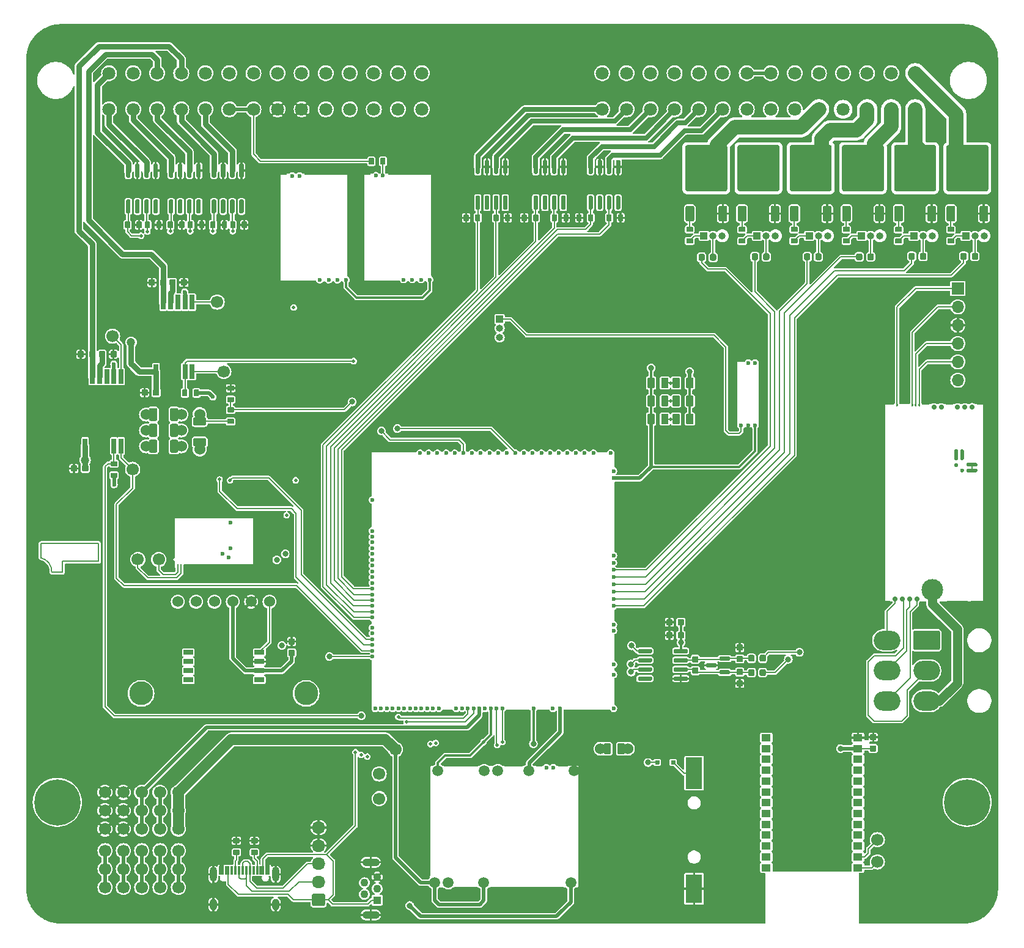
<source format=gtl>
G04 #@! TF.GenerationSoftware,KiCad,Pcbnew,8.0.2-8.0.2-0~ubuntu22.04.1*
G04 #@! TF.CreationDate,2024-05-16T20:52:05+00:00*
G04 #@! TF.ProjectId,uaefi,75616566-692e-46b6-9963-61645f706362,C*
G04 #@! TF.SameCoordinates,Original*
G04 #@! TF.FileFunction,Copper,L1,Top*
G04 #@! TF.FilePolarity,Positive*
%FSLAX46Y46*%
G04 Gerber Fmt 4.6, Leading zero omitted, Abs format (unit mm)*
G04 Created by KiCad (PCBNEW 8.0.2-8.0.2-0~ubuntu22.04.1) date 2024-05-16 20:52:05*
%MOMM*%
%LPD*%
G01*
G04 APERTURE LIST*
G04 #@! TA.AperFunction,EtchedComponent*
%ADD10C,0.200000*%
G04 #@! TD*
G04 #@! TA.AperFunction,ComponentPad*
%ADD11R,1.000000X1.000000*%
G04 #@! TD*
G04 #@! TA.AperFunction,ComponentPad*
%ADD12O,1.000000X1.000000*%
G04 #@! TD*
G04 #@! TA.AperFunction,SMDPad,CuDef*
%ADD13R,2.299995X4.399991*%
G04 #@! TD*
G04 #@! TA.AperFunction,SMDPad,CuDef*
%ADD14R,2.299995X3.999992*%
G04 #@! TD*
G04 #@! TA.AperFunction,ComponentPad*
%ADD15C,1.700000*%
G04 #@! TD*
G04 #@! TA.AperFunction,ComponentPad*
%ADD16C,0.700000*%
G04 #@! TD*
G04 #@! TA.AperFunction,SMDPad,CuDef*
%ADD17C,3.000000*%
G04 #@! TD*
G04 #@! TA.AperFunction,SMDPad,CuDef*
%ADD18R,3.000000X0.250000*%
G04 #@! TD*
G04 #@! TA.AperFunction,SMDPad,CuDef*
%ADD19R,1.100000X0.250000*%
G04 #@! TD*
G04 #@! TA.AperFunction,SMDPad,CuDef*
%ADD20R,0.980000X0.250000*%
G04 #@! TD*
G04 #@! TA.AperFunction,SMDPad,CuDef*
%ADD21R,1.450000X0.250000*%
G04 #@! TD*
G04 #@! TA.AperFunction,SMDPad,CuDef*
%ADD22R,0.250000X27.600000*%
G04 #@! TD*
G04 #@! TA.AperFunction,SMDPad,CuDef*
%ADD23R,1.950000X0.250000*%
G04 #@! TD*
G04 #@! TA.AperFunction,SMDPad,CuDef*
%ADD24R,0.950000X0.250000*%
G04 #@! TD*
G04 #@! TA.AperFunction,ComponentPad*
%ADD25C,0.800000*%
G04 #@! TD*
G04 #@! TA.AperFunction,ComponentPad*
%ADD26C,6.400000*%
G04 #@! TD*
G04 #@! TA.AperFunction,ComponentPad*
%ADD27C,1.800000*%
G04 #@! TD*
G04 #@! TA.AperFunction,ComponentPad*
%ADD28C,1.524000*%
G04 #@! TD*
G04 #@! TA.AperFunction,ComponentPad*
%ADD29O,1.850000X1.700000*%
G04 #@! TD*
G04 #@! TA.AperFunction,ComponentPad*
%ADD30C,0.600000*%
G04 #@! TD*
G04 #@! TA.AperFunction,SMDPad,CuDef*
%ADD31R,6.185000X0.250000*%
G04 #@! TD*
G04 #@! TA.AperFunction,SMDPad,CuDef*
%ADD32R,1.115000X0.250000*%
G04 #@! TD*
G04 #@! TA.AperFunction,SMDPad,CuDef*
%ADD33R,0.250000X14.275000*%
G04 #@! TD*
G04 #@! TA.AperFunction,SMDPad,CuDef*
%ADD34R,0.250000X15.100000*%
G04 #@! TD*
G04 #@! TA.AperFunction,SMDPad,CuDef*
%ADD35R,5.175000X0.250000*%
G04 #@! TD*
G04 #@! TA.AperFunction,ComponentPad*
%ADD36R,1.100000X1.100000*%
G04 #@! TD*
G04 #@! TA.AperFunction,ComponentPad*
%ADD37C,1.100000*%
G04 #@! TD*
G04 #@! TA.AperFunction,ComponentPad*
%ADD38O,2.400000X1.100000*%
G04 #@! TD*
G04 #@! TA.AperFunction,SMDPad,CuDef*
%ADD39O,1.225000X0.200000*%
G04 #@! TD*
G04 #@! TA.AperFunction,SMDPad,CuDef*
%ADD40O,0.200000X9.300000*%
G04 #@! TD*
G04 #@! TA.AperFunction,ComponentPad*
%ADD41C,1.500000*%
G04 #@! TD*
G04 #@! TA.AperFunction,SMDPad,CuDef*
%ADD42O,3.300000X0.200000*%
G04 #@! TD*
G04 #@! TA.AperFunction,SMDPad,CuDef*
%ADD43O,10.200000X0.200000*%
G04 #@! TD*
G04 #@! TA.AperFunction,SMDPad,CuDef*
%ADD44O,0.300000X0.200000*%
G04 #@! TD*
G04 #@! TA.AperFunction,SMDPad,CuDef*
%ADD45O,0.200000X17.000000*%
G04 #@! TD*
G04 #@! TA.AperFunction,SMDPad,CuDef*
%ADD46O,0.200000X15.400000*%
G04 #@! TD*
G04 #@! TA.AperFunction,SMDPad,CuDef*
%ADD47O,4.800000X0.200000*%
G04 #@! TD*
G04 #@! TA.AperFunction,SMDPad,CuDef*
%ADD48O,2.600000X0.200000*%
G04 #@! TD*
G04 #@! TA.AperFunction,SMDPad,CuDef*
%ADD49O,1.000000X0.200000*%
G04 #@! TD*
G04 #@! TA.AperFunction,SMDPad,CuDef*
%ADD50O,1.500000X0.200000*%
G04 #@! TD*
G04 #@! TA.AperFunction,SMDPad,CuDef*
%ADD51O,0.200000X5.669999*%
G04 #@! TD*
G04 #@! TA.AperFunction,SMDPad,CuDef*
%ADD52O,11.100001X0.200000*%
G04 #@! TD*
G04 #@! TA.AperFunction,SMDPad,CuDef*
%ADD53O,9.800001X0.399999*%
G04 #@! TD*
G04 #@! TA.AperFunction,SMDPad,CuDef*
%ADD54O,0.499999X0.250000*%
G04 #@! TD*
G04 #@! TA.AperFunction,SMDPad,CuDef*
%ADD55O,0.200000X6.799999*%
G04 #@! TD*
G04 #@! TA.AperFunction,SMDPad,CuDef*
%ADD56O,0.250000X0.499999*%
G04 #@! TD*
G04 #@! TA.AperFunction,ComponentPad*
%ADD57C,0.599999*%
G04 #@! TD*
G04 #@! TA.AperFunction,SMDPad,CuDef*
%ADD58R,1.300000X1.000000*%
G04 #@! TD*
G04 #@! TA.AperFunction,SMDPad,CuDef*
%ADD59R,0.650000X2.000000*%
G04 #@! TD*
G04 #@! TA.AperFunction,SMDPad,CuDef*
%ADD60R,8.100000X4.500000*%
G04 #@! TD*
G04 #@! TA.AperFunction,SMDPad,CuDef*
%ADD61R,0.200000X3.700000*%
G04 #@! TD*
G04 #@! TA.AperFunction,SMDPad,CuDef*
%ADD62R,0.200000X0.400000*%
G04 #@! TD*
G04 #@! TA.AperFunction,SMDPad,CuDef*
%ADD63R,0.200000X1.600000*%
G04 #@! TD*
G04 #@! TA.AperFunction,SMDPad,CuDef*
%ADD64R,0.200000X9.700000*%
G04 #@! TD*
G04 #@! TA.AperFunction,SMDPad,CuDef*
%ADD65R,0.200000X2.300000*%
G04 #@! TD*
G04 #@! TA.AperFunction,SMDPad,CuDef*
%ADD66R,1.400000X0.200000*%
G04 #@! TD*
G04 #@! TA.AperFunction,SMDPad,CuDef*
%ADD67R,6.400000X0.200000*%
G04 #@! TD*
G04 #@! TA.AperFunction,SMDPad,CuDef*
%ADD68R,1.700000X0.200000*%
G04 #@! TD*
G04 #@! TA.AperFunction,SMDPad,CuDef*
%ADD69R,3.300000X0.200000*%
G04 #@! TD*
G04 #@! TA.AperFunction,SMDPad,CuDef*
%ADD70R,0.200000X7.000000*%
G04 #@! TD*
G04 #@! TA.AperFunction,SMDPad,CuDef*
%ADD71R,0.200000X3.300000*%
G04 #@! TD*
G04 #@! TA.AperFunction,SMDPad,CuDef*
%ADD72R,0.200000X6.300000*%
G04 #@! TD*
G04 #@! TA.AperFunction,SMDPad,CuDef*
%ADD73R,0.300000X1.150000*%
G04 #@! TD*
G04 #@! TA.AperFunction,ComponentPad*
%ADD74O,1.000000X2.100000*%
G04 #@! TD*
G04 #@! TA.AperFunction,ComponentPad*
%ADD75O,1.000000X1.600000*%
G04 #@! TD*
G04 #@! TA.AperFunction,ComponentPad*
%ADD76R,1.700000X1.700000*%
G04 #@! TD*
G04 #@! TA.AperFunction,ComponentPad*
%ADD77O,1.700000X1.700000*%
G04 #@! TD*
G04 #@! TA.AperFunction,ComponentPad*
%ADD78C,3.302000*%
G04 #@! TD*
G04 #@! TA.AperFunction,SMDPad,CuDef*
%ADD79R,1.350000X0.690000*%
G04 #@! TD*
G04 #@! TA.AperFunction,ComponentPad*
%ADD80O,3.700000X2.700000*%
G04 #@! TD*
G04 #@! TA.AperFunction,ViaPad*
%ADD81C,0.600000*%
G04 #@! TD*
G04 #@! TA.AperFunction,ViaPad*
%ADD82C,0.500000*%
G04 #@! TD*
G04 #@! TA.AperFunction,ViaPad*
%ADD83C,1.200000*%
G04 #@! TD*
G04 #@! TA.AperFunction,ViaPad*
%ADD84C,0.800000*%
G04 #@! TD*
G04 #@! TA.AperFunction,ViaPad*
%ADD85C,1.700000*%
G04 #@! TD*
G04 #@! TA.AperFunction,Conductor*
%ADD86C,0.200000*%
G04 #@! TD*
G04 #@! TA.AperFunction,Conductor*
%ADD87C,0.800000*%
G04 #@! TD*
G04 #@! TA.AperFunction,Conductor*
%ADD88C,0.300000*%
G04 #@! TD*
G04 #@! TA.AperFunction,Conductor*
%ADD89C,0.500000*%
G04 #@! TD*
G04 #@! TA.AperFunction,Conductor*
%ADD90C,1.500000*%
G04 #@! TD*
G04 #@! TA.AperFunction,Conductor*
%ADD91C,1.300000*%
G04 #@! TD*
G04 #@! TA.AperFunction,Conductor*
%ADD92C,2.000000*%
G04 #@! TD*
G04 #@! TA.AperFunction,Conductor*
%ADD93C,0.700000*%
G04 #@! TD*
G04 #@! TA.AperFunction,Conductor*
%ADD94C,0.150000*%
G04 #@! TD*
G04 APERTURE END LIST*
D10*
G04 #@! TO.C,G2*
X2243000Y52875000D02*
X2243000Y50875000D01*
X5243000Y50375000D02*
X10243000Y50375000D01*
X5243000Y48875000D02*
X3743000Y48875000D01*
X5243000Y48875000D02*
X5243000Y50375000D01*
X10243000Y52875000D02*
X2243000Y52875000D01*
X10243000Y50375000D02*
X10243000Y52875000D01*
X2243000Y50875000D02*
G75*
G02*
X3743000Y48875000I-478801J-1921601D01*
G01*
G04 #@! TD*
G04 #@! TO.P,R40,1*
G04 #@! TO.N,/IN_BUTTON3*
G04 #@! TA.AperFunction,SMDPad,CuDef*
G36*
G01*
X89150001Y75725000D02*
X89150001Y74475000D01*
G75*
G02*
X89050001Y74375000I-100000J0D01*
G01*
X88250001Y74375000D01*
G75*
G02*
X88150001Y74475000I0J100000D01*
G01*
X88150001Y75725000D01*
G75*
G02*
X88250001Y75825000I100000J0D01*
G01*
X89050001Y75825000D01*
G75*
G02*
X89150001Y75725000I0J-100000D01*
G01*
G37*
G04 #@! TD.AperFunction*
G04 #@! TO.P,R40,2*
G04 #@! TO.N,+5VA*
G04 #@! TA.AperFunction,SMDPad,CuDef*
G36*
G01*
X87249979Y75725000D02*
X87249979Y74475000D01*
G75*
G02*
X87149979Y74375000I-100000J0D01*
G01*
X86349979Y74375000D01*
G75*
G02*
X86249979Y74475000I0J100000D01*
G01*
X86249979Y75725000D01*
G75*
G02*
X86349979Y75825000I100000J0D01*
G01*
X87149979Y75825000D01*
G75*
G02*
X87249979Y75725000I0J-100000D01*
G01*
G37*
G04 #@! TD.AperFunction*
G04 #@! TD*
D11*
G04 #@! TO.P,JP3,1,A*
G04 #@! TO.N,Net-(JP3-A)*
X115877500Y95475000D03*
D12*
G04 #@! TO.P,JP3,2,C*
G04 #@! TO.N,Net-(JP3-C)*
X117147500Y95475000D03*
G04 #@! TO.P,JP3,3,B*
G04 #@! TO.N,/OUT_IGN3*
X118417500Y95475000D03*
G04 #@! TD*
G04 #@! TO.P,D8,1,K*
G04 #@! TO.N,Net-(U4-T-)*
G04 #@! TA.AperFunction,SMDPad,CuDef*
G36*
G01*
X97675000Y35165000D02*
X97675000Y34865000D01*
G75*
G02*
X97525000Y34715000I-150000J0D01*
G01*
X96350000Y34715000D01*
G75*
G02*
X96200000Y34865000I0J150000D01*
G01*
X96200000Y35165000D01*
G75*
G02*
X96350000Y35315000I150000J0D01*
G01*
X97525000Y35315000D01*
G75*
G02*
X97675000Y35165000I0J-150000D01*
G01*
G37*
G04 #@! TD.AperFunction*
G04 #@! TO.P,D8,2,K*
G04 #@! TO.N,Net-(U4-T+)*
G04 #@! TA.AperFunction,SMDPad,CuDef*
G36*
G01*
X97675000Y37065000D02*
X97675000Y36765000D01*
G75*
G02*
X97525000Y36615000I-150000J0D01*
G01*
X96350000Y36615000D01*
G75*
G02*
X96200000Y36765000I0J150000D01*
G01*
X96200000Y37065000D01*
G75*
G02*
X96350000Y37215000I150000J0D01*
G01*
X97525000Y37215000D01*
G75*
G02*
X97675000Y37065000I0J-150000D01*
G01*
G37*
G04 #@! TD.AperFunction*
G04 #@! TO.P,D8,3,A*
G04 #@! TO.N,GND*
G04 #@! TA.AperFunction,SMDPad,CuDef*
G36*
G01*
X95800000Y36115000D02*
X95800000Y35815000D01*
G75*
G02*
X95650000Y35665000I-150000J0D01*
G01*
X94475000Y35665000D01*
G75*
G02*
X94325000Y35815000I0J150000D01*
G01*
X94325000Y36115000D01*
G75*
G02*
X94475000Y36265000I150000J0D01*
G01*
X95650000Y36265000D01*
G75*
G02*
X95800000Y36115000I0J-150000D01*
G01*
G37*
G04 #@! TD.AperFunction*
G04 #@! TD*
G04 #@! TO.P,U7,1,IN1*
G04 #@! TO.N,/LS1*
G04 #@! TA.AperFunction,SMDPad,CuDef*
G36*
G01*
X26352500Y98575000D02*
X26052500Y98575000D01*
G75*
G02*
X25902500Y98725000I0J150000D01*
G01*
X25902500Y100375000D01*
G75*
G02*
X26052500Y100525000I150000J0D01*
G01*
X26352500Y100525000D01*
G75*
G02*
X26502500Y100375000I0J-150000D01*
G01*
X26502500Y98725000D01*
G75*
G02*
X26352500Y98575000I-150000J0D01*
G01*
G37*
G04 #@! TD.AperFunction*
G04 #@! TO.P,U7,2,STATUS1*
G04 #@! TO.N,unconnected-(U7-STATUS1-Pad2)*
G04 #@! TA.AperFunction,SMDPad,CuDef*
G36*
G01*
X27622500Y98575000D02*
X27322500Y98575000D01*
G75*
G02*
X27172500Y98725000I0J150000D01*
G01*
X27172500Y100375000D01*
G75*
G02*
X27322500Y100525000I150000J0D01*
G01*
X27622500Y100525000D01*
G75*
G02*
X27772500Y100375000I0J-150000D01*
G01*
X27772500Y98725000D01*
G75*
G02*
X27622500Y98575000I-150000J0D01*
G01*
G37*
G04 #@! TD.AperFunction*
G04 #@! TO.P,U7,3,IN2*
G04 #@! TO.N,/LS2*
G04 #@! TA.AperFunction,SMDPad,CuDef*
G36*
G01*
X28892500Y98575000D02*
X28592500Y98575000D01*
G75*
G02*
X28442500Y98725000I0J150000D01*
G01*
X28442500Y100375000D01*
G75*
G02*
X28592500Y100525000I150000J0D01*
G01*
X28892500Y100525000D01*
G75*
G02*
X29042500Y100375000I0J-150000D01*
G01*
X29042500Y98725000D01*
G75*
G02*
X28892500Y98575000I-150000J0D01*
G01*
G37*
G04 #@! TD.AperFunction*
G04 #@! TO.P,U7,4,STATUS2*
G04 #@! TO.N,unconnected-(U7-STATUS2-Pad4)*
G04 #@! TA.AperFunction,SMDPad,CuDef*
G36*
G01*
X30162500Y98575000D02*
X29862500Y98575000D01*
G75*
G02*
X29712500Y98725000I0J150000D01*
G01*
X29712500Y100375000D01*
G75*
G02*
X29862500Y100525000I150000J0D01*
G01*
X30162500Y100525000D01*
G75*
G02*
X30312500Y100375000I0J-150000D01*
G01*
X30312500Y98725000D01*
G75*
G02*
X30162500Y98575000I-150000J0D01*
G01*
G37*
G04 #@! TD.AperFunction*
G04 #@! TO.P,U7,5,S2*
G04 #@! TO.N,GND*
G04 #@! TA.AperFunction,SMDPad,CuDef*
G36*
G01*
X30162500Y103525000D02*
X29862500Y103525000D01*
G75*
G02*
X29712500Y103675000I0J150000D01*
G01*
X29712500Y105325000D01*
G75*
G02*
X29862500Y105475000I150000J0D01*
G01*
X30162500Y105475000D01*
G75*
G02*
X30312500Y105325000I0J-150000D01*
G01*
X30312500Y103675000D01*
G75*
G02*
X30162500Y103525000I-150000J0D01*
G01*
G37*
G04 #@! TD.AperFunction*
G04 #@! TO.P,U7,6,D2*
G04 #@! TO.N,/OUT_LS2*
G04 #@! TA.AperFunction,SMDPad,CuDef*
G36*
G01*
X28892500Y103525000D02*
X28592500Y103525000D01*
G75*
G02*
X28442500Y103675000I0J150000D01*
G01*
X28442500Y105325000D01*
G75*
G02*
X28592500Y105475000I150000J0D01*
G01*
X28892500Y105475000D01*
G75*
G02*
X29042500Y105325000I0J-150000D01*
G01*
X29042500Y103675000D01*
G75*
G02*
X28892500Y103525000I-150000J0D01*
G01*
G37*
G04 #@! TD.AperFunction*
G04 #@! TO.P,U7,7,S1*
G04 #@! TO.N,GND*
G04 #@! TA.AperFunction,SMDPad,CuDef*
G36*
G01*
X27622500Y103525000D02*
X27322500Y103525000D01*
G75*
G02*
X27172500Y103675000I0J150000D01*
G01*
X27172500Y105325000D01*
G75*
G02*
X27322500Y105475000I150000J0D01*
G01*
X27622500Y105475000D01*
G75*
G02*
X27772500Y105325000I0J-150000D01*
G01*
X27772500Y103675000D01*
G75*
G02*
X27622500Y103525000I-150000J0D01*
G01*
G37*
G04 #@! TD.AperFunction*
G04 #@! TO.P,U7,8,D1*
G04 #@! TO.N,/OUT_LS1*
G04 #@! TA.AperFunction,SMDPad,CuDef*
G36*
G01*
X26352500Y103525000D02*
X26052500Y103525000D01*
G75*
G02*
X25902500Y103675000I0J150000D01*
G01*
X25902500Y105325000D01*
G75*
G02*
X26052500Y105475000I150000J0D01*
G01*
X26352500Y105475000D01*
G75*
G02*
X26502500Y105325000I0J-150000D01*
G01*
X26502500Y103675000D01*
G75*
G02*
X26352500Y103525000I-150000J0D01*
G01*
G37*
G04 #@! TD.AperFunction*
G04 #@! TD*
G04 #@! TO.P,C24,1*
G04 #@! TO.N,GND*
G04 #@! TA.AperFunction,SMDPad,CuDef*
G36*
G01*
X12710001Y79415000D02*
X12710001Y78735000D01*
G75*
G02*
X12625001Y78650000I-85000J0D01*
G01*
X11945001Y78650000D01*
G75*
G02*
X11860001Y78735000I0J85000D01*
G01*
X11860001Y79415000D01*
G75*
G02*
X11945001Y79500000I85000J0D01*
G01*
X12625001Y79500000D01*
G75*
G02*
X12710001Y79415000I0J-85000D01*
G01*
G37*
G04 #@! TD.AperFunction*
G04 #@! TO.P,C24,2*
G04 #@! TO.N,/DC Driver 2/PWR*
G04 #@! TA.AperFunction,SMDPad,CuDef*
G36*
G01*
X11129999Y79415000D02*
X11129999Y78735000D01*
G75*
G02*
X11044999Y78650000I-85000J0D01*
G01*
X10364999Y78650000D01*
G75*
G02*
X10279999Y78735000I0J85000D01*
G01*
X10279999Y79415000D01*
G75*
G02*
X10364999Y79500000I85000J0D01*
G01*
X11044999Y79500000D01*
G75*
G02*
X11129999Y79415000I0J-85000D01*
G01*
G37*
G04 #@! TD.AperFunction*
G04 #@! TD*
D11*
G04 #@! TO.P,JP1,1,A*
G04 #@! TO.N,Net-(JP1-A)*
X130317500Y95475000D03*
D12*
G04 #@! TO.P,JP1,2,C*
G04 #@! TO.N,Net-(JP1-C)*
X131587500Y95475000D03*
G04 #@! TO.P,JP1,3,B*
G04 #@! TO.N,/OUT_IGN1*
X132857500Y95475000D03*
G04 #@! TD*
G04 #@! TO.P,R39,1*
G04 #@! TO.N,/IN_BUTTON2*
G04 #@! TA.AperFunction,SMDPad,CuDef*
G36*
G01*
X89150001Y73225000D02*
X89150001Y71975000D01*
G75*
G02*
X89050001Y71875000I-100000J0D01*
G01*
X88250001Y71875000D01*
G75*
G02*
X88150001Y71975000I0J100000D01*
G01*
X88150001Y73225000D01*
G75*
G02*
X88250001Y73325000I100000J0D01*
G01*
X89050001Y73325000D01*
G75*
G02*
X89150001Y73225000I0J-100000D01*
G01*
G37*
G04 #@! TD.AperFunction*
G04 #@! TO.P,R39,2*
G04 #@! TO.N,+5VA*
G04 #@! TA.AperFunction,SMDPad,CuDef*
G36*
G01*
X87249979Y73225000D02*
X87249979Y71975000D01*
G75*
G02*
X87149979Y71875000I-100000J0D01*
G01*
X86349979Y71875000D01*
G75*
G02*
X86249979Y71975000I0J100000D01*
G01*
X86249979Y73225000D01*
G75*
G02*
X86349979Y73325000I100000J0D01*
G01*
X87149979Y73325000D01*
G75*
G02*
X87249979Y73225000I0J-100000D01*
G01*
G37*
G04 #@! TD.AperFunction*
G04 #@! TD*
G04 #@! TO.P,Q10,1,G*
G04 #@! TO.N,Net-(Q10-G)*
G04 #@! TA.AperFunction,SMDPad,CuDef*
G36*
G01*
X106922500Y97450000D02*
X106222500Y97450000D01*
G75*
G02*
X105972500Y97700000I0J250000D01*
G01*
X105972500Y99400000D01*
G75*
G02*
X106222500Y99650000I250000J0D01*
G01*
X106922500Y99650000D01*
G75*
G02*
X107172500Y99400000I0J-250000D01*
G01*
X107172500Y97700000D01*
G75*
G02*
X106922500Y97450000I-250000J0D01*
G01*
G37*
G04 #@! TD.AperFunction*
G04 #@! TO.P,Q10,2,C*
G04 #@! TO.N,/OUT_IGN4*
G04 #@! TA.AperFunction,SMDPad,CuDef*
G36*
G01*
X108452500Y101650000D02*
X106202500Y101650000D01*
G75*
G02*
X105952500Y101900000I0J250000D01*
G01*
X105952500Y104450000D01*
G75*
G02*
X106202500Y104700000I250000J0D01*
G01*
X108452500Y104700000D01*
G75*
G02*
X108702500Y104450000I0J-250000D01*
G01*
X108702500Y101900000D01*
G75*
G02*
X108452500Y101650000I-250000J0D01*
G01*
G37*
G04 #@! TD.AperFunction*
G04 #@! TA.AperFunction,SMDPad,CuDef*
G36*
G01*
X111502500Y101650000D02*
X109252500Y101650000D01*
G75*
G02*
X109002500Y101900000I0J250000D01*
G01*
X109002500Y104450000D01*
G75*
G02*
X109252500Y104700000I250000J0D01*
G01*
X111502500Y104700000D01*
G75*
G02*
X111752500Y104450000I0J-250000D01*
G01*
X111752500Y101900000D01*
G75*
G02*
X111502500Y101650000I-250000J0D01*
G01*
G37*
G04 #@! TD.AperFunction*
G04 #@! TA.AperFunction,SMDPad,CuDef*
G36*
G01*
X111502503Y101650000D02*
X106202497Y101650000D01*
G75*
G02*
X105952500Y101899997I0J249997D01*
G01*
X105952500Y107800003D01*
G75*
G02*
X106202497Y108050000I249997J0D01*
G01*
X111502503Y108050000D01*
G75*
G02*
X111752500Y107800003I0J-249997D01*
G01*
X111752500Y101899997D01*
G75*
G02*
X111502503Y101650000I-249997J0D01*
G01*
G37*
G04 #@! TD.AperFunction*
G04 #@! TA.AperFunction,SMDPad,CuDef*
G36*
G01*
X108452500Y105000000D02*
X106202500Y105000000D01*
G75*
G02*
X105952500Y105250000I0J250000D01*
G01*
X105952500Y107800000D01*
G75*
G02*
X106202500Y108050000I250000J0D01*
G01*
X108452500Y108050000D01*
G75*
G02*
X108702500Y107800000I0J-250000D01*
G01*
X108702500Y105250000D01*
G75*
G02*
X108452500Y105000000I-250000J0D01*
G01*
G37*
G04 #@! TD.AperFunction*
G04 #@! TA.AperFunction,SMDPad,CuDef*
G36*
G01*
X111502500Y105000000D02*
X109252500Y105000000D01*
G75*
G02*
X109002500Y105250000I0J250000D01*
G01*
X109002500Y107800000D01*
G75*
G02*
X109252500Y108050000I250000J0D01*
G01*
X111502500Y108050000D01*
G75*
G02*
X111752500Y107800000I0J-250000D01*
G01*
X111752500Y105250000D01*
G75*
G02*
X111502500Y105000000I-250000J0D01*
G01*
G37*
G04 #@! TD.AperFunction*
G04 #@! TO.P,Q10,3,E*
G04 #@! TO.N,GND*
G04 #@! TA.AperFunction,SMDPad,CuDef*
G36*
G01*
X111482500Y97450000D02*
X110782500Y97450000D01*
G75*
G02*
X110532500Y97700000I0J250000D01*
G01*
X110532500Y99400000D01*
G75*
G02*
X110782500Y99650000I250000J0D01*
G01*
X111482500Y99650000D01*
G75*
G02*
X111732500Y99400000I0J-250000D01*
G01*
X111732500Y97700000D01*
G75*
G02*
X111482500Y97450000I-250000J0D01*
G01*
G37*
G04 #@! TD.AperFunction*
G04 #@! TD*
G04 #@! TO.P,C27,1*
G04 #@! TO.N,GND*
G04 #@! TA.AperFunction,SMDPad,CuDef*
G36*
G01*
X36628000Y39705251D02*
X37308000Y39705251D01*
G75*
G02*
X37393000Y39620251I0J-85000D01*
G01*
X37393000Y38940251D01*
G75*
G02*
X37308000Y38855251I-85000J0D01*
G01*
X36628000Y38855251D01*
G75*
G02*
X36543000Y38940251I0J85000D01*
G01*
X36543000Y39620251D01*
G75*
G02*
X36628000Y39705251I85000J0D01*
G01*
G37*
G04 #@! TD.AperFunction*
G04 #@! TO.P,C27,2*
G04 #@! TO.N,+5VA*
G04 #@! TA.AperFunction,SMDPad,CuDef*
G36*
G01*
X36628000Y38125249D02*
X37308000Y38125249D01*
G75*
G02*
X37393000Y38040249I0J-85000D01*
G01*
X37393000Y37360249D01*
G75*
G02*
X37308000Y37275249I-85000J0D01*
G01*
X36628000Y37275249D01*
G75*
G02*
X36543000Y37360249I0J85000D01*
G01*
X36543000Y38040249D01*
G75*
G02*
X36628000Y38125249I85000J0D01*
G01*
G37*
G04 #@! TD.AperFunction*
G04 #@! TD*
D13*
G04 #@! TO.P,BT1,1,+*
G04 #@! TO.N,Net-(BT1-+)*
X92700000Y21025019D03*
D14*
G04 #@! TO.P,BT1,2,-*
G04 #@! TO.N,GND*
X92700000Y5025000D03*
G04 #@! TD*
G04 #@! TO.P,U10,1,IN1*
G04 #@! TO.N,/INJ3*
G04 #@! TA.AperFunction,SMDPad,CuDef*
G36*
G01*
X70925000Y99095856D02*
X70625000Y99095856D01*
G75*
G02*
X70475000Y99245856I0J150000D01*
G01*
X70475000Y100895856D01*
G75*
G02*
X70625000Y101045856I150000J0D01*
G01*
X70925000Y101045856D01*
G75*
G02*
X71075000Y100895856I0J-150000D01*
G01*
X71075000Y99245856D01*
G75*
G02*
X70925000Y99095856I-150000J0D01*
G01*
G37*
G04 #@! TD.AperFunction*
G04 #@! TO.P,U10,2,STATUS1*
G04 #@! TO.N,unconnected-(U10-STATUS1-Pad2)*
G04 #@! TA.AperFunction,SMDPad,CuDef*
G36*
G01*
X72195000Y99095856D02*
X71895000Y99095856D01*
G75*
G02*
X71745000Y99245856I0J150000D01*
G01*
X71745000Y100895856D01*
G75*
G02*
X71895000Y101045856I150000J0D01*
G01*
X72195000Y101045856D01*
G75*
G02*
X72345000Y100895856I0J-150000D01*
G01*
X72345000Y99245856D01*
G75*
G02*
X72195000Y99095856I-150000J0D01*
G01*
G37*
G04 #@! TD.AperFunction*
G04 #@! TO.P,U10,3,IN2*
G04 #@! TO.N,/INJ4*
G04 #@! TA.AperFunction,SMDPad,CuDef*
G36*
G01*
X73465000Y99095856D02*
X73165000Y99095856D01*
G75*
G02*
X73015000Y99245856I0J150000D01*
G01*
X73015000Y100895856D01*
G75*
G02*
X73165000Y101045856I150000J0D01*
G01*
X73465000Y101045856D01*
G75*
G02*
X73615000Y100895856I0J-150000D01*
G01*
X73615000Y99245856D01*
G75*
G02*
X73465000Y99095856I-150000J0D01*
G01*
G37*
G04 #@! TD.AperFunction*
G04 #@! TO.P,U10,4,STATUS2*
G04 #@! TO.N,unconnected-(U10-STATUS2-Pad4)*
G04 #@! TA.AperFunction,SMDPad,CuDef*
G36*
G01*
X74735000Y99095856D02*
X74435000Y99095856D01*
G75*
G02*
X74285000Y99245856I0J150000D01*
G01*
X74285000Y100895856D01*
G75*
G02*
X74435000Y101045856I150000J0D01*
G01*
X74735000Y101045856D01*
G75*
G02*
X74885000Y100895856I0J-150000D01*
G01*
X74885000Y99245856D01*
G75*
G02*
X74735000Y99095856I-150000J0D01*
G01*
G37*
G04 #@! TD.AperFunction*
G04 #@! TO.P,U10,5,S2*
G04 #@! TO.N,GND*
G04 #@! TA.AperFunction,SMDPad,CuDef*
G36*
G01*
X74735000Y104045856D02*
X74435000Y104045856D01*
G75*
G02*
X74285000Y104195856I0J150000D01*
G01*
X74285000Y105845856D01*
G75*
G02*
X74435000Y105995856I150000J0D01*
G01*
X74735000Y105995856D01*
G75*
G02*
X74885000Y105845856I0J-150000D01*
G01*
X74885000Y104195856D01*
G75*
G02*
X74735000Y104045856I-150000J0D01*
G01*
G37*
G04 #@! TD.AperFunction*
G04 #@! TO.P,U10,6,D2*
G04 #@! TO.N,/OUT_INJ4*
G04 #@! TA.AperFunction,SMDPad,CuDef*
G36*
G01*
X73465000Y104045856D02*
X73165000Y104045856D01*
G75*
G02*
X73015000Y104195856I0J150000D01*
G01*
X73015000Y105845856D01*
G75*
G02*
X73165000Y105995856I150000J0D01*
G01*
X73465000Y105995856D01*
G75*
G02*
X73615000Y105845856I0J-150000D01*
G01*
X73615000Y104195856D01*
G75*
G02*
X73465000Y104045856I-150000J0D01*
G01*
G37*
G04 #@! TD.AperFunction*
G04 #@! TO.P,U10,7,S1*
G04 #@! TO.N,GND*
G04 #@! TA.AperFunction,SMDPad,CuDef*
G36*
G01*
X72195000Y104045856D02*
X71895000Y104045856D01*
G75*
G02*
X71745000Y104195856I0J150000D01*
G01*
X71745000Y105845856D01*
G75*
G02*
X71895000Y105995856I150000J0D01*
G01*
X72195000Y105995856D01*
G75*
G02*
X72345000Y105845856I0J-150000D01*
G01*
X72345000Y104195856D01*
G75*
G02*
X72195000Y104045856I-150000J0D01*
G01*
G37*
G04 #@! TD.AperFunction*
G04 #@! TO.P,U10,8,D1*
G04 #@! TO.N,/OUT_INJ3*
G04 #@! TA.AperFunction,SMDPad,CuDef*
G36*
G01*
X70925000Y104045856D02*
X70625000Y104045856D01*
G75*
G02*
X70475000Y104195856I0J150000D01*
G01*
X70475000Y105845856D01*
G75*
G02*
X70625000Y105995856I150000J0D01*
G01*
X70925000Y105995856D01*
G75*
G02*
X71075000Y105845856I0J-150000D01*
G01*
X71075000Y104195856D01*
G75*
G02*
X70925000Y104045856I-150000J0D01*
G01*
G37*
G04 #@! TD.AperFunction*
G04 #@! TD*
G04 #@! TO.P,R31,1*
G04 #@! TO.N,GND*
G04 #@! TA.AperFunction,SMDPad,CuDef*
G36*
G01*
X68830000Y97576712D02*
X68830000Y98356712D01*
G75*
G02*
X68900000Y98426712I70000J0D01*
G01*
X69460000Y98426712D01*
G75*
G02*
X69530000Y98356712I0J-70000D01*
G01*
X69530000Y97576712D01*
G75*
G02*
X69460000Y97506712I-70000J0D01*
G01*
X68900000Y97506712D01*
G75*
G02*
X68830000Y97576712I0J70000D01*
G01*
G37*
G04 #@! TD.AperFunction*
G04 #@! TO.P,R31,2*
G04 #@! TO.N,/INJ3*
G04 #@! TA.AperFunction,SMDPad,CuDef*
G36*
G01*
X70430000Y97576712D02*
X70430000Y98356712D01*
G75*
G02*
X70500000Y98426712I70000J0D01*
G01*
X71060000Y98426712D01*
G75*
G02*
X71130000Y98356712I0J-70000D01*
G01*
X71130000Y97576712D01*
G75*
G02*
X71060000Y97506712I-70000J0D01*
G01*
X70500000Y97506712D01*
G75*
G02*
X70430000Y97576712I0J70000D01*
G01*
G37*
G04 #@! TD.AperFunction*
G04 #@! TD*
D15*
G04 #@! TO.P,P8,1,Pin_1*
G04 #@! TO.N,Net-(M6-UART2_TX_(PD5))*
X118075000Y11825000D03*
G04 #@! TD*
G04 #@! TO.P,C30,1*
G04 #@! TO.N,GND*
G04 #@! TA.AperFunction,SMDPad,CuDef*
G36*
G01*
X98677977Y38870002D02*
X99357977Y38870002D01*
G75*
G02*
X99442977Y38785002I0J-85000D01*
G01*
X99442977Y38105002D01*
G75*
G02*
X99357977Y38020002I-85000J0D01*
G01*
X98677977Y38020002D01*
G75*
G02*
X98592977Y38105002I0J85000D01*
G01*
X98592977Y38785002D01*
G75*
G02*
X98677977Y38870002I85000J0D01*
G01*
G37*
G04 #@! TD.AperFunction*
G04 #@! TO.P,C30,2*
G04 #@! TO.N,Net-(U4-T+)*
G04 #@! TA.AperFunction,SMDPad,CuDef*
G36*
G01*
X98677977Y37290000D02*
X99357977Y37290000D01*
G75*
G02*
X99442977Y37205000I0J-85000D01*
G01*
X99442977Y36525000D01*
G75*
G02*
X99357977Y36440000I-85000J0D01*
G01*
X98677977Y36440000D01*
G75*
G02*
X98592977Y36525000I0J85000D01*
G01*
X98592977Y37205000D01*
G75*
G02*
X98677977Y37290000I85000J0D01*
G01*
G37*
G04 #@! TD.AperFunction*
G04 #@! TD*
G04 #@! TO.P,G3,1*
G04 #@! TO.N,GND*
X11105000Y18382000D03*
G04 #@! TO.P,G3,2*
X13645000Y18382000D03*
G04 #@! TO.P,G3,3*
G04 #@! TO.N,+3.3VA*
X16185000Y18382000D03*
G04 #@! TO.P,G3,4*
G04 #@! TO.N,+5VA*
X18725000Y18382000D03*
G04 #@! TO.P,G3,5*
G04 #@! TO.N,+12V_RAW*
X21265000Y18382000D03*
G04 #@! TO.P,G3,6*
G04 #@! TO.N,GND*
X11105000Y15842000D03*
G04 #@! TO.P,G3,7*
X13645000Y15842000D03*
G04 #@! TO.P,G3,8*
G04 #@! TO.N,+3.3VA*
X16185000Y15842000D03*
G04 #@! TO.P,G3,9*
G04 #@! TO.N,+5VA*
X18725000Y15842000D03*
G04 #@! TO.P,G3,10*
G04 #@! TO.N,+12V_RAW*
X21265000Y15842000D03*
G04 #@! TO.P,G3,11*
G04 #@! TO.N,GND*
X11105000Y13302000D03*
G04 #@! TO.P,G3,12*
X13645000Y13302000D03*
G04 #@! TO.P,G3,13*
G04 #@! TO.N,+3.3VA*
X16185000Y13302000D03*
G04 #@! TO.P,G3,14*
G04 #@! TO.N,+5VA*
X18725000Y13302000D03*
G04 #@! TO.P,G3,15*
G04 #@! TO.N,+12V_RAW*
X21265000Y13302000D03*
G04 #@! TD*
D16*
G04 #@! TO.P,M5,E1,LSU_Un*
G04 #@! TO.N,/WBO_Un*
X120550000Y45175000D03*
G04 #@! TO.P,M5,E2,LSU_Vm*
G04 #@! TO.N,/WBO_Vm*
X123550000Y45175000D03*
G04 #@! TO.P,M5,E3,LSU_Ip*
G04 #@! TO.N,/WBO_Ip*
X122550000Y45175000D03*
G04 #@! TO.P,M5,E4,LSU_Rtrim*
G04 #@! TO.N,/WBO_Rtrim*
X121550000Y45175000D03*
D17*
G04 #@! TO.P,M5,E5,LSU_H+*
G04 #@! TO.N,/WBO_Heater*
X125700000Y46425000D03*
D18*
G04 #@! TO.P,M5,E6,LSU_H-*
G04 #@! TO.N,GND*
X129200000Y44800000D03*
D19*
G04 #@! TO.P,M5,G,GND*
X132400000Y72150000D03*
D20*
X128060000Y72150000D03*
X124760000Y72150000D03*
D21*
X119675000Y72150000D03*
D22*
X132825000Y58475000D03*
X119075000Y58475000D03*
D23*
X131975000Y44800000D03*
D24*
X119425000Y44800000D03*
G04 #@! TO.P,M5,J1,SEL1*
G04 #@! TO.N,Net-(M5-PULL_DOWN1)*
G04 #@! TA.AperFunction,SMDPad,CuDef*
G36*
G01*
X131800000Y62725000D02*
X130550000Y62725000D01*
G75*
G02*
X130425000Y62850000I0J125000D01*
G01*
X130425000Y63100000D01*
G75*
G02*
X130550000Y63225000I125000J0D01*
G01*
X131800000Y63225000D01*
G75*
G02*
X131925000Y63100000I0J-125000D01*
G01*
X131925000Y62850000D01*
G75*
G02*
X131800000Y62725000I-125000J0D01*
G01*
G37*
G04 #@! TD.AperFunction*
G04 #@! TO.P,M5,J2,SEL2*
G04 #@! TO.N,unconnected-(M5-SEL2-PadJ2)*
G04 #@! TA.AperFunction,SMDPad,CuDef*
G36*
G01*
X129125000Y64400000D02*
X128875000Y64400000D01*
G75*
G02*
X128750000Y64525000I0J125000D01*
G01*
X128750000Y65775000D01*
G75*
G02*
X128875000Y65900000I125000J0D01*
G01*
X129125000Y65900000D01*
G75*
G02*
X129250000Y65775000I0J-125000D01*
G01*
X129250000Y64525000D01*
G75*
G02*
X129125000Y64400000I-125000J0D01*
G01*
G37*
G04 #@! TD.AperFunction*
G04 #@! TO.P,M5,J_GND1,PULL_DOWN1*
G04 #@! TO.N,Net-(M5-PULL_DOWN1)*
G04 #@! TA.AperFunction,SMDPad,CuDef*
G36*
G01*
X131800000Y63525000D02*
X130550000Y63525000D01*
G75*
G02*
X130425000Y63650000I0J125000D01*
G01*
X130425000Y63900000D01*
G75*
G02*
X130550000Y64025000I125000J0D01*
G01*
X131800000Y64025000D01*
G75*
G02*
X131925000Y63900000I0J-125000D01*
G01*
X131925000Y63650000D01*
G75*
G02*
X131800000Y63525000I-125000J0D01*
G01*
G37*
G04 #@! TD.AperFunction*
G04 #@! TO.P,M5,J_GND2,PULL_DOWN2*
G04 #@! TO.N,unconnected-(M5-PULL_DOWN2-PadJ_GND2)*
G04 #@! TA.AperFunction,SMDPad,CuDef*
G36*
G01*
X129250000Y63850000D02*
X129250000Y63600000D01*
G75*
G02*
X129125000Y63475000I-125000J0D01*
G01*
X128875000Y63475000D01*
G75*
G02*
X128750000Y63600000I0J125000D01*
G01*
X128750000Y63850000D01*
G75*
G02*
X128875000Y63975000I125000J0D01*
G01*
X129125000Y63975000D01*
G75*
G02*
X129250000Y63850000I0J-125000D01*
G01*
G37*
G04 #@! TD.AperFunction*
G04 #@! TO.P,M5,J_VCC1,PULL_UP1*
G04 #@! TO.N,unconnected-(M5-PULL_UP1-PadJ_VCC1)*
G04 #@! TA.AperFunction,SMDPad,CuDef*
G36*
G01*
X129925000Y62725000D02*
X129675000Y62725000D01*
G75*
G02*
X129550000Y62850000I0J125000D01*
G01*
X129550000Y63100000D01*
G75*
G02*
X129675000Y63225000I125000J0D01*
G01*
X129925000Y63225000D01*
G75*
G02*
X130050000Y63100000I0J-125000D01*
G01*
X130050000Y62850000D01*
G75*
G02*
X129925000Y62725000I-125000J0D01*
G01*
G37*
G04 #@! TD.AperFunction*
G04 #@! TO.P,M5,J_VCC2,PULL_UP2*
G04 #@! TO.N,unconnected-(M5-PULL_UP2-PadJ_VCC2)*
G04 #@! TA.AperFunction,SMDPad,CuDef*
G36*
G01*
X129925000Y64400000D02*
X129675000Y64400000D01*
G75*
G02*
X129550000Y64525000I0J125000D01*
G01*
X129550000Y65775000D01*
G75*
G02*
X129675000Y65900000I125000J0D01*
G01*
X129925000Y65900000D01*
G75*
G02*
X130050000Y65775000I0J-125000D01*
G01*
X130050000Y64525000D01*
G75*
G02*
X129925000Y64400000I-125000J0D01*
G01*
G37*
G04 #@! TD.AperFunction*
D16*
G04 #@! TO.P,M5,W1,V5_IN*
G04 #@! TO.N,+5VA*
X130200000Y71766200D03*
G04 #@! TO.P,M5,W2,CAN_VIO*
G04 #@! TO.N,unconnected-(M5-CAN_VIO-PadW2)*
X129200000Y71766200D03*
G04 #@! TO.P,M5,W3,CANL*
G04 #@! TO.N,/CAN-*
X125904000Y71766200D03*
G04 #@! TO.P,M5,W4,CANH*
G04 #@! TO.N,/CAN+*
X126920000Y71766200D03*
G04 #@! TO.P,M5,W5,nReset*
G04 #@! TO.N,Net-(J6-Pin_5)*
G04 #@! TA.AperFunction,SMDPad,CuDef*
G36*
G01*
X123900000Y72275000D02*
X123900000Y72275000D01*
G75*
G02*
X124025000Y72150000I0J-125000D01*
G01*
X124025000Y71900000D01*
G75*
G02*
X123900000Y71775000I-125000J0D01*
G01*
X123900000Y71775000D01*
G75*
G02*
X123775000Y71900000I0J125000D01*
G01*
X123775000Y72150000D01*
G75*
G02*
X123900000Y72275000I125000J0D01*
G01*
G37*
G04 #@! TD.AperFunction*
G04 #@! TO.P,M5,W6,SWDIO*
G04 #@! TO.N,Net-(J6-Pin_4)*
G04 #@! TA.AperFunction,SMDPad,CuDef*
G36*
G01*
X123400000Y72275000D02*
X123400000Y72275000D01*
G75*
G02*
X123525000Y72150000I0J-125000D01*
G01*
X123525000Y71900000D01*
G75*
G02*
X123400000Y71775000I-125000J0D01*
G01*
X123400000Y71775000D01*
G75*
G02*
X123275000Y71900000I0J125000D01*
G01*
X123275000Y72150000D01*
G75*
G02*
X123400000Y72275000I125000J0D01*
G01*
G37*
G04 #@! TD.AperFunction*
G04 #@! TO.P,M5,W7,SWCLK*
G04 #@! TO.N,Net-(J6-Pin_2)*
G04 #@! TA.AperFunction,SMDPad,CuDef*
G36*
G01*
X122900000Y72275000D02*
X122900000Y72275000D01*
G75*
G02*
X123025000Y72150000I0J-125000D01*
G01*
X123025000Y71900000D01*
G75*
G02*
X122900000Y71775000I-125000J0D01*
G01*
X122900000Y71775000D01*
G75*
G02*
X122775000Y71900000I0J125000D01*
G01*
X122775000Y72150000D01*
G75*
G02*
X122900000Y72275000I125000J0D01*
G01*
G37*
G04 #@! TD.AperFunction*
G04 #@! TO.P,M5,W8,V33_OUT*
G04 #@! TO.N,Net-(J6-Pin_1)*
G04 #@! TA.AperFunction,SMDPad,CuDef*
G36*
G01*
X120800000Y72275000D02*
X120800000Y72275000D01*
G75*
G02*
X120925000Y72150000I0J-125000D01*
G01*
X120925000Y71900000D01*
G75*
G02*
X120800000Y71775000I-125000J0D01*
G01*
X120800000Y71775000D01*
G75*
G02*
X120675000Y71900000I0J125000D01*
G01*
X120675000Y72150000D01*
G75*
G02*
X120800000Y72275000I125000J0D01*
G01*
G37*
G04 #@! TD.AperFunction*
G04 #@! TO.P,M5,W9,VDDA*
G04 #@! TO.N,unconnected-(M5-VDDA-PadW9)*
X131200000Y71766200D03*
G04 #@! TD*
G04 #@! TO.P,Q7,1,G*
G04 #@! TO.N,Net-(Q7-G)*
G04 #@! TA.AperFunction,SMDPad,CuDef*
G36*
G01*
X128612500Y97450000D02*
X127912500Y97450000D01*
G75*
G02*
X127662500Y97700000I0J250000D01*
G01*
X127662500Y99400000D01*
G75*
G02*
X127912500Y99650000I250000J0D01*
G01*
X128612500Y99650000D01*
G75*
G02*
X128862500Y99400000I0J-250000D01*
G01*
X128862500Y97700000D01*
G75*
G02*
X128612500Y97450000I-250000J0D01*
G01*
G37*
G04 #@! TD.AperFunction*
G04 #@! TO.P,Q7,2,C*
G04 #@! TO.N,/OUT_IGN1*
G04 #@! TA.AperFunction,SMDPad,CuDef*
G36*
G01*
X130142500Y101650000D02*
X127892500Y101650000D01*
G75*
G02*
X127642500Y101900000I0J250000D01*
G01*
X127642500Y104450000D01*
G75*
G02*
X127892500Y104700000I250000J0D01*
G01*
X130142500Y104700000D01*
G75*
G02*
X130392500Y104450000I0J-250000D01*
G01*
X130392500Y101900000D01*
G75*
G02*
X130142500Y101650000I-250000J0D01*
G01*
G37*
G04 #@! TD.AperFunction*
G04 #@! TA.AperFunction,SMDPad,CuDef*
G36*
G01*
X133192500Y101650000D02*
X130942500Y101650000D01*
G75*
G02*
X130692500Y101900000I0J250000D01*
G01*
X130692500Y104450000D01*
G75*
G02*
X130942500Y104700000I250000J0D01*
G01*
X133192500Y104700000D01*
G75*
G02*
X133442500Y104450000I0J-250000D01*
G01*
X133442500Y101900000D01*
G75*
G02*
X133192500Y101650000I-250000J0D01*
G01*
G37*
G04 #@! TD.AperFunction*
G04 #@! TA.AperFunction,SMDPad,CuDef*
G36*
G01*
X133192503Y101650000D02*
X127892497Y101650000D01*
G75*
G02*
X127642500Y101899997I0J249997D01*
G01*
X127642500Y107800003D01*
G75*
G02*
X127892497Y108050000I249997J0D01*
G01*
X133192503Y108050000D01*
G75*
G02*
X133442500Y107800003I0J-249997D01*
G01*
X133442500Y101899997D01*
G75*
G02*
X133192503Y101650000I-249997J0D01*
G01*
G37*
G04 #@! TD.AperFunction*
G04 #@! TA.AperFunction,SMDPad,CuDef*
G36*
G01*
X130142500Y105000000D02*
X127892500Y105000000D01*
G75*
G02*
X127642500Y105250000I0J250000D01*
G01*
X127642500Y107800000D01*
G75*
G02*
X127892500Y108050000I250000J0D01*
G01*
X130142500Y108050000D01*
G75*
G02*
X130392500Y107800000I0J-250000D01*
G01*
X130392500Y105250000D01*
G75*
G02*
X130142500Y105000000I-250000J0D01*
G01*
G37*
G04 #@! TD.AperFunction*
G04 #@! TA.AperFunction,SMDPad,CuDef*
G36*
G01*
X133192500Y105000000D02*
X130942500Y105000000D01*
G75*
G02*
X130692500Y105250000I0J250000D01*
G01*
X130692500Y107800000D01*
G75*
G02*
X130942500Y108050000I250000J0D01*
G01*
X133192500Y108050000D01*
G75*
G02*
X133442500Y107800000I0J-250000D01*
G01*
X133442500Y105250000D01*
G75*
G02*
X133192500Y105000000I-250000J0D01*
G01*
G37*
G04 #@! TD.AperFunction*
G04 #@! TO.P,Q7,3,E*
G04 #@! TO.N,GND*
G04 #@! TA.AperFunction,SMDPad,CuDef*
G36*
G01*
X133172500Y97450000D02*
X132472500Y97450000D01*
G75*
G02*
X132222500Y97700000I0J250000D01*
G01*
X132222500Y99400000D01*
G75*
G02*
X132472500Y99650000I250000J0D01*
G01*
X133172500Y99650000D01*
G75*
G02*
X133422500Y99400000I0J-250000D01*
G01*
X133422500Y97700000D01*
G75*
G02*
X133172500Y97450000I-250000J0D01*
G01*
G37*
G04 #@! TD.AperFunction*
G04 #@! TD*
G04 #@! TO.P,Q8,1,G*
G04 #@! TO.N,Net-(Q8-G)*
G04 #@! TA.AperFunction,SMDPad,CuDef*
G36*
G01*
X121382500Y97450000D02*
X120682500Y97450000D01*
G75*
G02*
X120432500Y97700000I0J250000D01*
G01*
X120432500Y99400000D01*
G75*
G02*
X120682500Y99650000I250000J0D01*
G01*
X121382500Y99650000D01*
G75*
G02*
X121632500Y99400000I0J-250000D01*
G01*
X121632500Y97700000D01*
G75*
G02*
X121382500Y97450000I-250000J0D01*
G01*
G37*
G04 #@! TD.AperFunction*
G04 #@! TO.P,Q8,2,C*
G04 #@! TO.N,/OUT_IGN2*
G04 #@! TA.AperFunction,SMDPad,CuDef*
G36*
G01*
X122912500Y101650000D02*
X120662500Y101650000D01*
G75*
G02*
X120412500Y101900000I0J250000D01*
G01*
X120412500Y104450000D01*
G75*
G02*
X120662500Y104700000I250000J0D01*
G01*
X122912500Y104700000D01*
G75*
G02*
X123162500Y104450000I0J-250000D01*
G01*
X123162500Y101900000D01*
G75*
G02*
X122912500Y101650000I-250000J0D01*
G01*
G37*
G04 #@! TD.AperFunction*
G04 #@! TA.AperFunction,SMDPad,CuDef*
G36*
G01*
X125962500Y101650000D02*
X123712500Y101650000D01*
G75*
G02*
X123462500Y101900000I0J250000D01*
G01*
X123462500Y104450000D01*
G75*
G02*
X123712500Y104700000I250000J0D01*
G01*
X125962500Y104700000D01*
G75*
G02*
X126212500Y104450000I0J-250000D01*
G01*
X126212500Y101900000D01*
G75*
G02*
X125962500Y101650000I-250000J0D01*
G01*
G37*
G04 #@! TD.AperFunction*
G04 #@! TA.AperFunction,SMDPad,CuDef*
G36*
G01*
X125962503Y101650000D02*
X120662497Y101650000D01*
G75*
G02*
X120412500Y101899997I0J249997D01*
G01*
X120412500Y107800003D01*
G75*
G02*
X120662497Y108050000I249997J0D01*
G01*
X125962503Y108050000D01*
G75*
G02*
X126212500Y107800003I0J-249997D01*
G01*
X126212500Y101899997D01*
G75*
G02*
X125962503Y101650000I-249997J0D01*
G01*
G37*
G04 #@! TD.AperFunction*
G04 #@! TA.AperFunction,SMDPad,CuDef*
G36*
G01*
X122912500Y105000000D02*
X120662500Y105000000D01*
G75*
G02*
X120412500Y105250000I0J250000D01*
G01*
X120412500Y107800000D01*
G75*
G02*
X120662500Y108050000I250000J0D01*
G01*
X122912500Y108050000D01*
G75*
G02*
X123162500Y107800000I0J-250000D01*
G01*
X123162500Y105250000D01*
G75*
G02*
X122912500Y105000000I-250000J0D01*
G01*
G37*
G04 #@! TD.AperFunction*
G04 #@! TA.AperFunction,SMDPad,CuDef*
G36*
G01*
X125962500Y105000000D02*
X123712500Y105000000D01*
G75*
G02*
X123462500Y105250000I0J250000D01*
G01*
X123462500Y107800000D01*
G75*
G02*
X123712500Y108050000I250000J0D01*
G01*
X125962500Y108050000D01*
G75*
G02*
X126212500Y107800000I0J-250000D01*
G01*
X126212500Y105250000D01*
G75*
G02*
X125962500Y105000000I-250000J0D01*
G01*
G37*
G04 #@! TD.AperFunction*
G04 #@! TO.P,Q8,3,E*
G04 #@! TO.N,GND*
G04 #@! TA.AperFunction,SMDPad,CuDef*
G36*
G01*
X125942500Y97450000D02*
X125242500Y97450000D01*
G75*
G02*
X124992500Y97700000I0J250000D01*
G01*
X124992500Y99400000D01*
G75*
G02*
X125242500Y99650000I250000J0D01*
G01*
X125942500Y99650000D01*
G75*
G02*
X126192500Y99400000I0J-250000D01*
G01*
X126192500Y97700000D01*
G75*
G02*
X125942500Y97450000I-250000J0D01*
G01*
G37*
G04 #@! TD.AperFunction*
G04 #@! TD*
D15*
G04 #@! TO.P,P1,1,Pin_1*
G04 #@! TO.N,Net-(M7-CANL)*
X18562505Y50643334D03*
G04 #@! TD*
G04 #@! TO.P,C26,1*
G04 #@! TO.N,GND*
G04 #@! TA.AperFunction,SMDPad,CuDef*
G36*
G01*
X6379999Y62910000D02*
X6379999Y63590000D01*
G75*
G02*
X6464999Y63675000I85000J0D01*
G01*
X7144999Y63675000D01*
G75*
G02*
X7229999Y63590000I0J-85000D01*
G01*
X7229999Y62910000D01*
G75*
G02*
X7144999Y62825000I-85000J0D01*
G01*
X6464999Y62825000D01*
G75*
G02*
X6379999Y62910000I0J85000D01*
G01*
G37*
G04 #@! TD.AperFunction*
G04 #@! TO.P,C26,2*
G04 #@! TO.N,/OUT_DC2+*
G04 #@! TA.AperFunction,SMDPad,CuDef*
G36*
G01*
X7960001Y62910000D02*
X7960001Y63590000D01*
G75*
G02*
X8045001Y63675000I85000J0D01*
G01*
X8725001Y63675000D01*
G75*
G02*
X8810001Y63590000I0J-85000D01*
G01*
X8810001Y62910000D01*
G75*
G02*
X8725001Y62825000I-85000J0D01*
G01*
X8045001Y62825000D01*
G75*
G02*
X7960001Y62910000I0J85000D01*
G01*
G37*
G04 #@! TD.AperFunction*
G04 #@! TD*
G04 #@! TO.P,C33,1*
G04 #@! TO.N,GND*
G04 #@! TA.AperFunction,SMDPad,CuDef*
G36*
G01*
X117160000Y26465001D02*
X117840000Y26465001D01*
G75*
G02*
X117925000Y26380001I0J-85000D01*
G01*
X117925000Y25700001D01*
G75*
G02*
X117840000Y25615001I-85000J0D01*
G01*
X117160000Y25615001D01*
G75*
G02*
X117075000Y25700001I0J85000D01*
G01*
X117075000Y26380001D01*
G75*
G02*
X117160000Y26465001I85000J0D01*
G01*
G37*
G04 #@! TD.AperFunction*
G04 #@! TO.P,C33,2*
G04 #@! TO.N,+3.3VA*
G04 #@! TA.AperFunction,SMDPad,CuDef*
G36*
G01*
X117160000Y24884999D02*
X117840000Y24884999D01*
G75*
G02*
X117925000Y24799999I0J-85000D01*
G01*
X117925000Y24119999D01*
G75*
G02*
X117840000Y24034999I-85000J0D01*
G01*
X117160000Y24034999D01*
G75*
G02*
X117075000Y24119999I0J85000D01*
G01*
X117075000Y24799999D01*
G75*
G02*
X117160000Y24884999I85000J0D01*
G01*
G37*
G04 #@! TD.AperFunction*
G04 #@! TD*
G04 #@! TO.P,C29,1*
G04 #@! TO.N,Net-(U4-T-)*
G04 #@! TA.AperFunction,SMDPad,CuDef*
G36*
G01*
X93215000Y34809998D02*
X92535000Y34809998D01*
G75*
G02*
X92450000Y34894998I0J85000D01*
G01*
X92450000Y35574998D01*
G75*
G02*
X92535000Y35659998I85000J0D01*
G01*
X93215000Y35659998D01*
G75*
G02*
X93300000Y35574998I0J-85000D01*
G01*
X93300000Y34894998D01*
G75*
G02*
X93215000Y34809998I-85000J0D01*
G01*
G37*
G04 #@! TD.AperFunction*
G04 #@! TO.P,C29,2*
G04 #@! TO.N,Net-(U4-T+)*
G04 #@! TA.AperFunction,SMDPad,CuDef*
G36*
G01*
X93215000Y36390000D02*
X92535000Y36390000D01*
G75*
G02*
X92450000Y36475000I0J85000D01*
G01*
X92450000Y37155000D01*
G75*
G02*
X92535000Y37240000I85000J0D01*
G01*
X93215000Y37240000D01*
G75*
G02*
X93300000Y37155000I0J-85000D01*
G01*
X93300000Y36475000D01*
G75*
G02*
X93215000Y36390000I-85000J0D01*
G01*
G37*
G04 #@! TD.AperFunction*
G04 #@! TD*
G04 #@! TO.P,R34,1*
G04 #@! TO.N,GND*
G04 #@! TA.AperFunction,SMDPad,CuDef*
G36*
G01*
X82875000Y98365000D02*
X82875000Y97585000D01*
G75*
G02*
X82805000Y97515000I-70000J0D01*
G01*
X82245000Y97515000D01*
G75*
G02*
X82175000Y97585000I0J70000D01*
G01*
X82175000Y98365000D01*
G75*
G02*
X82245000Y98435000I70000J0D01*
G01*
X82805000Y98435000D01*
G75*
G02*
X82875000Y98365000I0J-70000D01*
G01*
G37*
G04 #@! TD.AperFunction*
G04 #@! TO.P,R34,2*
G04 #@! TO.N,/INJ6*
G04 #@! TA.AperFunction,SMDPad,CuDef*
G36*
G01*
X81275000Y98365000D02*
X81275000Y97585000D01*
G75*
G02*
X81205000Y97515000I-70000J0D01*
G01*
X80645000Y97515000D01*
G75*
G02*
X80575000Y97585000I0J70000D01*
G01*
X80575000Y98365000D01*
G75*
G02*
X80645000Y98435000I70000J0D01*
G01*
X81205000Y98435000D01*
G75*
G02*
X81275000Y98365000I0J-70000D01*
G01*
G37*
G04 #@! TD.AperFunction*
G04 #@! TD*
G04 #@! TO.P,R1,1*
G04 #@! TO.N,+5VP*
G04 #@! TA.AperFunction,SMDPad,CuDef*
G36*
G01*
X47650000Y105410000D02*
X47650000Y106190000D01*
G75*
G02*
X47720000Y106260000I70000J0D01*
G01*
X48280000Y106260000D01*
G75*
G02*
X48350000Y106190000I0J-70000D01*
G01*
X48350000Y105410000D01*
G75*
G02*
X48280000Y105340000I-70000J0D01*
G01*
X47720000Y105340000D01*
G75*
G02*
X47650000Y105410000I0J70000D01*
G01*
G37*
G04 #@! TD.AperFunction*
G04 #@! TO.P,R1,2*
G04 #@! TO.N,/VR_MAX9924-*
G04 #@! TA.AperFunction,SMDPad,CuDef*
G36*
G01*
X49250000Y105410000D02*
X49250000Y106190000D01*
G75*
G02*
X49320000Y106260000I70000J0D01*
G01*
X49880000Y106260000D01*
G75*
G02*
X49950000Y106190000I0J-70000D01*
G01*
X49950000Y105410000D01*
G75*
G02*
X49880000Y105340000I-70000J0D01*
G01*
X49320000Y105340000D01*
G75*
G02*
X49250000Y105410000I0J70000D01*
G01*
G37*
G04 #@! TD.AperFunction*
G04 #@! TD*
G04 #@! TO.P,P2,1,Pin_1*
G04 #@! TO.N,Net-(M7-CANH)*
X15662505Y50643334D03*
G04 #@! TD*
G04 #@! TO.P,U4,1,GND*
G04 #@! TO.N,GND*
G04 #@! TA.AperFunction,SMDPad,CuDef*
G36*
G01*
X91825000Y34285000D02*
X91825000Y33985000D01*
G75*
G02*
X91675000Y33835000I-150000J0D01*
G01*
X90025000Y33835000D01*
G75*
G02*
X89875000Y33985000I0J150000D01*
G01*
X89875000Y34285000D01*
G75*
G02*
X90025000Y34435000I150000J0D01*
G01*
X91675000Y34435000D01*
G75*
G02*
X91825000Y34285000I0J-150000D01*
G01*
G37*
G04 #@! TD.AperFunction*
G04 #@! TO.P,U4,2,T-*
G04 #@! TO.N,Net-(U4-T-)*
G04 #@! TA.AperFunction,SMDPad,CuDef*
G36*
G01*
X91825000Y35555000D02*
X91825000Y35255000D01*
G75*
G02*
X91675000Y35105000I-150000J0D01*
G01*
X90025000Y35105000D01*
G75*
G02*
X89875000Y35255000I0J150000D01*
G01*
X89875000Y35555000D01*
G75*
G02*
X90025000Y35705000I150000J0D01*
G01*
X91675000Y35705000D01*
G75*
G02*
X91825000Y35555000I0J-150000D01*
G01*
G37*
G04 #@! TD.AperFunction*
G04 #@! TO.P,U4,3,T+*
G04 #@! TO.N,Net-(U4-T+)*
G04 #@! TA.AperFunction,SMDPad,CuDef*
G36*
G01*
X91825000Y36825000D02*
X91825000Y36525000D01*
G75*
G02*
X91675000Y36375000I-150000J0D01*
G01*
X90025000Y36375000D01*
G75*
G02*
X89875000Y36525000I0J150000D01*
G01*
X89875000Y36825000D01*
G75*
G02*
X90025000Y36975000I150000J0D01*
G01*
X91675000Y36975000D01*
G75*
G02*
X91825000Y36825000I0J-150000D01*
G01*
G37*
G04 #@! TD.AperFunction*
G04 #@! TO.P,U4,4,V_CC*
G04 #@! TO.N,+3.3VA*
G04 #@! TA.AperFunction,SMDPad,CuDef*
G36*
G01*
X91825000Y38095000D02*
X91825000Y37795000D01*
G75*
G02*
X91675000Y37645000I-150000J0D01*
G01*
X90025000Y37645000D01*
G75*
G02*
X89875000Y37795000I0J150000D01*
G01*
X89875000Y38095000D01*
G75*
G02*
X90025000Y38245000I150000J0D01*
G01*
X91675000Y38245000D01*
G75*
G02*
X91825000Y38095000I0J-150000D01*
G01*
G37*
G04 #@! TD.AperFunction*
G04 #@! TO.P,U4,5,SCK*
G04 #@! TO.N,/EGT/SPI_SCK*
G04 #@! TA.AperFunction,SMDPad,CuDef*
G36*
G01*
X86875000Y38095000D02*
X86875000Y37795000D01*
G75*
G02*
X86725000Y37645000I-150000J0D01*
G01*
X85075000Y37645000D01*
G75*
G02*
X84925000Y37795000I0J150000D01*
G01*
X84925000Y38095000D01*
G75*
G02*
X85075000Y38245000I150000J0D01*
G01*
X86725000Y38245000D01*
G75*
G02*
X86875000Y38095000I0J-150000D01*
G01*
G37*
G04 #@! TD.AperFunction*
G04 #@! TO.P,U4,6,~{CS}*
G04 #@! TO.N,/EGT/SPI_CS*
G04 #@! TA.AperFunction,SMDPad,CuDef*
G36*
G01*
X86875000Y36825000D02*
X86875000Y36525000D01*
G75*
G02*
X86725000Y36375000I-150000J0D01*
G01*
X85075000Y36375000D01*
G75*
G02*
X84925000Y36525000I0J150000D01*
G01*
X84925000Y36825000D01*
G75*
G02*
X85075000Y36975000I150000J0D01*
G01*
X86725000Y36975000D01*
G75*
G02*
X86875000Y36825000I0J-150000D01*
G01*
G37*
G04 #@! TD.AperFunction*
G04 #@! TO.P,U4,7,SO*
G04 #@! TO.N,/EGT/SPI_SO*
G04 #@! TA.AperFunction,SMDPad,CuDef*
G36*
G01*
X86875000Y35555000D02*
X86875000Y35255000D01*
G75*
G02*
X86725000Y35105000I-150000J0D01*
G01*
X85075000Y35105000D01*
G75*
G02*
X84925000Y35255000I0J150000D01*
G01*
X84925000Y35555000D01*
G75*
G02*
X85075000Y35705000I150000J0D01*
G01*
X86725000Y35705000D01*
G75*
G02*
X86875000Y35555000I0J-150000D01*
G01*
G37*
G04 #@! TD.AperFunction*
G04 #@! TO.P,U4,8*
G04 #@! TO.N,N/C*
G04 #@! TA.AperFunction,SMDPad,CuDef*
G36*
G01*
X86875000Y34285000D02*
X86875000Y33985000D01*
G75*
G02*
X86725000Y33835000I-150000J0D01*
G01*
X85075000Y33835000D01*
G75*
G02*
X84925000Y33985000I0J150000D01*
G01*
X84925000Y34285000D01*
G75*
G02*
X85075000Y34435000I150000J0D01*
G01*
X86725000Y34435000D01*
G75*
G02*
X86875000Y34285000I0J-150000D01*
G01*
G37*
G04 #@! TD.AperFunction*
G04 #@! TD*
D11*
G04 #@! TO.P,JP7,1,A*
G04 #@! TO.N,/IN_KNOCK*
X65775000Y83940000D03*
D12*
G04 #@! TO.P,JP7,2,C*
G04 #@! TO.N,/ADC3*
X65775000Y82670000D03*
G04 #@! TO.P,JP7,3,B*
G04 #@! TO.N,/VR_DISCRETE_A*
X65775000Y81400000D03*
G04 #@! TD*
G04 #@! TO.P,C13,1*
G04 #@! TO.N,GND*
G04 #@! TA.AperFunction,SMDPad,CuDef*
G36*
G01*
X16179999Y73410000D02*
X16179999Y74090000D01*
G75*
G02*
X16264999Y74175000I85000J0D01*
G01*
X16944999Y74175000D01*
G75*
G02*
X17029999Y74090000I0J-85000D01*
G01*
X17029999Y73410000D01*
G75*
G02*
X16944999Y73325000I-85000J0D01*
G01*
X16264999Y73325000D01*
G75*
G02*
X16179999Y73410000I0J85000D01*
G01*
G37*
G04 #@! TD.AperFunction*
G04 #@! TO.P,C13,2*
G04 #@! TO.N,/OUT_DC1+*
G04 #@! TA.AperFunction,SMDPad,CuDef*
G36*
G01*
X17760001Y73410000D02*
X17760001Y74090000D01*
G75*
G02*
X17845001Y74175000I85000J0D01*
G01*
X18525001Y74175000D01*
G75*
G02*
X18610001Y74090000I0J-85000D01*
G01*
X18610001Y73410000D01*
G75*
G02*
X18525001Y73325000I-85000J0D01*
G01*
X17845001Y73325000D01*
G75*
G02*
X17760001Y73410000I0J85000D01*
G01*
G37*
G04 #@! TD.AperFunction*
G04 #@! TD*
D15*
G04 #@! TO.P,P15,1,Pin_1*
G04 #@! TO.N,/DC1_DIR*
X26645000Y86300000D03*
G04 #@! TD*
G04 #@! TO.P,U11,1,IN1*
G04 #@! TO.N,/INJ5*
G04 #@! TA.AperFunction,SMDPad,CuDef*
G36*
G01*
X78520000Y99100000D02*
X78220000Y99100000D01*
G75*
G02*
X78070000Y99250000I0J150000D01*
G01*
X78070000Y100900000D01*
G75*
G02*
X78220000Y101050000I150000J0D01*
G01*
X78520000Y101050000D01*
G75*
G02*
X78670000Y100900000I0J-150000D01*
G01*
X78670000Y99250000D01*
G75*
G02*
X78520000Y99100000I-150000J0D01*
G01*
G37*
G04 #@! TD.AperFunction*
G04 #@! TO.P,U11,2,STATUS1*
G04 #@! TO.N,unconnected-(U11-STATUS1-Pad2)*
G04 #@! TA.AperFunction,SMDPad,CuDef*
G36*
G01*
X79790000Y99100000D02*
X79490000Y99100000D01*
G75*
G02*
X79340000Y99250000I0J150000D01*
G01*
X79340000Y100900000D01*
G75*
G02*
X79490000Y101050000I150000J0D01*
G01*
X79790000Y101050000D01*
G75*
G02*
X79940000Y100900000I0J-150000D01*
G01*
X79940000Y99250000D01*
G75*
G02*
X79790000Y99100000I-150000J0D01*
G01*
G37*
G04 #@! TD.AperFunction*
G04 #@! TO.P,U11,3,IN2*
G04 #@! TO.N,/INJ6*
G04 #@! TA.AperFunction,SMDPad,CuDef*
G36*
G01*
X81060000Y99100000D02*
X80760000Y99100000D01*
G75*
G02*
X80610000Y99250000I0J150000D01*
G01*
X80610000Y100900000D01*
G75*
G02*
X80760000Y101050000I150000J0D01*
G01*
X81060000Y101050000D01*
G75*
G02*
X81210000Y100900000I0J-150000D01*
G01*
X81210000Y99250000D01*
G75*
G02*
X81060000Y99100000I-150000J0D01*
G01*
G37*
G04 #@! TD.AperFunction*
G04 #@! TO.P,U11,4,STATUS2*
G04 #@! TO.N,unconnected-(U11-STATUS2-Pad4)*
G04 #@! TA.AperFunction,SMDPad,CuDef*
G36*
G01*
X82330000Y99100000D02*
X82030000Y99100000D01*
G75*
G02*
X81880000Y99250000I0J150000D01*
G01*
X81880000Y100900000D01*
G75*
G02*
X82030000Y101050000I150000J0D01*
G01*
X82330000Y101050000D01*
G75*
G02*
X82480000Y100900000I0J-150000D01*
G01*
X82480000Y99250000D01*
G75*
G02*
X82330000Y99100000I-150000J0D01*
G01*
G37*
G04 #@! TD.AperFunction*
G04 #@! TO.P,U11,5,S2*
G04 #@! TO.N,GND*
G04 #@! TA.AperFunction,SMDPad,CuDef*
G36*
G01*
X82330000Y104050000D02*
X82030000Y104050000D01*
G75*
G02*
X81880000Y104200000I0J150000D01*
G01*
X81880000Y105850000D01*
G75*
G02*
X82030000Y106000000I150000J0D01*
G01*
X82330000Y106000000D01*
G75*
G02*
X82480000Y105850000I0J-150000D01*
G01*
X82480000Y104200000D01*
G75*
G02*
X82330000Y104050000I-150000J0D01*
G01*
G37*
G04 #@! TD.AperFunction*
G04 #@! TO.P,U11,6,D2*
G04 #@! TO.N,/OUT_INJ6*
G04 #@! TA.AperFunction,SMDPad,CuDef*
G36*
G01*
X81060000Y104050000D02*
X80760000Y104050000D01*
G75*
G02*
X80610000Y104200000I0J150000D01*
G01*
X80610000Y105850000D01*
G75*
G02*
X80760000Y106000000I150000J0D01*
G01*
X81060000Y106000000D01*
G75*
G02*
X81210000Y105850000I0J-150000D01*
G01*
X81210000Y104200000D01*
G75*
G02*
X81060000Y104050000I-150000J0D01*
G01*
G37*
G04 #@! TD.AperFunction*
G04 #@! TO.P,U11,7,S1*
G04 #@! TO.N,GND*
G04 #@! TA.AperFunction,SMDPad,CuDef*
G36*
G01*
X79790000Y104050000D02*
X79490000Y104050000D01*
G75*
G02*
X79340000Y104200000I0J150000D01*
G01*
X79340000Y105850000D01*
G75*
G02*
X79490000Y106000000I150000J0D01*
G01*
X79790000Y106000000D01*
G75*
G02*
X79940000Y105850000I0J-150000D01*
G01*
X79940000Y104200000D01*
G75*
G02*
X79790000Y104050000I-150000J0D01*
G01*
G37*
G04 #@! TD.AperFunction*
G04 #@! TO.P,U11,8,D1*
G04 #@! TO.N,/OUT_INJ5*
G04 #@! TA.AperFunction,SMDPad,CuDef*
G36*
G01*
X78520000Y104050000D02*
X78220000Y104050000D01*
G75*
G02*
X78070000Y104200000I0J150000D01*
G01*
X78070000Y105850000D01*
G75*
G02*
X78220000Y106000000I150000J0D01*
G01*
X78520000Y106000000D01*
G75*
G02*
X78670000Y105850000I0J-150000D01*
G01*
X78670000Y104200000D01*
G75*
G02*
X78520000Y104050000I-150000J0D01*
G01*
G37*
G04 #@! TD.AperFunction*
G04 #@! TD*
G04 #@! TO.P,C31,1*
G04 #@! TO.N,GND*
G04 #@! TA.AperFunction,SMDPad,CuDef*
G36*
G01*
X88859999Y39800000D02*
X88859999Y40480000D01*
G75*
G02*
X88944999Y40565000I85000J0D01*
G01*
X89624999Y40565000D01*
G75*
G02*
X89709999Y40480000I0J-85000D01*
G01*
X89709999Y39800000D01*
G75*
G02*
X89624999Y39715000I-85000J0D01*
G01*
X88944999Y39715000D01*
G75*
G02*
X88859999Y39800000I0J85000D01*
G01*
G37*
G04 #@! TD.AperFunction*
G04 #@! TO.P,C31,2*
G04 #@! TO.N,+3.3VA*
G04 #@! TA.AperFunction,SMDPad,CuDef*
G36*
G01*
X90440001Y39800000D02*
X90440001Y40480000D01*
G75*
G02*
X90525001Y40565000I85000J0D01*
G01*
X91205001Y40565000D01*
G75*
G02*
X91290001Y40480000I0J-85000D01*
G01*
X91290001Y39800000D01*
G75*
G02*
X91205001Y39715000I-85000J0D01*
G01*
X90525001Y39715000D01*
G75*
G02*
X90440001Y39800000I0J85000D01*
G01*
G37*
G04 #@! TD.AperFunction*
G04 #@! TD*
D25*
G04 #@! TO.P,H1,1*
G04 #@! TO.N,N/C*
X2100000Y17000000D03*
X2802944Y18697056D03*
X2802944Y15302944D03*
X4500000Y19400000D03*
D26*
X4500000Y17000000D03*
D25*
X4500000Y14600000D03*
X6197056Y18697056D03*
X6197056Y15302944D03*
X6900000Y17000000D03*
G04 #@! TD*
D27*
G04 #@! TO.P,J1,P1,1*
G04 #@! TO.N,/OUT_IGN1*
X123330000Y118000000D03*
G04 #@! TO.P,J1,P2,2*
G04 #@! TO.N,/CAN-*
X119996668Y118000000D03*
G04 #@! TO.P,J1,P3,3*
G04 #@! TO.N,/CAN+*
X116663337Y118000000D03*
G04 #@! TO.P,J1,P4,4*
G04 #@! TO.N,/EGT+*
X113330006Y118000000D03*
G04 #@! TO.P,J1,P5,5*
G04 #@! TO.N,/EGT-*
X109996675Y118000000D03*
G04 #@! TO.P,J1,P6,6*
G04 #@! TO.N,/IN_KNOCK_RAW*
X106663343Y118000000D03*
G04 #@! TO.P,J1,P7,7*
G04 #@! TO.N,GNDA*
X103330012Y118000000D03*
G04 #@! TO.P,J1,P8,8*
X99996681Y118000000D03*
G04 #@! TO.P,J1,P9,9*
G04 #@! TO.N,/IN_CLT*
X96663350Y118000000D03*
G04 #@! TO.P,J1,P10,10*
G04 #@! TO.N,/IN_IAT*
X93330018Y118000000D03*
G04 #@! TO.P,J1,P11,11*
G04 #@! TO.N,/IN_PPS1*
X89996687Y118000000D03*
G04 #@! TO.P,J1,P12,12*
G04 #@! TO.N,/IN_TPS1*
X86663356Y118000000D03*
G04 #@! TO.P,J1,P13,13*
G04 #@! TO.N,/IN_FLEX*
X83330025Y118000000D03*
G04 #@! TO.P,J1,P14,14*
G04 #@! TO.N,/IN_MAP*
X79996693Y118000000D03*
G04 #@! TO.P,J1,P15,15*
G04 #@! TO.N,/OUT_INJ1*
X79996693Y113000000D03*
G04 #@! TO.P,J1,P16,16*
G04 #@! TO.N,/OUT_INJ2*
X83330025Y113000000D03*
G04 #@! TO.P,J1,P17,17*
G04 #@! TO.N,/OUT_INJ3*
X86663356Y113000000D03*
G04 #@! TO.P,J1,P18,18*
G04 #@! TO.N,/OUT_INJ4*
X89996687Y113000000D03*
G04 #@! TO.P,J1,P19,19*
G04 #@! TO.N,/OUT_INJ5*
X93330018Y113000000D03*
G04 #@! TO.P,J1,P20,20*
G04 #@! TO.N,/OUT_INJ6*
X96663350Y113000000D03*
G04 #@! TO.P,J1,P21,21*
G04 #@! TO.N,/IN_BUTTON3*
X99996681Y113000000D03*
G04 #@! TO.P,J1,P22,22*
G04 #@! TO.N,/IN_BUTTON2*
X103330012Y113000000D03*
G04 #@! TO.P,J1,P23,23*
G04 #@! TO.N,/IN_BUTTON1*
X106663343Y113000000D03*
G04 #@! TO.P,J1,P24,24*
G04 #@! TO.N,/OUT_IGN6*
X109996675Y113000000D03*
G04 #@! TO.P,J1,P25,25*
G04 #@! TO.N,/OUT_IGN5*
X113330006Y113000000D03*
G04 #@! TO.P,J1,P26,26*
G04 #@! TO.N,/OUT_IGN4*
X116663337Y113000000D03*
G04 #@! TO.P,J1,P27,27*
G04 #@! TO.N,/OUT_IGN3*
X119996668Y113000000D03*
G04 #@! TO.P,J1,P28,28*
G04 #@! TO.N,/OUT_IGN2*
X123330000Y113000000D03*
G04 #@! TO.P,J1,P29,29*
G04 #@! TO.N,/IN_AUX2*
X55010000Y118000000D03*
G04 #@! TO.P,J1,P30,30*
G04 #@! TO.N,/IN_PPS2*
X51676669Y118000000D03*
G04 #@! TO.P,J1,P31,31*
G04 #@! TO.N,/IN_HALL1*
X48343338Y118000000D03*
G04 #@! TO.P,J1,P32,32*
G04 #@! TO.N,/VR_MAX9924-*
X45010007Y118000000D03*
G04 #@! TO.P,J1,P33,33*
G04 #@! TO.N,/VR_MAX9924+*
X41676675Y118000000D03*
G04 #@! TO.P,J1,P34,34*
G04 #@! TO.N,/VR_DISCRETE-*
X38343344Y118000000D03*
G04 #@! TO.P,J1,P35,35*
G04 #@! TO.N,/VR_DISCRETE+*
X35010013Y118000000D03*
G04 #@! TO.P,J1,P36,36*
G04 #@! TO.N,/12V_KEY*
X31676682Y118000000D03*
G04 #@! TO.P,J1,P37,37*
G04 #@! TO.N,+12V*
X28343350Y118000000D03*
G04 #@! TO.P,J1,P38,38*
G04 #@! TO.N,/OUT_DC2+*
X25010019Y118000000D03*
G04 #@! TO.P,J1,P39,39*
G04 #@! TO.N,/OUT_DC2-*
X21676688Y118000000D03*
G04 #@! TO.P,J1,P40,40*
G04 #@! TO.N,/OUT_DC1-*
X18343357Y118000000D03*
G04 #@! TO.P,J1,P41,41*
G04 #@! TO.N,/OUT_DC1+*
X15010025Y118000000D03*
G04 #@! TO.P,J1,P42,42*
G04 #@! TO.N,/OUT_LS_HOT2*
X11676694Y118000000D03*
G04 #@! TO.P,J1,P43,43*
G04 #@! TO.N,/OUT_LS_HOT1*
X11676694Y113000000D03*
G04 #@! TO.P,J1,P44,44*
G04 #@! TO.N,/OUT_LS3*
X15010025Y113000000D03*
G04 #@! TO.P,J1,P45,45*
G04 #@! TO.N,/OUT_LS4*
X18343357Y113000000D03*
G04 #@! TO.P,J1,P46,46*
G04 #@! TO.N,/OUT_LS1*
X21676688Y113000000D03*
G04 #@! TO.P,J1,P47,47*
G04 #@! TO.N,/OUT_LS2*
X25010019Y113000000D03*
G04 #@! TO.P,J1,P48,48*
G04 #@! TO.N,+5VP*
X28343350Y113000000D03*
G04 #@! TO.P,J1,P49,49*
X31676682Y113000000D03*
G04 #@! TO.P,J1,P50,50*
G04 #@! TO.N,GND*
X35010013Y113000000D03*
G04 #@! TO.P,J1,P51,51*
X38343344Y113000000D03*
G04 #@! TO.P,J1,P52,52*
G04 #@! TO.N,/IN_HALL3*
X41676675Y113000000D03*
G04 #@! TO.P,J1,P53,53*
G04 #@! TO.N,/IN_HALL2*
X45010007Y113000000D03*
G04 #@! TO.P,J1,P54,54*
G04 #@! TO.N,/IN_AUX3*
X48343338Y113000000D03*
G04 #@! TO.P,J1,P55,55*
G04 #@! TO.N,/IN_TPS2*
X51676669Y113000000D03*
G04 #@! TO.P,J1,P56,56*
G04 #@! TO.N,/IN_AUX1*
X55010000Y113000000D03*
G04 #@! TD*
D28*
G04 #@! TO.P,F4,1,1*
G04 #@! TO.N,+12V*
X21685000Y70725000D03*
G04 #@! TA.AperFunction,SMDPad,CuDef*
G36*
G01*
X20340010Y71625000D02*
X21030010Y71625000D01*
G75*
G02*
X21260010Y71395000I0J-230000D01*
G01*
X21260010Y70055000D01*
G75*
G02*
X21030010Y69825000I-230000J0D01*
G01*
X20340010Y69825000D01*
G75*
G02*
X20110010Y70055000I0J230000D01*
G01*
X20110010Y71395000D01*
G75*
G02*
X20340010Y71625000I230000J0D01*
G01*
G37*
G04 #@! TD.AperFunction*
G04 #@! TO.P,F4,2,2*
G04 #@! TO.N,/DC Driver 1/PWR*
G04 #@! TA.AperFunction,SMDPad,CuDef*
G36*
G01*
X17439990Y71625000D02*
X18129990Y71625000D01*
G75*
G02*
X18359990Y71395000I0J-230000D01*
G01*
X18359990Y70055000D01*
G75*
G02*
X18129990Y69825000I-230000J0D01*
G01*
X17439990Y69825000D01*
G75*
G02*
X17209990Y70055000I0J230000D01*
G01*
X17209990Y71395000D01*
G75*
G02*
X17439990Y71625000I230000J0D01*
G01*
G37*
G04 #@! TD.AperFunction*
X16785000Y70725000D03*
G04 #@! TD*
G04 #@! TO.P,R37,1*
G04 #@! TO.N,GNDA*
G04 #@! TA.AperFunction,SMDPad,CuDef*
G36*
G01*
X92600001Y75725000D02*
X92600001Y74475000D01*
G75*
G02*
X92500001Y74375000I-100000J0D01*
G01*
X91700001Y74375000D01*
G75*
G02*
X91600001Y74475000I0J100000D01*
G01*
X91600001Y75725000D01*
G75*
G02*
X91700001Y75825000I100000J0D01*
G01*
X92500001Y75825000D01*
G75*
G02*
X92600001Y75725000I0J-100000D01*
G01*
G37*
G04 #@! TD.AperFunction*
G04 #@! TO.P,R37,2*
G04 #@! TO.N,/IN_BUTTON3*
G04 #@! TA.AperFunction,SMDPad,CuDef*
G36*
G01*
X90699979Y75725000D02*
X90699979Y74475000D01*
G75*
G02*
X90599979Y74375000I-100000J0D01*
G01*
X89799979Y74375000D01*
G75*
G02*
X89699979Y74475000I0J100000D01*
G01*
X89699979Y75725000D01*
G75*
G02*
X89799979Y75825000I100000J0D01*
G01*
X90599979Y75825000D01*
G75*
G02*
X90699979Y75725000I0J-100000D01*
G01*
G37*
G04 #@! TD.AperFunction*
G04 #@! TD*
G04 #@! TO.P,F9,1*
G04 #@! TO.N,Net-(JP5-C)*
G04 #@! TA.AperFunction,SMDPad,CuDef*
G36*
G01*
X103137500Y92831250D02*
X103137500Y92318750D01*
G75*
G02*
X102918750Y92100000I-218750J0D01*
G01*
X102481250Y92100000D01*
G75*
G02*
X102262500Y92318750I0J218750D01*
G01*
X102262500Y92831250D01*
G75*
G02*
X102481250Y93050000I218750J0D01*
G01*
X102918750Y93050000D01*
G75*
G02*
X103137500Y92831250I0J-218750D01*
G01*
G37*
G04 #@! TD.AperFunction*
G04 #@! TO.P,F9,2*
G04 #@! TO.N,/IGN5*
G04 #@! TA.AperFunction,SMDPad,CuDef*
G36*
G01*
X101562500Y92831250D02*
X101562500Y92318750D01*
G75*
G02*
X101343750Y92100000I-218750J0D01*
G01*
X100906250Y92100000D01*
G75*
G02*
X100687500Y92318750I0J218750D01*
G01*
X100687500Y92831250D01*
G75*
G02*
X100906250Y93050000I218750J0D01*
G01*
X101343750Y93050000D01*
G75*
G02*
X101562500Y92831250I0J-218750D01*
G01*
G37*
G04 #@! TD.AperFunction*
G04 #@! TD*
G04 #@! TO.P,C11,1*
G04 #@! TO.N,GND*
G04 #@! TA.AperFunction,SMDPad,CuDef*
G36*
G01*
X22460001Y89365000D02*
X22460001Y88685000D01*
G75*
G02*
X22375001Y88600000I-85000J0D01*
G01*
X21695001Y88600000D01*
G75*
G02*
X21610001Y88685000I0J85000D01*
G01*
X21610001Y89365000D01*
G75*
G02*
X21695001Y89450000I85000J0D01*
G01*
X22375001Y89450000D01*
G75*
G02*
X22460001Y89365000I0J-85000D01*
G01*
G37*
G04 #@! TD.AperFunction*
G04 #@! TO.P,C11,2*
G04 #@! TO.N,/DC Driver 1/PWR*
G04 #@! TA.AperFunction,SMDPad,CuDef*
G36*
G01*
X20879999Y89365000D02*
X20879999Y88685000D01*
G75*
G02*
X20794999Y88600000I-85000J0D01*
G01*
X20114999Y88600000D01*
G75*
G02*
X20029999Y88685000I0J85000D01*
G01*
X20029999Y89365000D01*
G75*
G02*
X20114999Y89450000I85000J0D01*
G01*
X20794999Y89450000D01*
G75*
G02*
X20879999Y89365000I0J-85000D01*
G01*
G37*
G04 #@! TD.AperFunction*
G04 #@! TD*
G04 #@! TO.P,J7,1,Pin_1*
G04 #@! TO.N,/VBUS*
G04 #@! TA.AperFunction,ComponentPad*
G36*
G01*
X41365000Y2650000D02*
X40015000Y2650000D01*
G75*
G02*
X39765000Y2900000I0J250000D01*
G01*
X39765000Y4100000D01*
G75*
G02*
X40015000Y4350000I250000J0D01*
G01*
X41365000Y4350000D01*
G75*
G02*
X41615000Y4100000I0J-250000D01*
G01*
X41615000Y2900000D01*
G75*
G02*
X41365000Y2650000I-250000J0D01*
G01*
G37*
G04 #@! TD.AperFunction*
D29*
G04 #@! TO.P,J7,2,Pin_2*
G04 #@! TO.N,/USB-*
X40690000Y6000000D03*
G04 #@! TO.P,J7,3,Pin_3*
G04 #@! TO.N,/USB+*
X40690000Y8500000D03*
G04 #@! TO.P,J7,4,Pin_4*
G04 #@! TO.N,GND*
X40690000Y11000000D03*
G04 #@! TO.P,J7,5,Pin_5*
X40690000Y13500000D03*
G04 #@! TD*
G04 #@! TO.P,F6,1*
G04 #@! TO.N,Net-(JP1-C)*
G04 #@! TA.AperFunction,SMDPad,CuDef*
G36*
G01*
X132037500Y92881250D02*
X132037500Y92368750D01*
G75*
G02*
X131818750Y92150000I-218750J0D01*
G01*
X131381250Y92150000D01*
G75*
G02*
X131162500Y92368750I0J218750D01*
G01*
X131162500Y92881250D01*
G75*
G02*
X131381250Y93100000I218750J0D01*
G01*
X131818750Y93100000D01*
G75*
G02*
X132037500Y92881250I0J-218750D01*
G01*
G37*
G04 #@! TD.AperFunction*
G04 #@! TO.P,F6,2*
G04 #@! TO.N,/IGN1*
G04 #@! TA.AperFunction,SMDPad,CuDef*
G36*
G01*
X130462500Y92881250D02*
X130462500Y92368750D01*
G75*
G02*
X130243750Y92150000I-218750J0D01*
G01*
X129806250Y92150000D01*
G75*
G02*
X129587500Y92368750I0J218750D01*
G01*
X129587500Y92881250D01*
G75*
G02*
X129806250Y93100000I218750J0D01*
G01*
X130243750Y93100000D01*
G75*
G02*
X130462500Y92881250I0J-218750D01*
G01*
G37*
G04 #@! TD.AperFunction*
G04 #@! TD*
D15*
G04 #@! TO.P,P4,1,Pin_1*
G04 #@! TO.N,Net-(M6-LED_GREEN)*
X49105000Y17516000D03*
G04 #@! TD*
D11*
G04 #@! TO.P,JP2,1,A*
G04 #@! TO.N,Net-(JP2-A)*
X123117500Y95475000D03*
D12*
G04 #@! TO.P,JP2,2,C*
G04 #@! TO.N,Net-(JP2-C)*
X124387500Y95475000D03*
G04 #@! TO.P,JP2,3,B*
G04 #@! TO.N,/OUT_IGN2*
X125657500Y95475000D03*
G04 #@! TD*
D25*
G04 #@! TO.P,H2,1*
G04 #@! TO.N,N/C*
X128100000Y17000000D03*
X128802944Y18697056D03*
X128802944Y15302944D03*
X130500000Y19400000D03*
D26*
X130500000Y17000000D03*
D25*
X130500000Y14600000D03*
X132197056Y18697056D03*
X132197056Y15302944D03*
X132900000Y17000000D03*
G04 #@! TD*
D15*
G04 #@! TO.P,G4,1*
G04 #@! TO.N,Net-(G4-Pad1)*
X11115000Y10305000D03*
G04 #@! TO.P,G4,2*
G04 #@! TO.N,Net-(G4-Pad12)*
X13655000Y10305000D03*
G04 #@! TO.P,G4,3*
G04 #@! TO.N,Net-(G4-Pad13)*
X16195000Y10305000D03*
G04 #@! TO.P,G4,4*
G04 #@! TO.N,Net-(G4-Pad14)*
X18735000Y10305000D03*
G04 #@! TO.P,G4,5*
G04 #@! TO.N,Net-(G4-Pad10)*
X21275000Y10305000D03*
G04 #@! TO.P,G4,6*
G04 #@! TO.N,Net-(G4-Pad1)*
X11115000Y7765000D03*
G04 #@! TO.P,G4,7*
G04 #@! TO.N,Net-(G4-Pad12)*
X13655000Y7765000D03*
G04 #@! TO.P,G4,8*
G04 #@! TO.N,Net-(G4-Pad13)*
X16195000Y7765000D03*
G04 #@! TO.P,G4,9*
G04 #@! TO.N,Net-(G4-Pad14)*
X18735000Y7765000D03*
G04 #@! TO.P,G4,10*
G04 #@! TO.N,Net-(G4-Pad10)*
X21275000Y7765000D03*
G04 #@! TO.P,G4,11*
G04 #@! TO.N,Net-(G4-Pad1)*
X11115000Y5225000D03*
G04 #@! TO.P,G4,12*
G04 #@! TO.N,Net-(G4-Pad12)*
X13655000Y5225000D03*
G04 #@! TO.P,G4,13*
G04 #@! TO.N,Net-(G4-Pad13)*
X16195000Y5225000D03*
G04 #@! TO.P,G4,14*
G04 #@! TO.N,Net-(G4-Pad14)*
X18735000Y5225000D03*
G04 #@! TO.P,G4,15*
G04 #@! TO.N,Net-(G4-Pad10)*
X21275000Y5225000D03*
G04 #@! TD*
D30*
G04 #@! TO.P,M3,E1,Thresh_IN*
G04 #@! TO.N,/VR_DISCRETE_THR*
X42090000Y89362500D03*
G04 #@! TO.P,M3,E2,OUT_A*
G04 #@! TO.N,/VR_DISCRETE_A*
X40890000Y89362500D03*
G04 #@! TO.P,M3,E3,OUT*
G04 #@! TO.N,/VR_DISCRETE*
X43290000Y89362500D03*
G04 #@! TO.P,M3,E4,V5_IN*
G04 #@! TO.N,+5VA*
X44490000Y89362500D03*
D31*
G04 #@! TO.P,M3,G,GND*
G04 #@! TO.N,GND*
X41822500Y104012500D03*
D32*
X35772500Y104012500D03*
D33*
X44790000Y97000000D03*
D34*
X35340000Y96587500D03*
D35*
X37802500Y89162500D03*
D30*
G04 #@! TO.P,M3,W1,VR-*
G04 #@! TO.N,/VR_DISCRETE-*
X38030000Y103787500D03*
G04 #@! TO.P,M3,W2,VR+*
G04 #@! TO.N,/VR_DISCRETE+*
X37030000Y103787500D03*
G04 #@! TD*
G04 #@! TO.P,R10,1*
G04 #@! TO.N,GND*
G04 #@! TA.AperFunction,SMDPad,CuDef*
G36*
G01*
X28007500Y97394144D02*
X28007500Y96614144D01*
G75*
G02*
X27937500Y96544144I-70000J0D01*
G01*
X27377500Y96544144D01*
G75*
G02*
X27307500Y96614144I0J70000D01*
G01*
X27307500Y97394144D01*
G75*
G02*
X27377500Y97464144I70000J0D01*
G01*
X27937500Y97464144D01*
G75*
G02*
X28007500Y97394144I0J-70000D01*
G01*
G37*
G04 #@! TD.AperFunction*
G04 #@! TO.P,R10,2*
G04 #@! TO.N,/LS1*
G04 #@! TA.AperFunction,SMDPad,CuDef*
G36*
G01*
X26407500Y97394144D02*
X26407500Y96614144D01*
G75*
G02*
X26337500Y96544144I-70000J0D01*
G01*
X25777500Y96544144D01*
G75*
G02*
X25707500Y96614144I0J70000D01*
G01*
X25707500Y97394144D01*
G75*
G02*
X25777500Y97464144I70000J0D01*
G01*
X26337500Y97464144D01*
G75*
G02*
X26407500Y97394144I0J-70000D01*
G01*
G37*
G04 #@! TD.AperFunction*
G04 #@! TD*
D15*
G04 #@! TO.P,P17,1,Pin_1*
G04 #@! TO.N,/DC1_PWM*
X27570000Y76675000D03*
G04 #@! TD*
G04 #@! TO.P,F10,1*
G04 #@! TO.N,Net-(JP6-C)*
G04 #@! TA.AperFunction,SMDPad,CuDef*
G36*
G01*
X95762500Y92756250D02*
X95762500Y92243750D01*
G75*
G02*
X95543750Y92025000I-218750J0D01*
G01*
X95106250Y92025000D01*
G75*
G02*
X94887500Y92243750I0J218750D01*
G01*
X94887500Y92756250D01*
G75*
G02*
X95106250Y92975000I218750J0D01*
G01*
X95543750Y92975000D01*
G75*
G02*
X95762500Y92756250I0J-218750D01*
G01*
G37*
G04 #@! TD.AperFunction*
G04 #@! TO.P,F10,2*
G04 #@! TO.N,/IGN6*
G04 #@! TA.AperFunction,SMDPad,CuDef*
G36*
G01*
X94187500Y92756250D02*
X94187500Y92243750D01*
G75*
G02*
X93968750Y92025000I-218750J0D01*
G01*
X93531250Y92025000D01*
G75*
G02*
X93312500Y92243750I0J218750D01*
G01*
X93312500Y92756250D01*
G75*
G02*
X93531250Y92975000I218750J0D01*
G01*
X93968750Y92975000D01*
G75*
G02*
X94187500Y92756250I0J-218750D01*
G01*
G37*
G04 #@! TD.AperFunction*
G04 #@! TD*
D28*
G04 #@! TO.P,F3,1,1*
G04 #@! TO.N,+12V*
X21685000Y68525000D03*
G04 #@! TA.AperFunction,SMDPad,CuDef*
G36*
G01*
X20340010Y69425000D02*
X21030010Y69425000D01*
G75*
G02*
X21260010Y69195000I0J-230000D01*
G01*
X21260010Y67855000D01*
G75*
G02*
X21030010Y67625000I-230000J0D01*
G01*
X20340010Y67625000D01*
G75*
G02*
X20110010Y67855000I0J230000D01*
G01*
X20110010Y69195000D01*
G75*
G02*
X20340010Y69425000I230000J0D01*
G01*
G37*
G04 #@! TD.AperFunction*
G04 #@! TO.P,F3,2,2*
G04 #@! TO.N,/DC Driver 2/PWR*
G04 #@! TA.AperFunction,SMDPad,CuDef*
G36*
G01*
X17439990Y69425000D02*
X18129990Y69425000D01*
G75*
G02*
X18359990Y69195000I0J-230000D01*
G01*
X18359990Y67855000D01*
G75*
G02*
X18129990Y67625000I-230000J0D01*
G01*
X17439990Y67625000D01*
G75*
G02*
X17209990Y67855000I0J230000D01*
G01*
X17209990Y69195000D01*
G75*
G02*
X17439990Y69425000I230000J0D01*
G01*
G37*
G04 #@! TD.AperFunction*
X16785000Y68525000D03*
G04 #@! TD*
G04 #@! TO.P,D1,1,K*
G04 #@! TO.N,/VBAT*
G04 #@! TA.AperFunction,SMDPad,CuDef*
G36*
G01*
X87360000Y22825067D02*
X87840000Y22825067D01*
G75*
G02*
X87900000Y22765067I0J-60000D01*
G01*
X87900000Y22285067D01*
G75*
G02*
X87840000Y22225067I-60000J0D01*
G01*
X87360000Y22225067D01*
G75*
G02*
X87300000Y22285067I0J60000D01*
G01*
X87300000Y22765067D01*
G75*
G02*
X87360000Y22825067I60000J0D01*
G01*
G37*
G04 #@! TD.AperFunction*
G04 #@! TO.P,D1,2,A*
G04 #@! TO.N,Net-(BT1-+)*
G04 #@! TA.AperFunction,SMDPad,CuDef*
G36*
G01*
X89560000Y22825067D02*
X90040000Y22825067D01*
G75*
G02*
X90100000Y22765067I0J-60000D01*
G01*
X90100000Y22285067D01*
G75*
G02*
X90040000Y22225067I-60000J0D01*
G01*
X89560000Y22225067D01*
G75*
G02*
X89500000Y22285067I0J60000D01*
G01*
X89500000Y22765067D01*
G75*
G02*
X89560000Y22825067I60000J0D01*
G01*
G37*
G04 #@! TD.AperFunction*
G04 #@! TD*
D36*
G04 #@! TO.P,J2,1,VBUS*
G04 #@! TO.N,/VBUS*
X48800000Y3450000D03*
D37*
G04 #@! TO.P,J2,2,D-*
G04 #@! TO.N,/USB-*
X47050000Y4250000D03*
G04 #@! TO.P,J2,3,D+*
G04 #@! TO.N,/USB+*
X48800000Y5050000D03*
G04 #@! TO.P,J2,4,ID*
G04 #@! TO.N,unconnected-(J2-ID-Pad4)*
X47050000Y5850000D03*
G04 #@! TO.P,J2,5,GND*
G04 #@! TO.N,GND*
X48800000Y6650000D03*
D38*
G04 #@! TO.P,J2,6,Shield*
X47925000Y1400000D03*
X47925000Y8700000D03*
G04 #@! TD*
D30*
G04 #@! TO.P,M2,E1,V5A*
G04 #@! TO.N,+5VA*
X101125000Y69175000D03*
D39*
G04 #@! TO.P,M2,E2,GND*
G04 #@! TO.N,GND*
X99150000Y78075000D03*
D40*
X101725000Y73525000D03*
X98625000Y73525000D03*
D30*
X100175000Y69175000D03*
G04 #@! TO.P,M2,E3,OUT_KNOCK*
G04 #@! TO.N,/IN_KNOCK*
X99225002Y69175000D03*
G04 #@! TO.P,M2,W1,IN_KNOCK*
G04 #@! TO.N,/IN_KNOCK_RAW*
X100225000Y77875000D03*
G04 #@! TO.P,M2,W2,VREF*
G04 #@! TO.N,/VREF1*
X101125000Y77875000D03*
G04 #@! TD*
G04 #@! TO.P,C25,1*
G04 #@! TO.N,GND*
G04 #@! TA.AperFunction,SMDPad,CuDef*
G36*
G01*
X7345000Y78735000D02*
X7345000Y79415000D01*
G75*
G02*
X7430000Y79500000I85000J0D01*
G01*
X8110000Y79500000D01*
G75*
G02*
X8195000Y79415000I0J-85000D01*
G01*
X8195000Y78735000D01*
G75*
G02*
X8110000Y78650000I-85000J0D01*
G01*
X7430000Y78650000D01*
G75*
G02*
X7345000Y78735000I0J85000D01*
G01*
G37*
G04 #@! TD.AperFunction*
G04 #@! TO.P,C25,2*
G04 #@! TO.N,/OUT_DC2-*
G04 #@! TA.AperFunction,SMDPad,CuDef*
G36*
G01*
X8925002Y78735000D02*
X8925002Y79415000D01*
G75*
G02*
X9010002Y79500000I85000J0D01*
G01*
X9690002Y79500000D01*
G75*
G02*
X9775002Y79415000I0J-85000D01*
G01*
X9775002Y78735000D01*
G75*
G02*
X9690002Y78650000I-85000J0D01*
G01*
X9010002Y78650000D01*
G75*
G02*
X8925002Y78735000I0J85000D01*
G01*
G37*
G04 #@! TD.AperFunction*
G04 #@! TD*
G04 #@! TO.P,R19,1*
G04 #@! TO.N,Net-(Q9-G)*
G04 #@! TA.AperFunction,SMDPad,CuDef*
G36*
G01*
X113402500Y96725000D02*
X114182500Y96725000D01*
G75*
G02*
X114252500Y96655000I0J-70000D01*
G01*
X114252500Y96095000D01*
G75*
G02*
X114182500Y96025000I-70000J0D01*
G01*
X113402500Y96025000D01*
G75*
G02*
X113332500Y96095000I0J70000D01*
G01*
X113332500Y96655000D01*
G75*
G02*
X113402500Y96725000I70000J0D01*
G01*
G37*
G04 #@! TD.AperFunction*
G04 #@! TO.P,R19,2*
G04 #@! TO.N,Net-(JP3-A)*
G04 #@! TA.AperFunction,SMDPad,CuDef*
G36*
G01*
X113402500Y95125000D02*
X114182500Y95125000D01*
G75*
G02*
X114252500Y95055000I0J-70000D01*
G01*
X114252500Y94495000D01*
G75*
G02*
X114182500Y94425000I-70000J0D01*
G01*
X113402500Y94425000D01*
G75*
G02*
X113332500Y94495000I0J70000D01*
G01*
X113332500Y95055000D01*
G75*
G02*
X113402500Y95125000I70000J0D01*
G01*
G37*
G04 #@! TD.AperFunction*
G04 #@! TD*
D15*
G04 #@! TO.P,P18,1,Pin_1*
G04 #@! TO.N,/DC2_PWM*
X14945000Y63125000D03*
G04 #@! TD*
D41*
G04 #@! TO.P,M1,E1,VBAT*
G04 #@! TO.N,/VBAT*
X57225002Y21374996D03*
G04 #@! TO.P,M1,E2,V12*
G04 #@! TO.N,unconnected-(M1-V12-PadE2)*
X63624999Y21374996D03*
G04 #@! TO.P,M1,E3,VIGN*
G04 #@! TO.N,/VIGN*
X65525002Y21374996D03*
G04 #@! TO.P,M1,E4,V5*
G04 #@! TO.N,+5V*
X69825002Y21374996D03*
D30*
G04 #@! TO.P,M1,E5,EN_5VP*
G04 #@! TO.N,/PWR_EN*
X72224999Y21824995D03*
G04 #@! TO.P,M1,E6,PG_5VP*
G04 #@! TO.N,Net-(M1-PG_5VP)*
X73225000Y21824995D03*
D42*
G04 #@! TO.P,M1,S1,GND*
G04 #@! TO.N,GND*
X61075002Y5225000D03*
D43*
X69575000Y5225000D03*
D44*
X76675002Y5225000D03*
D45*
X76725002Y13624998D03*
D46*
X56125002Y14424999D03*
D41*
X76075002Y21374996D03*
D44*
X56175002Y22024997D03*
D47*
X60375000Y22024997D03*
D48*
X67725002Y22024997D03*
D49*
X71224999Y22024997D03*
D50*
X74525000Y22024997D03*
D41*
G04 #@! TO.P,M1,V1,V12_PERM*
G04 #@! TO.N,+12V_RAW*
X56775000Y5874999D03*
G04 #@! TO.P,M1,V2,IN_VIGN*
G04 #@! TO.N,/IN_VIGN*
X58624999Y5874999D03*
G04 #@! TO.P,M1,V3,V12_RAW*
G04 #@! TO.N,+12V_RAW*
X63575002Y5874999D03*
G04 #@! TO.P,M1,V4,5VP*
G04 #@! TO.N,+5VP*
X75625000Y5874999D03*
G04 #@! TD*
G04 #@! TO.P,R33,1*
G04 #@! TO.N,GND*
G04 #@! TA.AperFunction,SMDPad,CuDef*
G36*
G01*
X76425000Y97580856D02*
X76425000Y98360856D01*
G75*
G02*
X76495000Y98430856I70000J0D01*
G01*
X77055000Y98430856D01*
G75*
G02*
X77125000Y98360856I0J-70000D01*
G01*
X77125000Y97580856D01*
G75*
G02*
X77055000Y97510856I-70000J0D01*
G01*
X76495000Y97510856D01*
G75*
G02*
X76425000Y97580856I0J70000D01*
G01*
G37*
G04 #@! TD.AperFunction*
G04 #@! TO.P,R33,2*
G04 #@! TO.N,/INJ5*
G04 #@! TA.AperFunction,SMDPad,CuDef*
G36*
G01*
X78025000Y97580856D02*
X78025000Y98360856D01*
G75*
G02*
X78095000Y98430856I70000J0D01*
G01*
X78655000Y98430856D01*
G75*
G02*
X78725000Y98360856I0J-70000D01*
G01*
X78725000Y97580856D01*
G75*
G02*
X78655000Y97510856I-70000J0D01*
G01*
X78095000Y97510856D01*
G75*
G02*
X78025000Y97580856I0J70000D01*
G01*
G37*
G04 #@! TD.AperFunction*
G04 #@! TD*
G04 #@! TO.P,F8,1*
G04 #@! TO.N,Net-(JP4-C)*
G04 #@! TA.AperFunction,SMDPad,CuDef*
G36*
G01*
X110362500Y92831250D02*
X110362500Y92318750D01*
G75*
G02*
X110143750Y92100000I-218750J0D01*
G01*
X109706250Y92100000D01*
G75*
G02*
X109487500Y92318750I0J218750D01*
G01*
X109487500Y92831250D01*
G75*
G02*
X109706250Y93050000I218750J0D01*
G01*
X110143750Y93050000D01*
G75*
G02*
X110362500Y92831250I0J-218750D01*
G01*
G37*
G04 #@! TD.AperFunction*
G04 #@! TO.P,F8,2*
G04 #@! TO.N,/IGN4*
G04 #@! TA.AperFunction,SMDPad,CuDef*
G36*
G01*
X108787500Y92831250D02*
X108787500Y92318750D01*
G75*
G02*
X108568750Y92100000I-218750J0D01*
G01*
X108131250Y92100000D01*
G75*
G02*
X107912500Y92318750I0J218750D01*
G01*
X107912500Y92831250D01*
G75*
G02*
X108131250Y93050000I218750J0D01*
G01*
X108568750Y93050000D01*
G75*
G02*
X108787500Y92831250I0J-218750D01*
G01*
G37*
G04 #@! TD.AperFunction*
G04 #@! TD*
G04 #@! TO.P,Q12,1,G*
G04 #@! TO.N,Net-(Q12-G)*
G04 #@! TA.AperFunction,SMDPad,CuDef*
G36*
G01*
X92462500Y97450000D02*
X91762500Y97450000D01*
G75*
G02*
X91512500Y97700000I0J250000D01*
G01*
X91512500Y99400000D01*
G75*
G02*
X91762500Y99650000I250000J0D01*
G01*
X92462500Y99650000D01*
G75*
G02*
X92712500Y99400000I0J-250000D01*
G01*
X92712500Y97700000D01*
G75*
G02*
X92462500Y97450000I-250000J0D01*
G01*
G37*
G04 #@! TD.AperFunction*
G04 #@! TO.P,Q12,2,C*
G04 #@! TO.N,/OUT_IGN6*
G04 #@! TA.AperFunction,SMDPad,CuDef*
G36*
G01*
X93992500Y101650000D02*
X91742500Y101650000D01*
G75*
G02*
X91492500Y101900000I0J250000D01*
G01*
X91492500Y104450000D01*
G75*
G02*
X91742500Y104700000I250000J0D01*
G01*
X93992500Y104700000D01*
G75*
G02*
X94242500Y104450000I0J-250000D01*
G01*
X94242500Y101900000D01*
G75*
G02*
X93992500Y101650000I-250000J0D01*
G01*
G37*
G04 #@! TD.AperFunction*
G04 #@! TA.AperFunction,SMDPad,CuDef*
G36*
G01*
X97042500Y101650000D02*
X94792500Y101650000D01*
G75*
G02*
X94542500Y101900000I0J250000D01*
G01*
X94542500Y104450000D01*
G75*
G02*
X94792500Y104700000I250000J0D01*
G01*
X97042500Y104700000D01*
G75*
G02*
X97292500Y104450000I0J-250000D01*
G01*
X97292500Y101900000D01*
G75*
G02*
X97042500Y101650000I-250000J0D01*
G01*
G37*
G04 #@! TD.AperFunction*
G04 #@! TA.AperFunction,SMDPad,CuDef*
G36*
G01*
X97042503Y101650000D02*
X91742497Y101650000D01*
G75*
G02*
X91492500Y101899997I0J249997D01*
G01*
X91492500Y107800003D01*
G75*
G02*
X91742497Y108050000I249997J0D01*
G01*
X97042503Y108050000D01*
G75*
G02*
X97292500Y107800003I0J-249997D01*
G01*
X97292500Y101899997D01*
G75*
G02*
X97042503Y101650000I-249997J0D01*
G01*
G37*
G04 #@! TD.AperFunction*
G04 #@! TA.AperFunction,SMDPad,CuDef*
G36*
G01*
X93992500Y105000000D02*
X91742500Y105000000D01*
G75*
G02*
X91492500Y105250000I0J250000D01*
G01*
X91492500Y107800000D01*
G75*
G02*
X91742500Y108050000I250000J0D01*
G01*
X93992500Y108050000D01*
G75*
G02*
X94242500Y107800000I0J-250000D01*
G01*
X94242500Y105250000D01*
G75*
G02*
X93992500Y105000000I-250000J0D01*
G01*
G37*
G04 #@! TD.AperFunction*
G04 #@! TA.AperFunction,SMDPad,CuDef*
G36*
G01*
X97042500Y105000000D02*
X94792500Y105000000D01*
G75*
G02*
X94542500Y105250000I0J250000D01*
G01*
X94542500Y107800000D01*
G75*
G02*
X94792500Y108050000I250000J0D01*
G01*
X97042500Y108050000D01*
G75*
G02*
X97292500Y107800000I0J-250000D01*
G01*
X97292500Y105250000D01*
G75*
G02*
X97042500Y105000000I-250000J0D01*
G01*
G37*
G04 #@! TD.AperFunction*
G04 #@! TO.P,Q12,3,E*
G04 #@! TO.N,GND*
G04 #@! TA.AperFunction,SMDPad,CuDef*
G36*
G01*
X97022500Y97450000D02*
X96322500Y97450000D01*
G75*
G02*
X96072500Y97700000I0J250000D01*
G01*
X96072500Y99400000D01*
G75*
G02*
X96322500Y99650000I250000J0D01*
G01*
X97022500Y99650000D01*
G75*
G02*
X97272500Y99400000I0J-250000D01*
G01*
X97272500Y97700000D01*
G75*
G02*
X97022500Y97450000I-250000J0D01*
G01*
G37*
G04 #@! TD.AperFunction*
G04 #@! TD*
D51*
G04 #@! TO.P,M7,E1,GND*
G04 #@! TO.N,GND*
X20725004Y53662497D03*
D52*
X26200005Y56399997D03*
D53*
X26900006Y49800000D03*
D54*
X31525000Y49800000D03*
D55*
X31700004Y53062498D03*
D56*
G04 #@! TO.P,M7,S1,CANL*
G04 #@! TO.N,Net-(M7-CANL)*
X21175006Y49849998D03*
G04 #@! TO.P,M7,S2,CANH*
G04 #@! TO.N,Net-(M7-CANH)*
X21675007Y49849998D03*
D57*
G04 #@! TO.P,M7,V1,V5*
G04 #@! TO.N,+5VA*
X28225004Y50899996D03*
G04 #@! TO.P,M7,V2,CAN_VIO*
G04 #@! TO.N,+3.3VA*
X27350002Y51424996D03*
G04 #@! TO.P,M7,V5,CAN_TX*
G04 #@! TO.N,Net-(M6-SPI2_SCK_{slash}_CAN2_TX_(PB13))*
X28525006Y52174994D03*
G04 #@! TO.P,M7,V6,CAN_RX*
G04 #@! TO.N,Net-(M6-SPI2_CS_{slash}_CAN2_RX_(PB12))*
X28450003Y55724995D03*
G04 #@! TD*
D11*
G04 #@! TO.P,JP4,1,A*
G04 #@! TO.N,Net-(JP4-A)*
X108642500Y95475000D03*
D12*
G04 #@! TO.P,JP4,2,C*
G04 #@! TO.N,Net-(JP4-C)*
X109912500Y95475000D03*
G04 #@! TO.P,JP4,3,B*
G04 #@! TO.N,/OUT_IGN4*
X111182500Y95475000D03*
G04 #@! TD*
G04 #@! TO.P,R23,1*
G04 #@! TO.N,Net-(Q10-G)*
G04 #@! TA.AperFunction,SMDPad,CuDef*
G36*
G01*
X106177500Y96725000D02*
X106957500Y96725000D01*
G75*
G02*
X107027500Y96655000I0J-70000D01*
G01*
X107027500Y96095000D01*
G75*
G02*
X106957500Y96025000I-70000J0D01*
G01*
X106177500Y96025000D01*
G75*
G02*
X106107500Y96095000I0J70000D01*
G01*
X106107500Y96655000D01*
G75*
G02*
X106177500Y96725000I70000J0D01*
G01*
G37*
G04 #@! TD.AperFunction*
G04 #@! TO.P,R23,2*
G04 #@! TO.N,Net-(JP4-A)*
G04 #@! TA.AperFunction,SMDPad,CuDef*
G36*
G01*
X106177500Y95125000D02*
X106957500Y95125000D01*
G75*
G02*
X107027500Y95055000I0J-70000D01*
G01*
X107027500Y94495000D01*
G75*
G02*
X106957500Y94425000I-70000J0D01*
G01*
X106177500Y94425000D01*
G75*
G02*
X106107500Y94495000I0J70000D01*
G01*
X106107500Y95055000D01*
G75*
G02*
X106177500Y95125000I70000J0D01*
G01*
G37*
G04 #@! TD.AperFunction*
G04 #@! TD*
G04 #@! TO.P,R7,1*
G04 #@! TO.N,GND*
G04 #@! TA.AperFunction,SMDPad,CuDef*
G36*
G01*
X28914814Y12025000D02*
X29694814Y12025000D01*
G75*
G02*
X29764814Y11955000I0J-70000D01*
G01*
X29764814Y11395000D01*
G75*
G02*
X29694814Y11325000I-70000J0D01*
G01*
X28914814Y11325000D01*
G75*
G02*
X28844814Y11395000I0J70000D01*
G01*
X28844814Y11955000D01*
G75*
G02*
X28914814Y12025000I70000J0D01*
G01*
G37*
G04 #@! TD.AperFunction*
G04 #@! TO.P,R7,2*
G04 #@! TO.N,Net-(J9-CC1)*
G04 #@! TA.AperFunction,SMDPad,CuDef*
G36*
G01*
X28914814Y10425000D02*
X29694814Y10425000D01*
G75*
G02*
X29764814Y10355000I0J-70000D01*
G01*
X29764814Y9795000D01*
G75*
G02*
X29694814Y9725000I-70000J0D01*
G01*
X28914814Y9725000D01*
G75*
G02*
X28844814Y9795000I0J70000D01*
G01*
X28844814Y10355000D01*
G75*
G02*
X28914814Y10425000I70000J0D01*
G01*
G37*
G04 #@! TD.AperFunction*
G04 #@! TD*
G04 #@! TO.P,R9,1*
G04 #@! TO.N,/DC1_DIS*
G04 #@! TA.AperFunction,SMDPad,CuDef*
G36*
G01*
X21820000Y73335000D02*
X21820000Y74115000D01*
G75*
G02*
X21890000Y74185000I70000J0D01*
G01*
X22450000Y74185000D01*
G75*
G02*
X22520000Y74115000I0J-70000D01*
G01*
X22520000Y73335000D01*
G75*
G02*
X22450000Y73265000I-70000J0D01*
G01*
X21890000Y73265000D01*
G75*
G02*
X21820000Y73335000I0J70000D01*
G01*
G37*
G04 #@! TD.AperFunction*
G04 #@! TO.P,R9,2*
G04 #@! TO.N,+3.3V*
G04 #@! TA.AperFunction,SMDPad,CuDef*
G36*
G01*
X23420000Y73335000D02*
X23420000Y74115000D01*
G75*
G02*
X23490000Y74185000I70000J0D01*
G01*
X24050000Y74185000D01*
G75*
G02*
X24120000Y74115000I0J-70000D01*
G01*
X24120000Y73335000D01*
G75*
G02*
X24050000Y73265000I-70000J0D01*
G01*
X23490000Y73265000D01*
G75*
G02*
X23420000Y73335000I0J70000D01*
G01*
G37*
G04 #@! TD.AperFunction*
G04 #@! TD*
G04 #@! TO.P,R24,1*
G04 #@! TO.N,Net-(Q11-G)*
G04 #@! TA.AperFunction,SMDPad,CuDef*
G36*
G01*
X98952500Y96725000D02*
X99732500Y96725000D01*
G75*
G02*
X99802500Y96655000I0J-70000D01*
G01*
X99802500Y96095000D01*
G75*
G02*
X99732500Y96025000I-70000J0D01*
G01*
X98952500Y96025000D01*
G75*
G02*
X98882500Y96095000I0J70000D01*
G01*
X98882500Y96655000D01*
G75*
G02*
X98952500Y96725000I70000J0D01*
G01*
G37*
G04 #@! TD.AperFunction*
G04 #@! TO.P,R24,2*
G04 #@! TO.N,Net-(JP5-A)*
G04 #@! TA.AperFunction,SMDPad,CuDef*
G36*
G01*
X98952500Y95125000D02*
X99732500Y95125000D01*
G75*
G02*
X99802500Y95055000I0J-70000D01*
G01*
X99802500Y94495000D01*
G75*
G02*
X99732500Y94425000I-70000J0D01*
G01*
X98952500Y94425000D01*
G75*
G02*
X98882500Y94495000I0J70000D01*
G01*
X98882500Y95055000D01*
G75*
G02*
X98952500Y95125000I70000J0D01*
G01*
G37*
G04 #@! TD.AperFunction*
G04 #@! TD*
G04 #@! TO.P,F7,1*
G04 #@! TO.N,Net-(JP3-C)*
G04 #@! TA.AperFunction,SMDPad,CuDef*
G36*
G01*
X117587500Y92806250D02*
X117587500Y92293750D01*
G75*
G02*
X117368750Y92075000I-218750J0D01*
G01*
X116931250Y92075000D01*
G75*
G02*
X116712500Y92293750I0J218750D01*
G01*
X116712500Y92806250D01*
G75*
G02*
X116931250Y93025000I218750J0D01*
G01*
X117368750Y93025000D01*
G75*
G02*
X117587500Y92806250I0J-218750D01*
G01*
G37*
G04 #@! TD.AperFunction*
G04 #@! TO.P,F7,2*
G04 #@! TO.N,/IGN3*
G04 #@! TA.AperFunction,SMDPad,CuDef*
G36*
G01*
X116012500Y92806250D02*
X116012500Y92293750D01*
G75*
G02*
X115793750Y92075000I-218750J0D01*
G01*
X115356250Y92075000D01*
G75*
G02*
X115137500Y92293750I0J218750D01*
G01*
X115137500Y92806250D01*
G75*
G02*
X115356250Y93025000I218750J0D01*
G01*
X115793750Y93025000D01*
G75*
G02*
X116012500Y92806250I0J-218750D01*
G01*
G37*
G04 #@! TD.AperFunction*
G04 #@! TD*
G04 #@! TO.P,C32,1*
G04 #@! TO.N,GND*
G04 #@! TA.AperFunction,SMDPad,CuDef*
G36*
G01*
X88859999Y41600000D02*
X88859999Y42280000D01*
G75*
G02*
X88944999Y42365000I85000J0D01*
G01*
X89624999Y42365000D01*
G75*
G02*
X89709999Y42280000I0J-85000D01*
G01*
X89709999Y41600000D01*
G75*
G02*
X89624999Y41515000I-85000J0D01*
G01*
X88944999Y41515000D01*
G75*
G02*
X88859999Y41600000I0J85000D01*
G01*
G37*
G04 #@! TD.AperFunction*
G04 #@! TO.P,C32,2*
G04 #@! TO.N,+3.3VA*
G04 #@! TA.AperFunction,SMDPad,CuDef*
G36*
G01*
X90440001Y41600000D02*
X90440001Y42280000D01*
G75*
G02*
X90525001Y42365000I85000J0D01*
G01*
X91205001Y42365000D01*
G75*
G02*
X91290001Y42280000I0J-85000D01*
G01*
X91290001Y41600000D01*
G75*
G02*
X91205001Y41515000I-85000J0D01*
G01*
X90525001Y41515000D01*
G75*
G02*
X90440001Y41600000I0J85000D01*
G01*
G37*
G04 #@! TD.AperFunction*
G04 #@! TD*
G04 #@! TO.P,R16,1*
G04 #@! TO.N,/LS_HOT1*
G04 #@! TA.AperFunction,SMDPad,CuDef*
G36*
G01*
X16632500Y96610000D02*
X16632500Y97390000D01*
G75*
G02*
X16702500Y97460000I70000J0D01*
G01*
X17262500Y97460000D01*
G75*
G02*
X17332500Y97390000I0J-70000D01*
G01*
X17332500Y96610000D01*
G75*
G02*
X17262500Y96540000I-70000J0D01*
G01*
X16702500Y96540000D01*
G75*
G02*
X16632500Y96610000I0J70000D01*
G01*
G37*
G04 #@! TD.AperFunction*
G04 #@! TO.P,R16,2*
G04 #@! TO.N,GND*
G04 #@! TA.AperFunction,SMDPad,CuDef*
G36*
G01*
X18232500Y96610000D02*
X18232500Y97390000D01*
G75*
G02*
X18302500Y97460000I70000J0D01*
G01*
X18862500Y97460000D01*
G75*
G02*
X18932500Y97390000I0J-70000D01*
G01*
X18932500Y96610000D01*
G75*
G02*
X18862500Y96540000I-70000J0D01*
G01*
X18302500Y96540000D01*
G75*
G02*
X18232500Y96610000I0J70000D01*
G01*
G37*
G04 #@! TD.AperFunction*
G04 #@! TD*
G04 #@! TO.P,U9,1,IN1*
G04 #@! TO.N,/INJ1*
G04 #@! TA.AperFunction,SMDPad,CuDef*
G36*
G01*
X62895000Y99095856D02*
X62595000Y99095856D01*
G75*
G02*
X62445000Y99245856I0J150000D01*
G01*
X62445000Y100895856D01*
G75*
G02*
X62595000Y101045856I150000J0D01*
G01*
X62895000Y101045856D01*
G75*
G02*
X63045000Y100895856I0J-150000D01*
G01*
X63045000Y99245856D01*
G75*
G02*
X62895000Y99095856I-150000J0D01*
G01*
G37*
G04 #@! TD.AperFunction*
G04 #@! TO.P,U9,2,STATUS1*
G04 #@! TO.N,unconnected-(U9-STATUS1-Pad2)*
G04 #@! TA.AperFunction,SMDPad,CuDef*
G36*
G01*
X64165000Y99095856D02*
X63865000Y99095856D01*
G75*
G02*
X63715000Y99245856I0J150000D01*
G01*
X63715000Y100895856D01*
G75*
G02*
X63865000Y101045856I150000J0D01*
G01*
X64165000Y101045856D01*
G75*
G02*
X64315000Y100895856I0J-150000D01*
G01*
X64315000Y99245856D01*
G75*
G02*
X64165000Y99095856I-150000J0D01*
G01*
G37*
G04 #@! TD.AperFunction*
G04 #@! TO.P,U9,3,IN2*
G04 #@! TO.N,/INJ2*
G04 #@! TA.AperFunction,SMDPad,CuDef*
G36*
G01*
X65435000Y99095856D02*
X65135000Y99095856D01*
G75*
G02*
X64985000Y99245856I0J150000D01*
G01*
X64985000Y100895856D01*
G75*
G02*
X65135000Y101045856I150000J0D01*
G01*
X65435000Y101045856D01*
G75*
G02*
X65585000Y100895856I0J-150000D01*
G01*
X65585000Y99245856D01*
G75*
G02*
X65435000Y99095856I-150000J0D01*
G01*
G37*
G04 #@! TD.AperFunction*
G04 #@! TO.P,U9,4,STATUS2*
G04 #@! TO.N,unconnected-(U9-STATUS2-Pad4)*
G04 #@! TA.AperFunction,SMDPad,CuDef*
G36*
G01*
X66705000Y99095856D02*
X66405000Y99095856D01*
G75*
G02*
X66255000Y99245856I0J150000D01*
G01*
X66255000Y100895856D01*
G75*
G02*
X66405000Y101045856I150000J0D01*
G01*
X66705000Y101045856D01*
G75*
G02*
X66855000Y100895856I0J-150000D01*
G01*
X66855000Y99245856D01*
G75*
G02*
X66705000Y99095856I-150000J0D01*
G01*
G37*
G04 #@! TD.AperFunction*
G04 #@! TO.P,U9,5,S2*
G04 #@! TO.N,GND*
G04 #@! TA.AperFunction,SMDPad,CuDef*
G36*
G01*
X66705000Y104045856D02*
X66405000Y104045856D01*
G75*
G02*
X66255000Y104195856I0J150000D01*
G01*
X66255000Y105845856D01*
G75*
G02*
X66405000Y105995856I150000J0D01*
G01*
X66705000Y105995856D01*
G75*
G02*
X66855000Y105845856I0J-150000D01*
G01*
X66855000Y104195856D01*
G75*
G02*
X66705000Y104045856I-150000J0D01*
G01*
G37*
G04 #@! TD.AperFunction*
G04 #@! TO.P,U9,6,D2*
G04 #@! TO.N,/OUT_INJ2*
G04 #@! TA.AperFunction,SMDPad,CuDef*
G36*
G01*
X65435000Y104045856D02*
X65135000Y104045856D01*
G75*
G02*
X64985000Y104195856I0J150000D01*
G01*
X64985000Y105845856D01*
G75*
G02*
X65135000Y105995856I150000J0D01*
G01*
X65435000Y105995856D01*
G75*
G02*
X65585000Y105845856I0J-150000D01*
G01*
X65585000Y104195856D01*
G75*
G02*
X65435000Y104045856I-150000J0D01*
G01*
G37*
G04 #@! TD.AperFunction*
G04 #@! TO.P,U9,7,S1*
G04 #@! TO.N,GND*
G04 #@! TA.AperFunction,SMDPad,CuDef*
G36*
G01*
X64165000Y104045856D02*
X63865000Y104045856D01*
G75*
G02*
X63715000Y104195856I0J150000D01*
G01*
X63715000Y105845856D01*
G75*
G02*
X63865000Y105995856I150000J0D01*
G01*
X64165000Y105995856D01*
G75*
G02*
X64315000Y105845856I0J-150000D01*
G01*
X64315000Y104195856D01*
G75*
G02*
X64165000Y104045856I-150000J0D01*
G01*
G37*
G04 #@! TD.AperFunction*
G04 #@! TO.P,U9,8,D1*
G04 #@! TO.N,/OUT_INJ1*
G04 #@! TA.AperFunction,SMDPad,CuDef*
G36*
G01*
X62895000Y104045856D02*
X62595000Y104045856D01*
G75*
G02*
X62445000Y104195856I0J150000D01*
G01*
X62445000Y105845856D01*
G75*
G02*
X62595000Y105995856I150000J0D01*
G01*
X62895000Y105995856D01*
G75*
G02*
X63045000Y105845856I0J-150000D01*
G01*
X63045000Y104195856D01*
G75*
G02*
X62895000Y104045856I-150000J0D01*
G01*
G37*
G04 #@! TD.AperFunction*
G04 #@! TD*
G04 #@! TO.P,R30,1*
G04 #@! TO.N,GND*
G04 #@! TA.AperFunction,SMDPad,CuDef*
G36*
G01*
X67225000Y98360856D02*
X67225000Y97580856D01*
G75*
G02*
X67155000Y97510856I-70000J0D01*
G01*
X66595000Y97510856D01*
G75*
G02*
X66525000Y97580856I0J70000D01*
G01*
X66525000Y98360856D01*
G75*
G02*
X66595000Y98430856I70000J0D01*
G01*
X67155000Y98430856D01*
G75*
G02*
X67225000Y98360856I0J-70000D01*
G01*
G37*
G04 #@! TD.AperFunction*
G04 #@! TO.P,R30,2*
G04 #@! TO.N,/INJ2*
G04 #@! TA.AperFunction,SMDPad,CuDef*
G36*
G01*
X65625000Y98360856D02*
X65625000Y97580856D01*
G75*
G02*
X65555000Y97510856I-70000J0D01*
G01*
X64995000Y97510856D01*
G75*
G02*
X64925000Y97580856I0J70000D01*
G01*
X64925000Y98360856D01*
G75*
G02*
X64995000Y98430856I70000J0D01*
G01*
X65555000Y98430856D01*
G75*
G02*
X65625000Y98360856I0J-70000D01*
G01*
G37*
G04 #@! TD.AperFunction*
G04 #@! TD*
G04 #@! TO.P,Q9,1,G*
G04 #@! TO.N,Net-(Q9-G)*
G04 #@! TA.AperFunction,SMDPad,CuDef*
G36*
G01*
X114152500Y97450000D02*
X113452500Y97450000D01*
G75*
G02*
X113202500Y97700000I0J250000D01*
G01*
X113202500Y99400000D01*
G75*
G02*
X113452500Y99650000I250000J0D01*
G01*
X114152500Y99650000D01*
G75*
G02*
X114402500Y99400000I0J-250000D01*
G01*
X114402500Y97700000D01*
G75*
G02*
X114152500Y97450000I-250000J0D01*
G01*
G37*
G04 #@! TD.AperFunction*
G04 #@! TO.P,Q9,2,C*
G04 #@! TO.N,/OUT_IGN3*
G04 #@! TA.AperFunction,SMDPad,CuDef*
G36*
G01*
X115682500Y101650000D02*
X113432500Y101650000D01*
G75*
G02*
X113182500Y101900000I0J250000D01*
G01*
X113182500Y104450000D01*
G75*
G02*
X113432500Y104700000I250000J0D01*
G01*
X115682500Y104700000D01*
G75*
G02*
X115932500Y104450000I0J-250000D01*
G01*
X115932500Y101900000D01*
G75*
G02*
X115682500Y101650000I-250000J0D01*
G01*
G37*
G04 #@! TD.AperFunction*
G04 #@! TA.AperFunction,SMDPad,CuDef*
G36*
G01*
X118732500Y101650000D02*
X116482500Y101650000D01*
G75*
G02*
X116232500Y101900000I0J250000D01*
G01*
X116232500Y104450000D01*
G75*
G02*
X116482500Y104700000I250000J0D01*
G01*
X118732500Y104700000D01*
G75*
G02*
X118982500Y104450000I0J-250000D01*
G01*
X118982500Y101900000D01*
G75*
G02*
X118732500Y101650000I-250000J0D01*
G01*
G37*
G04 #@! TD.AperFunction*
G04 #@! TA.AperFunction,SMDPad,CuDef*
G36*
G01*
X118732503Y101650000D02*
X113432497Y101650000D01*
G75*
G02*
X113182500Y101899997I0J249997D01*
G01*
X113182500Y107800003D01*
G75*
G02*
X113432497Y108050000I249997J0D01*
G01*
X118732503Y108050000D01*
G75*
G02*
X118982500Y107800003I0J-249997D01*
G01*
X118982500Y101899997D01*
G75*
G02*
X118732503Y101650000I-249997J0D01*
G01*
G37*
G04 #@! TD.AperFunction*
G04 #@! TA.AperFunction,SMDPad,CuDef*
G36*
G01*
X115682500Y105000000D02*
X113432500Y105000000D01*
G75*
G02*
X113182500Y105250000I0J250000D01*
G01*
X113182500Y107800000D01*
G75*
G02*
X113432500Y108050000I250000J0D01*
G01*
X115682500Y108050000D01*
G75*
G02*
X115932500Y107800000I0J-250000D01*
G01*
X115932500Y105250000D01*
G75*
G02*
X115682500Y105000000I-250000J0D01*
G01*
G37*
G04 #@! TD.AperFunction*
G04 #@! TA.AperFunction,SMDPad,CuDef*
G36*
G01*
X118732500Y105000000D02*
X116482500Y105000000D01*
G75*
G02*
X116232500Y105250000I0J250000D01*
G01*
X116232500Y107800000D01*
G75*
G02*
X116482500Y108050000I250000J0D01*
G01*
X118732500Y108050000D01*
G75*
G02*
X118982500Y107800000I0J-250000D01*
G01*
X118982500Y105250000D01*
G75*
G02*
X118732500Y105000000I-250000J0D01*
G01*
G37*
G04 #@! TD.AperFunction*
G04 #@! TO.P,Q9,3,E*
G04 #@! TO.N,GND*
G04 #@! TA.AperFunction,SMDPad,CuDef*
G36*
G01*
X118712500Y97450000D02*
X118012500Y97450000D01*
G75*
G02*
X117762500Y97700000I0J250000D01*
G01*
X117762500Y99400000D01*
G75*
G02*
X118012500Y99650000I250000J0D01*
G01*
X118712500Y99650000D01*
G75*
G02*
X118962500Y99400000I0J-250000D01*
G01*
X118962500Y97700000D01*
G75*
G02*
X118712500Y97450000I-250000J0D01*
G01*
G37*
G04 #@! TD.AperFunction*
G04 #@! TD*
D58*
G04 #@! TO.P,U5,1,TXD*
G04 #@! TO.N,Net-(M6-UART2_RX_(PD6))*
X115400000Y7950000D03*
G04 #@! TO.P,U5,2,RXD*
G04 #@! TO.N,Net-(M6-UART2_TX_(PD5))*
X115400000Y9450000D03*
G04 #@! TO.P,U5,3*
G04 #@! TO.N,N/C*
X115400000Y10950000D03*
G04 #@! TO.P,U5,4*
X115400000Y12450000D03*
G04 #@! TO.P,U5,5,IO1*
G04 #@! TO.N,unconnected-(U5-IO1-Pad5)*
X115400000Y13950000D03*
G04 #@! TO.P,U5,6,IO2*
G04 #@! TO.N,unconnected-(U5-IO2-Pad6)*
X115400000Y15450000D03*
G04 #@! TO.P,U5,7*
G04 #@! TO.N,N/C*
X115400000Y16950000D03*
G04 #@! TO.P,U5,8*
X115400000Y18450000D03*
G04 #@! TO.P,U5,9*
X115400000Y19950000D03*
G04 #@! TO.P,U5,10*
X115400000Y21450000D03*
G04 #@! TO.P,U5,11*
X115400000Y22950000D03*
G04 #@! TO.P,U5,12,3V3*
G04 #@! TO.N,+3.3VA*
X115400000Y24450000D03*
G04 #@! TO.P,U5,13,GND*
G04 #@! TO.N,GND*
X115400000Y25950000D03*
G04 #@! TO.P,U5,14*
G04 #@! TO.N,N/C*
X102700000Y25950000D03*
G04 #@! TO.P,U5,15,EN*
G04 #@! TO.N,unconnected-(U5-EN-Pad15)*
X102700000Y24450000D03*
G04 #@! TO.P,U5,16,ALED*
G04 #@! TO.N,unconnected-(U5-ALED-Pad16)*
X102700000Y22950000D03*
G04 #@! TO.P,U5,17,STAT*
G04 #@! TO.N,unconnected-(U5-STAT-Pad17)*
X102700000Y21450000D03*
G04 #@! TO.P,U5,18*
G04 #@! TO.N,N/C*
X102700000Y19950000D03*
G04 #@! TO.P,U5,19*
X102700000Y18450000D03*
G04 #@! TO.P,U5,20*
X102700000Y16950000D03*
G04 #@! TO.P,U5,21*
X102700000Y15450000D03*
G04 #@! TO.P,U5,22*
X102700000Y13950000D03*
G04 #@! TO.P,U5,23*
X102700000Y12450000D03*
G04 #@! TO.P,U5,24*
X102700000Y10950000D03*
G04 #@! TO.P,U5,25*
X102700000Y9450000D03*
G04 #@! TO.P,U5,26*
X102700000Y7950000D03*
G04 #@! TD*
G04 #@! TO.P,R25,1*
G04 #@! TO.N,Net-(Q12-G)*
G04 #@! TA.AperFunction,SMDPad,CuDef*
G36*
G01*
X91702500Y96725000D02*
X92482500Y96725000D01*
G75*
G02*
X92552500Y96655000I0J-70000D01*
G01*
X92552500Y96095000D01*
G75*
G02*
X92482500Y96025000I-70000J0D01*
G01*
X91702500Y96025000D01*
G75*
G02*
X91632500Y96095000I0J70000D01*
G01*
X91632500Y96655000D01*
G75*
G02*
X91702500Y96725000I70000J0D01*
G01*
G37*
G04 #@! TD.AperFunction*
G04 #@! TO.P,R25,2*
G04 #@! TO.N,Net-(JP6-A)*
G04 #@! TA.AperFunction,SMDPad,CuDef*
G36*
G01*
X91702500Y95125000D02*
X92482500Y95125000D01*
G75*
G02*
X92552500Y95055000I0J-70000D01*
G01*
X92552500Y94495000D01*
G75*
G02*
X92482500Y94425000I-70000J0D01*
G01*
X91702500Y94425000D01*
G75*
G02*
X91632500Y94495000I0J70000D01*
G01*
X91632500Y95055000D01*
G75*
G02*
X91702500Y95125000I70000J0D01*
G01*
G37*
G04 #@! TD.AperFunction*
G04 #@! TD*
G04 #@! TO.P,L2,1,1*
G04 #@! TO.N,/EGT-*
G04 #@! TA.AperFunction,SMDPad,CuDef*
G36*
G01*
X102642977Y35221250D02*
X102642977Y34708750D01*
G75*
G02*
X102424227Y34490000I-218750J0D01*
G01*
X101986727Y34490000D01*
G75*
G02*
X101767977Y34708750I0J218750D01*
G01*
X101767977Y35221250D01*
G75*
G02*
X101986727Y35440000I218750J0D01*
G01*
X102424227Y35440000D01*
G75*
G02*
X102642977Y35221250I0J-218750D01*
G01*
G37*
G04 #@! TD.AperFunction*
G04 #@! TO.P,L2,2,2*
G04 #@! TO.N,Net-(U4-T-)*
G04 #@! TA.AperFunction,SMDPad,CuDef*
G36*
G01*
X101067977Y35221250D02*
X101067977Y34708750D01*
G75*
G02*
X100849227Y34490000I-218750J0D01*
G01*
X100411727Y34490000D01*
G75*
G02*
X100192977Y34708750I0J218750D01*
G01*
X100192977Y35221250D01*
G75*
G02*
X100411727Y35440000I218750J0D01*
G01*
X100849227Y35440000D01*
G75*
G02*
X101067977Y35221250I0J-218750D01*
G01*
G37*
G04 #@! TD.AperFunction*
G04 #@! TD*
G04 #@! TO.P,R17,1*
G04 #@! TO.N,Net-(Q7-G)*
G04 #@! TA.AperFunction,SMDPad,CuDef*
G36*
G01*
X127877500Y96725000D02*
X128657500Y96725000D01*
G75*
G02*
X128727500Y96655000I0J-70000D01*
G01*
X128727500Y96095000D01*
G75*
G02*
X128657500Y96025000I-70000J0D01*
G01*
X127877500Y96025000D01*
G75*
G02*
X127807500Y96095000I0J70000D01*
G01*
X127807500Y96655000D01*
G75*
G02*
X127877500Y96725000I70000J0D01*
G01*
G37*
G04 #@! TD.AperFunction*
G04 #@! TO.P,R17,2*
G04 #@! TO.N,Net-(JP1-A)*
G04 #@! TA.AperFunction,SMDPad,CuDef*
G36*
G01*
X127877500Y95125000D02*
X128657500Y95125000D01*
G75*
G02*
X128727500Y95055000I0J-70000D01*
G01*
X128727500Y94495000D01*
G75*
G02*
X128657500Y94425000I-70000J0D01*
G01*
X127877500Y94425000D01*
G75*
G02*
X127807500Y94495000I0J70000D01*
G01*
X127807500Y95055000D01*
G75*
G02*
X127877500Y95125000I70000J0D01*
G01*
G37*
G04 #@! TD.AperFunction*
G04 #@! TD*
G04 #@! TO.P,R8,1*
G04 #@! TO.N,GND*
G04 #@! TA.AperFunction,SMDPad,CuDef*
G36*
G01*
X31414814Y12025000D02*
X32194814Y12025000D01*
G75*
G02*
X32264814Y11955000I0J-70000D01*
G01*
X32264814Y11395000D01*
G75*
G02*
X32194814Y11325000I-70000J0D01*
G01*
X31414814Y11325000D01*
G75*
G02*
X31344814Y11395000I0J70000D01*
G01*
X31344814Y11955000D01*
G75*
G02*
X31414814Y12025000I70000J0D01*
G01*
G37*
G04 #@! TD.AperFunction*
G04 #@! TO.P,R8,2*
G04 #@! TO.N,Net-(J9-CC2)*
G04 #@! TA.AperFunction,SMDPad,CuDef*
G36*
G01*
X31414814Y10425000D02*
X32194814Y10425000D01*
G75*
G02*
X32264814Y10355000I0J-70000D01*
G01*
X32264814Y9795000D01*
G75*
G02*
X32194814Y9725000I-70000J0D01*
G01*
X31414814Y9725000D01*
G75*
G02*
X31344814Y9795000I0J70000D01*
G01*
X31344814Y10355000D01*
G75*
G02*
X31414814Y10425000I70000J0D01*
G01*
G37*
G04 #@! TD.AperFunction*
G04 #@! TD*
G04 #@! TO.P,R3,1*
G04 #@! TO.N,GND*
G04 #@! TA.AperFunction,SMDPad,CuDef*
G36*
G01*
X28130000Y74725000D02*
X28910000Y74725000D01*
G75*
G02*
X28980000Y74655000I0J-70000D01*
G01*
X28980000Y74095000D01*
G75*
G02*
X28910000Y74025000I-70000J0D01*
G01*
X28130000Y74025000D01*
G75*
G02*
X28060000Y74095000I0J70000D01*
G01*
X28060000Y74655000D01*
G75*
G02*
X28130000Y74725000I70000J0D01*
G01*
G37*
G04 #@! TD.AperFunction*
G04 #@! TO.P,R3,2*
G04 #@! TO.N,/IN_VMAIN*
G04 #@! TA.AperFunction,SMDPad,CuDef*
G36*
G01*
X28130000Y73125000D02*
X28910000Y73125000D01*
G75*
G02*
X28980000Y73055000I0J-70000D01*
G01*
X28980000Y72495000D01*
G75*
G02*
X28910000Y72425000I-70000J0D01*
G01*
X28130000Y72425000D01*
G75*
G02*
X28060000Y72495000I0J70000D01*
G01*
X28060000Y73055000D01*
G75*
G02*
X28130000Y73125000I70000J0D01*
G01*
G37*
G04 #@! TD.AperFunction*
G04 #@! TD*
G04 #@! TO.P,R15,1*
G04 #@! TO.N,/LS_HOT2*
G04 #@! TA.AperFunction,SMDPad,CuDef*
G36*
G01*
X13882500Y96610000D02*
X13882500Y97390000D01*
G75*
G02*
X13952500Y97460000I70000J0D01*
G01*
X14512500Y97460000D01*
G75*
G02*
X14582500Y97390000I0J-70000D01*
G01*
X14582500Y96610000D01*
G75*
G02*
X14512500Y96540000I-70000J0D01*
G01*
X13952500Y96540000D01*
G75*
G02*
X13882500Y96610000I0J70000D01*
G01*
G37*
G04 #@! TD.AperFunction*
G04 #@! TO.P,R15,2*
G04 #@! TO.N,GND*
G04 #@! TA.AperFunction,SMDPad,CuDef*
G36*
G01*
X15482500Y96610000D02*
X15482500Y97390000D01*
G75*
G02*
X15552500Y97460000I70000J0D01*
G01*
X16112500Y97460000D01*
G75*
G02*
X16182500Y97390000I0J-70000D01*
G01*
X16182500Y96610000D01*
G75*
G02*
X16112500Y96540000I-70000J0D01*
G01*
X15552500Y96540000D01*
G75*
G02*
X15482500Y96610000I0J70000D01*
G01*
G37*
G04 #@! TD.AperFunction*
G04 #@! TD*
D11*
G04 #@! TO.P,JP6,1,A*
G04 #@! TO.N,Net-(JP6-A)*
X94047500Y95475000D03*
D12*
G04 #@! TO.P,JP6,2,C*
G04 #@! TO.N,Net-(JP6-C)*
X95317500Y95475000D03*
G04 #@! TO.P,JP6,3,B*
G04 #@! TO.N,/OUT_IGN6*
X96587500Y95475000D03*
G04 #@! TD*
G04 #@! TO.P,R35,1*
G04 #@! TO.N,GNDA*
G04 #@! TA.AperFunction,SMDPad,CuDef*
G36*
G01*
X92600001Y70725000D02*
X92600001Y69475000D01*
G75*
G02*
X92500001Y69375000I-100000J0D01*
G01*
X91700001Y69375000D01*
G75*
G02*
X91600001Y69475000I0J100000D01*
G01*
X91600001Y70725000D01*
G75*
G02*
X91700001Y70825000I100000J0D01*
G01*
X92500001Y70825000D01*
G75*
G02*
X92600001Y70725000I0J-100000D01*
G01*
G37*
G04 #@! TD.AperFunction*
G04 #@! TO.P,R35,2*
G04 #@! TO.N,/IN_BUTTON1*
G04 #@! TA.AperFunction,SMDPad,CuDef*
G36*
G01*
X90699979Y70725000D02*
X90699979Y69475000D01*
G75*
G02*
X90599979Y69375000I-100000J0D01*
G01*
X89799979Y69375000D01*
G75*
G02*
X89699979Y69475000I0J100000D01*
G01*
X89699979Y70725000D01*
G75*
G02*
X89799979Y70825000I100000J0D01*
G01*
X90599979Y70825000D01*
G75*
G02*
X90699979Y70725000I0J-100000D01*
G01*
G37*
G04 #@! TD.AperFunction*
G04 #@! TD*
G04 #@! TO.P,R13,1*
G04 #@! TO.N,GND*
G04 #@! TA.AperFunction,SMDPad,CuDef*
G36*
G01*
X24857500Y97394144D02*
X24857500Y96614144D01*
G75*
G02*
X24787500Y96544144I-70000J0D01*
G01*
X24227500Y96544144D01*
G75*
G02*
X24157500Y96614144I0J70000D01*
G01*
X24157500Y97394144D01*
G75*
G02*
X24227500Y97464144I70000J0D01*
G01*
X24787500Y97464144D01*
G75*
G02*
X24857500Y97394144I0J-70000D01*
G01*
G37*
G04 #@! TD.AperFunction*
G04 #@! TO.P,R13,2*
G04 #@! TO.N,/LS4*
G04 #@! TA.AperFunction,SMDPad,CuDef*
G36*
G01*
X23257500Y97394144D02*
X23257500Y96614144D01*
G75*
G02*
X23187500Y96544144I-70000J0D01*
G01*
X22627500Y96544144D01*
G75*
G02*
X22557500Y96614144I0J70000D01*
G01*
X22557500Y97394144D01*
G75*
G02*
X22627500Y97464144I70000J0D01*
G01*
X23187500Y97464144D01*
G75*
G02*
X23257500Y97394144I0J-70000D01*
G01*
G37*
G04 #@! TD.AperFunction*
G04 #@! TD*
D28*
G04 #@! TO.P,F1,1,1*
G04 #@! TO.N,/12V_KEY*
X21685000Y66325000D03*
G04 #@! TA.AperFunction,SMDPad,CuDef*
G36*
G01*
X20340010Y67225000D02*
X21030010Y67225000D01*
G75*
G02*
X21260010Y66995000I0J-230000D01*
G01*
X21260010Y65655000D01*
G75*
G02*
X21030010Y65425000I-230000J0D01*
G01*
X20340010Y65425000D01*
G75*
G02*
X20110010Y65655000I0J230000D01*
G01*
X20110010Y66995000D01*
G75*
G02*
X20340010Y67225000I230000J0D01*
G01*
G37*
G04 #@! TD.AperFunction*
G04 #@! TO.P,F1,2,2*
G04 #@! TO.N,/IN_VIGN*
G04 #@! TA.AperFunction,SMDPad,CuDef*
G36*
G01*
X17439990Y67225000D02*
X18129990Y67225000D01*
G75*
G02*
X18359990Y66995000I0J-230000D01*
G01*
X18359990Y65655000D01*
G75*
G02*
X18129990Y65425000I-230000J0D01*
G01*
X17439990Y65425000D01*
G75*
G02*
X17209990Y65655000I0J230000D01*
G01*
X17209990Y66995000D01*
G75*
G02*
X17439990Y67225000I230000J0D01*
G01*
G37*
G04 #@! TD.AperFunction*
X16785000Y66325000D03*
G04 #@! TD*
D15*
G04 #@! TO.P,P3,1,Pin_1*
G04 #@! TO.N,Net-(M6-LED_YELLOW)*
X49080000Y20941000D03*
G04 #@! TD*
D28*
G04 #@! TO.P,R4,1,1*
G04 #@! TO.N,Net-(M1-PG_5VP)*
X83530000Y24425000D03*
G04 #@! TA.AperFunction,SMDPad,CuDef*
G36*
G01*
X83075001Y25050000D02*
X83075001Y23800000D01*
G75*
G02*
X82975001Y23700000I-100000J0D01*
G01*
X82175001Y23700000D01*
G75*
G02*
X82075001Y23800000I0J100000D01*
G01*
X82075001Y25050000D01*
G75*
G02*
X82175001Y25150000I100000J0D01*
G01*
X82975001Y25150000D01*
G75*
G02*
X83075001Y25050000I0J-100000D01*
G01*
G37*
G04 #@! TD.AperFunction*
G04 #@! TO.P,R4,2,2*
G04 #@! TO.N,/PG_5VP*
G04 #@! TA.AperFunction,SMDPad,CuDef*
G36*
G01*
X81174979Y25050000D02*
X81174979Y23800000D01*
G75*
G02*
X81074979Y23700000I-100000J0D01*
G01*
X80274979Y23700000D01*
G75*
G02*
X80174979Y23800000I0J100000D01*
G01*
X80174979Y25050000D01*
G75*
G02*
X80274979Y25150000I100000J0D01*
G01*
X81074979Y25150000D01*
G75*
G02*
X81174979Y25050000I0J-100000D01*
G01*
G37*
G04 #@! TD.AperFunction*
X79720000Y24425000D03*
G04 #@! TD*
G04 #@! TO.P,R11,1*
G04 #@! TO.N,GND*
G04 #@! TA.AperFunction,SMDPad,CuDef*
G36*
G01*
X30757500Y97394144D02*
X30757500Y96614144D01*
G75*
G02*
X30687500Y96544144I-70000J0D01*
G01*
X30127500Y96544144D01*
G75*
G02*
X30057500Y96614144I0J70000D01*
G01*
X30057500Y97394144D01*
G75*
G02*
X30127500Y97464144I70000J0D01*
G01*
X30687500Y97464144D01*
G75*
G02*
X30757500Y97394144I0J-70000D01*
G01*
G37*
G04 #@! TD.AperFunction*
G04 #@! TO.P,R11,2*
G04 #@! TO.N,/LS2*
G04 #@! TA.AperFunction,SMDPad,CuDef*
G36*
G01*
X29157500Y97394144D02*
X29157500Y96614144D01*
G75*
G02*
X29087500Y96544144I-70000J0D01*
G01*
X28527500Y96544144D01*
G75*
G02*
X28457500Y96614144I0J70000D01*
G01*
X28457500Y97394144D01*
G75*
G02*
X28527500Y97464144I70000J0D01*
G01*
X29087500Y97464144D01*
G75*
G02*
X29157500Y97394144I0J-70000D01*
G01*
G37*
G04 #@! TD.AperFunction*
G04 #@! TD*
G04 #@! TO.P,R38,1*
G04 #@! TO.N,/IN_BUTTON1*
G04 #@! TA.AperFunction,SMDPad,CuDef*
G36*
G01*
X89150001Y70725000D02*
X89150001Y69475000D01*
G75*
G02*
X89050001Y69375000I-100000J0D01*
G01*
X88250001Y69375000D01*
G75*
G02*
X88150001Y69475000I0J100000D01*
G01*
X88150001Y70725000D01*
G75*
G02*
X88250001Y70825000I100000J0D01*
G01*
X89050001Y70825000D01*
G75*
G02*
X89150001Y70725000I0J-100000D01*
G01*
G37*
G04 #@! TD.AperFunction*
G04 #@! TO.P,R38,2*
G04 #@! TO.N,+5VA*
G04 #@! TA.AperFunction,SMDPad,CuDef*
G36*
G01*
X87249979Y70725000D02*
X87249979Y69475000D01*
G75*
G02*
X87149979Y69375000I-100000J0D01*
G01*
X86349979Y69375000D01*
G75*
G02*
X86249979Y69475000I0J100000D01*
G01*
X86249979Y70725000D01*
G75*
G02*
X86349979Y70825000I100000J0D01*
G01*
X87149979Y70825000D01*
G75*
G02*
X87249979Y70725000I0J-100000D01*
G01*
G37*
G04 #@! TD.AperFunction*
G04 #@! TD*
G04 #@! TO.P,R36,1*
G04 #@! TO.N,GNDA*
G04 #@! TA.AperFunction,SMDPad,CuDef*
G36*
G01*
X92600001Y73225000D02*
X92600001Y71975000D01*
G75*
G02*
X92500001Y71875000I-100000J0D01*
G01*
X91700001Y71875000D01*
G75*
G02*
X91600001Y71975000I0J100000D01*
G01*
X91600001Y73225000D01*
G75*
G02*
X91700001Y73325000I100000J0D01*
G01*
X92500001Y73325000D01*
G75*
G02*
X92600001Y73225000I0J-100000D01*
G01*
G37*
G04 #@! TD.AperFunction*
G04 #@! TO.P,R36,2*
G04 #@! TO.N,/IN_BUTTON2*
G04 #@! TA.AperFunction,SMDPad,CuDef*
G36*
G01*
X90699979Y73225000D02*
X90699979Y71975000D01*
G75*
G02*
X90599979Y71875000I-100000J0D01*
G01*
X89799979Y71875000D01*
G75*
G02*
X89699979Y71975000I0J100000D01*
G01*
X89699979Y73225000D01*
G75*
G02*
X89799979Y73325000I100000J0D01*
G01*
X90599979Y73325000D01*
G75*
G02*
X90699979Y73225000I0J-100000D01*
G01*
G37*
G04 #@! TD.AperFunction*
G04 #@! TD*
G04 #@! TO.P,F5,1*
G04 #@! TO.N,Net-(JP2-C)*
G04 #@! TA.AperFunction,SMDPad,CuDef*
G36*
G01*
X124850000Y92881250D02*
X124850000Y92368750D01*
G75*
G02*
X124631250Y92150000I-218750J0D01*
G01*
X124193750Y92150000D01*
G75*
G02*
X123975000Y92368750I0J218750D01*
G01*
X123975000Y92881250D01*
G75*
G02*
X124193750Y93100000I218750J0D01*
G01*
X124631250Y93100000D01*
G75*
G02*
X124850000Y92881250I0J-218750D01*
G01*
G37*
G04 #@! TD.AperFunction*
G04 #@! TO.P,F5,2*
G04 #@! TO.N,/IGN2*
G04 #@! TA.AperFunction,SMDPad,CuDef*
G36*
G01*
X123275000Y92881250D02*
X123275000Y92368750D01*
G75*
G02*
X123056250Y92150000I-218750J0D01*
G01*
X122618750Y92150000D01*
G75*
G02*
X122400000Y92368750I0J218750D01*
G01*
X122400000Y92881250D01*
G75*
G02*
X122618750Y93100000I218750J0D01*
G01*
X123056250Y93100000D01*
G75*
G02*
X123275000Y92881250I0J-218750D01*
G01*
G37*
G04 #@! TD.AperFunction*
G04 #@! TD*
D59*
G04 #@! TO.P,U1,1,DIR*
G04 #@! TO.N,/DC1_DIR*
X23185000Y86275000D03*
G04 #@! TO.P,U1,2,VSO*
G04 #@! TO.N,+3.3V*
X22185000Y86275000D03*
G04 #@! TO.P,U1,3,SO*
G04 #@! TO.N,unconnected-(U1-SO-Pad3)*
X21185000Y86275000D03*
G04 #@! TO.P,U1,4,VS*
G04 #@! TO.N,/DC Driver 1/PWR*
X20185000Y86275000D03*
G04 #@! TO.P,U1,5,OUT1*
G04 #@! TO.N,/OUT_DC1-*
X19185000Y86275000D03*
G04 #@! TO.P,U1,6,GND*
G04 #@! TO.N,GND*
X18185000Y86275000D03*
G04 #@! TO.P,U1,7,OUT2*
G04 #@! TO.N,/OUT_DC1+*
X18185000Y76675000D03*
G04 #@! TO.P,U1,8,SI*
G04 #@! TO.N,GND*
X19185000Y76675000D03*
G04 #@! TO.P,U1,9,CSN*
X20185000Y76675000D03*
G04 #@! TO.P,U1,10,SCK*
X21185000Y76675000D03*
G04 #@! TO.P,U1,11,DIS*
G04 #@! TO.N,/DC1_DIS*
X22185000Y76675000D03*
G04 #@! TO.P,U1,12,PWM*
G04 #@! TO.N,/DC1_PWM*
X23185000Y76675000D03*
D60*
G04 #@! TO.P,U1,13,GND*
G04 #@! TO.N,GND*
X20685000Y81475000D03*
G04 #@! TD*
D59*
G04 #@! TO.P,U2,1,DIR*
G04 #@! TO.N,/DC2_DIR*
X13350000Y75975000D03*
G04 #@! TO.P,U2,2,VSO*
G04 #@! TO.N,+3.3V*
X12350000Y75975000D03*
G04 #@! TO.P,U2,3,SO*
G04 #@! TO.N,unconnected-(U2-SO-Pad3)*
X11350000Y75975000D03*
G04 #@! TO.P,U2,4,VS*
G04 #@! TO.N,/DC Driver 2/PWR*
X10350000Y75975000D03*
G04 #@! TO.P,U2,5,OUT1*
G04 #@! TO.N,/OUT_DC2-*
X9350000Y75975000D03*
G04 #@! TO.P,U2,6,GND*
G04 #@! TO.N,GND*
X8350000Y75975000D03*
G04 #@! TO.P,U2,7,OUT2*
G04 #@! TO.N,/OUT_DC2+*
X8350000Y66375000D03*
G04 #@! TO.P,U2,8,SI*
G04 #@! TO.N,GND*
X9350000Y66375000D03*
G04 #@! TO.P,U2,9,CSN*
X10350000Y66375000D03*
G04 #@! TO.P,U2,10,SCK*
X11350000Y66375000D03*
G04 #@! TO.P,U2,11,DIS*
G04 #@! TO.N,/DC2_DIS*
X12350000Y66375000D03*
G04 #@! TO.P,U2,12,PWM*
G04 #@! TO.N,/DC2_PWM*
X13350000Y66375000D03*
D60*
G04 #@! TO.P,U2,13,GND*
G04 #@! TO.N,GND*
X10850000Y71175000D03*
G04 #@! TD*
G04 #@! TO.P,R32,1*
G04 #@! TO.N,GND*
G04 #@! TA.AperFunction,SMDPad,CuDef*
G36*
G01*
X75305000Y98360856D02*
X75305000Y97580856D01*
G75*
G02*
X75235000Y97510856I-70000J0D01*
G01*
X74675000Y97510856D01*
G75*
G02*
X74605000Y97580856I0J70000D01*
G01*
X74605000Y98360856D01*
G75*
G02*
X74675000Y98430856I70000J0D01*
G01*
X75235000Y98430856D01*
G75*
G02*
X75305000Y98360856I0J-70000D01*
G01*
G37*
G04 #@! TD.AperFunction*
G04 #@! TO.P,R32,2*
G04 #@! TO.N,/INJ4*
G04 #@! TA.AperFunction,SMDPad,CuDef*
G36*
G01*
X73705000Y98360856D02*
X73705000Y97580856D01*
G75*
G02*
X73635000Y97510856I-70000J0D01*
G01*
X73075000Y97510856D01*
G75*
G02*
X73005000Y97580856I0J70000D01*
G01*
X73005000Y98360856D01*
G75*
G02*
X73075000Y98430856I70000J0D01*
G01*
X73635000Y98430856D01*
G75*
G02*
X73705000Y98360856I0J-70000D01*
G01*
G37*
G04 #@! TD.AperFunction*
G04 #@! TD*
G04 #@! TO.P,C28,1*
G04 #@! TO.N,GND*
G04 #@! TA.AperFunction,SMDPad,CuDef*
G36*
G01*
X99357977Y33049999D02*
X98677977Y33049999D01*
G75*
G02*
X98592977Y33134999I0J85000D01*
G01*
X98592977Y33814999D01*
G75*
G02*
X98677977Y33899999I85000J0D01*
G01*
X99357977Y33899999D01*
G75*
G02*
X99442977Y33814999I0J-85000D01*
G01*
X99442977Y33134999D01*
G75*
G02*
X99357977Y33049999I-85000J0D01*
G01*
G37*
G04 #@! TD.AperFunction*
G04 #@! TO.P,C28,2*
G04 #@! TO.N,Net-(U4-T-)*
G04 #@! TA.AperFunction,SMDPad,CuDef*
G36*
G01*
X99357977Y34630001D02*
X98677977Y34630001D01*
G75*
G02*
X98592977Y34715001I0J85000D01*
G01*
X98592977Y35395001D01*
G75*
G02*
X98677977Y35480001I85000J0D01*
G01*
X99357977Y35480001D01*
G75*
G02*
X99442977Y35395001I0J-85000D01*
G01*
X99442977Y34715001D01*
G75*
G02*
X99357977Y34630001I-85000J0D01*
G01*
G37*
G04 #@! TD.AperFunction*
G04 #@! TD*
D15*
G04 #@! TO.P,P7,1,Pin_1*
G04 #@! TO.N,Net-(M6-UART2_RX_(PD6))*
X118075000Y8750000D03*
G04 #@! TD*
G04 #@! TO.P,U6,1,IN1*
G04 #@! TO.N,/LS_HOT2*
G04 #@! TA.AperFunction,SMDPad,CuDef*
G36*
G01*
X14477500Y98575000D02*
X14177500Y98575000D01*
G75*
G02*
X14027500Y98725000I0J150000D01*
G01*
X14027500Y100375000D01*
G75*
G02*
X14177500Y100525000I150000J0D01*
G01*
X14477500Y100525000D01*
G75*
G02*
X14627500Y100375000I0J-150000D01*
G01*
X14627500Y98725000D01*
G75*
G02*
X14477500Y98575000I-150000J0D01*
G01*
G37*
G04 #@! TD.AperFunction*
G04 #@! TO.P,U6,2,STATUS1*
G04 #@! TO.N,unconnected-(U6-STATUS1-Pad2)*
G04 #@! TA.AperFunction,SMDPad,CuDef*
G36*
G01*
X15747500Y98575000D02*
X15447500Y98575000D01*
G75*
G02*
X15297500Y98725000I0J150000D01*
G01*
X15297500Y100375000D01*
G75*
G02*
X15447500Y100525000I150000J0D01*
G01*
X15747500Y100525000D01*
G75*
G02*
X15897500Y100375000I0J-150000D01*
G01*
X15897500Y98725000D01*
G75*
G02*
X15747500Y98575000I-150000J0D01*
G01*
G37*
G04 #@! TD.AperFunction*
G04 #@! TO.P,U6,3,IN2*
G04 #@! TO.N,/LS_HOT1*
G04 #@! TA.AperFunction,SMDPad,CuDef*
G36*
G01*
X17017500Y98575000D02*
X16717500Y98575000D01*
G75*
G02*
X16567500Y98725000I0J150000D01*
G01*
X16567500Y100375000D01*
G75*
G02*
X16717500Y100525000I150000J0D01*
G01*
X17017500Y100525000D01*
G75*
G02*
X17167500Y100375000I0J-150000D01*
G01*
X17167500Y98725000D01*
G75*
G02*
X17017500Y98575000I-150000J0D01*
G01*
G37*
G04 #@! TD.AperFunction*
G04 #@! TO.P,U6,4,STATUS2*
G04 #@! TO.N,unconnected-(U6-STATUS2-Pad4)*
G04 #@! TA.AperFunction,SMDPad,CuDef*
G36*
G01*
X18287500Y98575000D02*
X17987500Y98575000D01*
G75*
G02*
X17837500Y98725000I0J150000D01*
G01*
X17837500Y100375000D01*
G75*
G02*
X17987500Y100525000I150000J0D01*
G01*
X18287500Y100525000D01*
G75*
G02*
X18437500Y100375000I0J-150000D01*
G01*
X18437500Y98725000D01*
G75*
G02*
X18287500Y98575000I-150000J0D01*
G01*
G37*
G04 #@! TD.AperFunction*
G04 #@! TO.P,U6,5,S2*
G04 #@! TO.N,GND*
G04 #@! TA.AperFunction,SMDPad,CuDef*
G36*
G01*
X18287500Y103525000D02*
X17987500Y103525000D01*
G75*
G02*
X17837500Y103675000I0J150000D01*
G01*
X17837500Y105325000D01*
G75*
G02*
X17987500Y105475000I150000J0D01*
G01*
X18287500Y105475000D01*
G75*
G02*
X18437500Y105325000I0J-150000D01*
G01*
X18437500Y103675000D01*
G75*
G02*
X18287500Y103525000I-150000J0D01*
G01*
G37*
G04 #@! TD.AperFunction*
G04 #@! TO.P,U6,6,D2*
G04 #@! TO.N,/OUT_LS_HOT1*
G04 #@! TA.AperFunction,SMDPad,CuDef*
G36*
G01*
X17017500Y103525000D02*
X16717500Y103525000D01*
G75*
G02*
X16567500Y103675000I0J150000D01*
G01*
X16567500Y105325000D01*
G75*
G02*
X16717500Y105475000I150000J0D01*
G01*
X17017500Y105475000D01*
G75*
G02*
X17167500Y105325000I0J-150000D01*
G01*
X17167500Y103675000D01*
G75*
G02*
X17017500Y103525000I-150000J0D01*
G01*
G37*
G04 #@! TD.AperFunction*
G04 #@! TO.P,U6,7,S1*
G04 #@! TO.N,GND*
G04 #@! TA.AperFunction,SMDPad,CuDef*
G36*
G01*
X15747500Y103525000D02*
X15447500Y103525000D01*
G75*
G02*
X15297500Y103675000I0J150000D01*
G01*
X15297500Y105325000D01*
G75*
G02*
X15447500Y105475000I150000J0D01*
G01*
X15747500Y105475000D01*
G75*
G02*
X15897500Y105325000I0J-150000D01*
G01*
X15897500Y103675000D01*
G75*
G02*
X15747500Y103525000I-150000J0D01*
G01*
G37*
G04 #@! TD.AperFunction*
G04 #@! TO.P,U6,8,D1*
G04 #@! TO.N,/OUT_LS_HOT2*
G04 #@! TA.AperFunction,SMDPad,CuDef*
G36*
G01*
X14477500Y103525000D02*
X14177500Y103525000D01*
G75*
G02*
X14027500Y103675000I0J150000D01*
G01*
X14027500Y105325000D01*
G75*
G02*
X14177500Y105475000I150000J0D01*
G01*
X14477500Y105475000D01*
G75*
G02*
X14627500Y105325000I0J-150000D01*
G01*
X14627500Y103675000D01*
G75*
G02*
X14477500Y103525000I-150000J0D01*
G01*
G37*
G04 #@! TD.AperFunction*
G04 #@! TD*
G04 #@! TO.P,R29,1*
G04 #@! TO.N,GND*
G04 #@! TA.AperFunction,SMDPad,CuDef*
G36*
G01*
X60775000Y97576712D02*
X60775000Y98356712D01*
G75*
G02*
X60845000Y98426712I70000J0D01*
G01*
X61405000Y98426712D01*
G75*
G02*
X61475000Y98356712I0J-70000D01*
G01*
X61475000Y97576712D01*
G75*
G02*
X61405000Y97506712I-70000J0D01*
G01*
X60845000Y97506712D01*
G75*
G02*
X60775000Y97576712I0J70000D01*
G01*
G37*
G04 #@! TD.AperFunction*
G04 #@! TO.P,R29,2*
G04 #@! TO.N,/INJ1*
G04 #@! TA.AperFunction,SMDPad,CuDef*
G36*
G01*
X62375000Y97576712D02*
X62375000Y98356712D01*
G75*
G02*
X62445000Y98426712I70000J0D01*
G01*
X63005000Y98426712D01*
G75*
G02*
X63075000Y98356712I0J-70000D01*
G01*
X63075000Y97576712D01*
G75*
G02*
X63005000Y97506712I-70000J0D01*
G01*
X62445000Y97506712D01*
G75*
G02*
X62375000Y97576712I0J70000D01*
G01*
G37*
G04 #@! TD.AperFunction*
G04 #@! TD*
D30*
G04 #@! TO.P,M6,E1,V5A_SWITCHABLE*
G04 #@! TO.N,+5VA*
X48150005Y58900005D03*
G04 #@! TO.P,M6,E2,GNDA*
G04 #@! TO.N,unconnected-(M6-GNDA-PadE2)*
X48149995Y54600005D03*
G04 #@! TO.P,M6,E3,I2C_SCL_(PB10)*
G04 #@! TO.N,unconnected-(M6-I2C_SCL_(PB10)-PadE3)*
X48149995Y53800015D03*
G04 #@! TO.P,M6,E4,I2C_SDA_(PB11)*
G04 #@! TO.N,unconnected-(M6-I2C_SDA_(PB11)-PadE4)*
X48149995Y53000005D03*
G04 #@! TO.P,M6,E5,IN_VIGN_(PA5)*
G04 #@! TO.N,/VIGN*
X48149995Y52200005D03*
G04 #@! TO.P,M6,E6,SPI2_CS_/_CAN2_RX_(PB12)*
G04 #@! TO.N,Net-(M6-SPI2_CS_{slash}_CAN2_RX_(PB12))*
X48149995Y51400005D03*
G04 #@! TO.P,M6,E7,SPI2_SCK_/_CAN2_TX_(PB13)*
G04 #@! TO.N,Net-(M6-SPI2_SCK_{slash}_CAN2_TX_(PB13))*
X48149995Y50600005D03*
G04 #@! TO.P,M6,E8,SPI2_MISO_(PB14)*
G04 #@! TO.N,/DC1_DIS*
X48149995Y49800005D03*
G04 #@! TO.P,M6,E9,SPI2_MOSI_(PB15)*
G04 #@! TO.N,/DC2_DIR*
X48149995Y49000005D03*
G04 #@! TO.P,M6,E10,OUT_INJ8_(PD12)*
G04 #@! TO.N,/LS2*
X48149995Y48200005D03*
G04 #@! TO.P,M6,E11,OUT_INJ7_(PD15)*
G04 #@! TO.N,/LS1*
X48149995Y47400005D03*
G04 #@! TO.P,M6,E12,OUT_INJ6_(PA8)*
G04 #@! TO.N,/INJ6*
X48149995Y46600005D03*
G04 #@! TO.P,M6,E13,OUT_INJ5_(PD2)*
G04 #@! TO.N,/INJ5*
X48149995Y45800005D03*
G04 #@! TO.P,M6,E14,OUT_INJ4_(PD10)*
G04 #@! TO.N,/INJ4*
X48149995Y45000005D03*
G04 #@! TO.P,M6,E15,OUT_INJ3_(PD11)*
G04 #@! TO.N,/INJ3*
X48149995Y44200005D03*
G04 #@! TO.P,M6,E16,OUT_INJ2_(PA9)*
G04 #@! TO.N,/INJ2*
X48150005Y43400015D03*
G04 #@! TO.P,M6,E17,OUT_INJ1_(PD3)*
G04 #@! TO.N,/INJ1*
X48149995Y42600005D03*
G04 #@! TO.P,M6,E18,OUT_PWM1_(PD13)*
G04 #@! TO.N,/LS3*
X48149995Y41200005D03*
G04 #@! TO.P,M6,E19,OUT_PWM2_(PC6)*
G04 #@! TO.N,/LS4*
X48149995Y40400015D03*
G04 #@! TO.P,M6,E20,OUT_PWM3_(PC7)*
G04 #@! TO.N,/DC1_PWM*
X48149995Y39600015D03*
G04 #@! TO.P,M6,E21,OUT_PWM4_(PC8)*
G04 #@! TO.N,/DC1_DIR*
X48149995Y38800015D03*
G04 #@! TO.P,M6,E22,OUT_PWM5_(PC9)*
G04 #@! TO.N,/DC2_PWM*
X48149995Y38000015D03*
G04 #@! TO.P,M6,E23,OUT_PWM6_(PD14)*
G04 #@! TO.N,/VR_DISCRETE_THR*
X48149995Y37200005D03*
D61*
G04 #@! TO.P,M6,G,GND*
G04 #@! TO.N,GND*
X81750005Y32350015D03*
D62*
X81750005Y35400005D03*
D61*
X81750005Y38450015D03*
D63*
X81750005Y42900005D03*
D64*
X81750005Y56550005D03*
D65*
X81750005Y64550005D03*
D66*
X79949995Y65600015D03*
D67*
X77850005Y29800015D03*
D68*
X71800005Y29800015D03*
D69*
X68300005Y29800015D03*
D66*
X58550005Y29800015D03*
D67*
X51050005Y65600015D03*
D70*
X47949995Y33199995D03*
D62*
X47949995Y41900015D03*
D71*
X47949995Y56750015D03*
D72*
X47949995Y62550015D03*
D30*
G04 #@! TO.P,M6,N1,VBUS*
G04 #@! TO.N,/VBUS*
X48549995Y30000005D03*
G04 #@! TO.P,M6,N2,USBM_(PA11)*
G04 #@! TO.N,/USB-*
X49349995Y30000005D03*
G04 #@! TO.P,M6,N3,USBP_(PA12)*
G04 #@! TO.N,/USB+*
X50149995Y30000005D03*
G04 #@! TO.P,M6,N4,USBID_(PA10)*
G04 #@! TO.N,/DC2_DIS*
X50950005Y30000005D03*
G04 #@! TO.P,M6,N5,SWDIO_(PA13)*
G04 #@! TO.N,unconnected-(M6-SWDIO_(PA13)-PadN5)*
X51749995Y30000005D03*
G04 #@! TO.P,M6,N6,SWCLK_(PA14)*
G04 #@! TO.N,unconnected-(M6-SWCLK_(PA14)-PadN6)*
X52549995Y30000005D03*
G04 #@! TO.P,M6,N7,nReset*
G04 #@! TO.N,unconnected-(M6-nReset-PadN7)*
X53349995Y30000005D03*
G04 #@! TO.P,M6,N8,SWO_(PB3)*
G04 #@! TO.N,unconnected-(M6-SWO_(PB3)-PadN8)*
X54150005Y30000005D03*
G04 #@! TO.P,M6,N9,SPI3_CS_(PA15)*
G04 #@! TO.N,/EGT/SPI_CS*
X54949995Y30000015D03*
G04 #@! TO.P,M6,N10,SPI3_SCK_(PC10)*
G04 #@! TO.N,/EGT/SPI_SCK*
X55749995Y30000015D03*
G04 #@! TO.P,M6,N11,SPI3_MISO_(PC11)*
G04 #@! TO.N,/EGT/SPI_SO*
X56549995Y30000015D03*
G04 #@! TO.P,M6,N12,SPI3_MOSI_(PC12)*
G04 #@! TO.N,/PG_5VP*
X57349995Y30000015D03*
G04 #@! TO.P,M6,N13,UART2_TX_(PD5)*
G04 #@! TO.N,Net-(M6-UART2_TX_(PD5))*
X59750005Y30000015D03*
G04 #@! TO.P,M6,N14,UART2_RX_(PD6)*
G04 #@! TO.N,Net-(M6-UART2_RX_(PD6))*
X60550005Y30000015D03*
G04 #@! TO.P,M6,N14a,LED_GREEN*
G04 #@! TO.N,Net-(M6-LED_GREEN)*
X61349995Y30000005D03*
G04 #@! TO.P,M6,N14b,LED_YELLOW*
G04 #@! TO.N,Net-(M6-LED_YELLOW)*
X62150005Y30000005D03*
G04 #@! TO.P,M6,N15,V33_SWITCHABLE*
G04 #@! TO.N,+3.3VA*
X62950005Y30000005D03*
G04 #@! TO.P,M6,N16,BOOT0*
G04 #@! TO.N,unconnected-(M6-BOOT0-PadN16)*
X63750005Y30000005D03*
G04 #@! TO.P,M6,N17,VBAT*
G04 #@! TO.N,/VBAT*
X64550005Y30000005D03*
G04 #@! TO.P,M6,N18,UART8_RX_(PE0)*
G04 #@! TO.N,/VR_DISCRETE*
X65350005Y30000015D03*
G04 #@! TO.P,M6,N19,UART8_TX_(PE1)*
G04 #@! TO.N,/VR_MAX9924*
X66150005Y30000015D03*
G04 #@! TO.P,M6,N20,OUT_PWR_EN_(PE10)*
G04 #@! TO.N,/PWR_EN*
X70450005Y30000015D03*
G04 #@! TO.P,M6,N21,V33*
G04 #@! TO.N,+3.3V*
X73150005Y30000015D03*
G04 #@! TO.P,M6,N22,VCC*
G04 #@! TO.N,+5V*
X74149995Y30000015D03*
G04 #@! TO.P,M6,N23,V33*
G04 #@! TO.N,unconnected-(M6-V33-PadN23)*
X81550005Y30000015D03*
G04 #@! TO.P,M6,S1,IN_D4_(PE15)*
G04 #@! TO.N,/IN_BUTTON3*
X54749985Y65400015D03*
G04 #@! TO.P,M6,S2,IN_D3_(PE14)*
G04 #@! TO.N,/IN_HALL3*
X55949995Y65400015D03*
G04 #@! TO.P,M6,S3,IN_D2_(PE13)*
G04 #@! TO.N,/IN_HALL2*
X57149995Y65400015D03*
G04 #@! TO.P,M6,S4,IN_D1_(PE12)*
G04 #@! TO.N,/IN_HALL1*
X58349995Y65400015D03*
G04 #@! TO.P,M6,S5,VREF2*
G04 #@! TO.N,unconnected-(M6-VREF2-PadS5)*
X59549995Y65400015D03*
G04 #@! TO.P,M6,S6,IN_AUX4_(PC5)*
G04 #@! TO.N,/IN_VMAIN*
X60749995Y65400015D03*
G04 #@! TO.P,M6,S7,IN_AUX3_(PA7)*
G04 #@! TO.N,/IN_AUX3*
X61949995Y65400015D03*
G04 #@! TO.P,M6,S8,IN_AUX2_(PC4/PE9)*
G04 #@! TO.N,/IN_PPS2*
X63149995Y65400015D03*
G04 #@! TO.P,M6,S9,IN_AUX1_(PB0)*
G04 #@! TO.N,/IN_TPS2*
X64349995Y65400015D03*
G04 #@! TO.P,M6,S10,IN_O2S2_(PA1)*
G04 #@! TO.N,/IN_AUX2*
X65549995Y65400015D03*
G04 #@! TO.P,M6,S11,IN_O2S_/_CAN_WAKEUP_(PA0)*
G04 #@! TO.N,/IN_AUX1*
X66749995Y65400015D03*
G04 #@! TO.P,M6,S12,IN_MAP2_(PC1)*
G04 #@! TO.N,/INTERNAL_MAP*
X67949995Y65400015D03*
G04 #@! TO.P,M6,S13,IN_MAP1_(PC0)*
G04 #@! TO.N,/IN_MAP*
X69149995Y65400015D03*
G04 #@! TO.P,M6,S14,IN_CRANK_(PB1)*
G04 #@! TO.N,/IN_BUTTON1*
X70349995Y65400015D03*
G04 #@! TO.P,M6,S15,IN_KNOCK_(PA2)*
G04 #@! TO.N,/ADC3*
X71549995Y65400015D03*
G04 #@! TO.P,M6,S16,IN_CAM_(PA6)*
G04 #@! TO.N,/IN_BUTTON2*
X72749995Y65400015D03*
G04 #@! TO.P,M6,S17,IN_VSS_(PE11)*
G04 #@! TO.N,/IN_FLEX*
X73949995Y65400015D03*
G04 #@! TO.P,M6,S18,IN_TPS_(PA4)*
G04 #@! TO.N,/IN_TPS1*
X75150005Y65400015D03*
G04 #@! TO.P,M6,S19,IN_PPS_(PA3)*
G04 #@! TO.N,/IN_PPS1*
X76350005Y65400015D03*
G04 #@! TO.P,M6,S20,IN_IAT_(PC3)*
G04 #@! TO.N,/IN_IAT*
X77550005Y65400015D03*
G04 #@! TO.P,M6,S21,IN_CLT_(PC2)*
G04 #@! TO.N,/IN_CLT*
X78750005Y65400015D03*
G04 #@! TO.P,M6,S22,VREF1*
G04 #@! TO.N,/VREF1*
X81150005Y65400015D03*
G04 #@! TO.P,M6,W1,GNDA*
G04 #@! TO.N,GNDA*
X81550005Y62900005D03*
G04 #@! TO.P,M6,W2,V5A_SWITCHABLE*
G04 #@! TO.N,+5VA*
X81550005Y61900005D03*
G04 #@! TO.P,M6,W3,IGN8_(PE6)*
G04 #@! TO.N,/LS_HOT2*
X81550005Y51200015D03*
G04 #@! TO.P,M6,W4,IGN7_(PB9)*
G04 #@! TO.N,/LS_HOT1*
X81550005Y50200005D03*
G04 #@! TO.P,M6,W5,IGN6_(PB8)*
G04 #@! TO.N,/IGN6*
X81550005Y49200015D03*
G04 #@! TO.P,M6,W6,IGN5_(PE2)*
G04 #@! TO.N,/IGN5*
X81550005Y48200015D03*
G04 #@! TO.P,M6,W7,IGN4_(PE3)*
G04 #@! TO.N,/IGN4*
X81550005Y47200015D03*
G04 #@! TO.P,M6,W8,IGN3_(PE4)*
G04 #@! TO.N,/IGN3*
X81550005Y46200015D03*
G04 #@! TO.P,M6,W9,IGN2_(PE5)*
G04 #@! TO.N,/IGN2*
X81550005Y45200015D03*
G04 #@! TO.P,M6,W10,IGN1_(PC13)*
G04 #@! TO.N,/IGN1*
X81550005Y44200015D03*
G04 #@! TO.P,M6,W11,CANH*
G04 #@! TO.N,/CAN+*
X81550005Y41600015D03*
G04 #@! TO.P,M6,W12,CANL*
G04 #@! TO.N,/CAN-*
X81550005Y40800015D03*
G04 #@! TO.P,M6,W13,V33_REF*
G04 #@! TO.N,unconnected-(M6-V33_REF-PadW13)*
X81550005Y36100005D03*
G04 #@! TO.P,M6,W14,V5A_SWITCHABLE*
G04 #@! TO.N,unconnected-(M6-V5A_SWITCHABLE-PadW14)*
X81550005Y34700015D03*
G04 #@! TD*
G04 #@! TO.P,R18,1*
G04 #@! TO.N,Net-(Q8-G)*
G04 #@! TA.AperFunction,SMDPad,CuDef*
G36*
G01*
X120627500Y96725000D02*
X121407500Y96725000D01*
G75*
G02*
X121477500Y96655000I0J-70000D01*
G01*
X121477500Y96095000D01*
G75*
G02*
X121407500Y96025000I-70000J0D01*
G01*
X120627500Y96025000D01*
G75*
G02*
X120557500Y96095000I0J70000D01*
G01*
X120557500Y96655000D01*
G75*
G02*
X120627500Y96725000I70000J0D01*
G01*
G37*
G04 #@! TD.AperFunction*
G04 #@! TO.P,R18,2*
G04 #@! TO.N,Net-(JP2-A)*
G04 #@! TA.AperFunction,SMDPad,CuDef*
G36*
G01*
X120627500Y95125000D02*
X121407500Y95125000D01*
G75*
G02*
X121477500Y95055000I0J-70000D01*
G01*
X121477500Y94495000D01*
G75*
G02*
X121407500Y94425000I-70000J0D01*
G01*
X120627500Y94425000D01*
G75*
G02*
X120557500Y94495000I0J70000D01*
G01*
X120557500Y95055000D01*
G75*
G02*
X120627500Y95125000I70000J0D01*
G01*
G37*
G04 #@! TD.AperFunction*
G04 #@! TD*
G04 #@! TO.P,L1,1,1*
G04 #@! TO.N,/EGT+*
G04 #@! TA.AperFunction,SMDPad,CuDef*
G36*
G01*
X102642977Y37221250D02*
X102642977Y36708750D01*
G75*
G02*
X102424227Y36490000I-218750J0D01*
G01*
X101986727Y36490000D01*
G75*
G02*
X101767977Y36708750I0J218750D01*
G01*
X101767977Y37221250D01*
G75*
G02*
X101986727Y37440000I218750J0D01*
G01*
X102424227Y37440000D01*
G75*
G02*
X102642977Y37221250I0J-218750D01*
G01*
G37*
G04 #@! TD.AperFunction*
G04 #@! TO.P,L1,2,2*
G04 #@! TO.N,Net-(U4-T+)*
G04 #@! TA.AperFunction,SMDPad,CuDef*
G36*
G01*
X101067977Y37221250D02*
X101067977Y36708750D01*
G75*
G02*
X100849227Y36490000I-218750J0D01*
G01*
X100411727Y36490000D01*
G75*
G02*
X100192977Y36708750I0J218750D01*
G01*
X100192977Y37221250D01*
G75*
G02*
X100411727Y37440000I218750J0D01*
G01*
X100849227Y37440000D01*
G75*
G02*
X101067977Y37221250I0J-218750D01*
G01*
G37*
G04 #@! TD.AperFunction*
G04 #@! TD*
G04 #@! TO.P,Q11,1,G*
G04 #@! TO.N,Net-(Q11-G)*
G04 #@! TA.AperFunction,SMDPad,CuDef*
G36*
G01*
X99692500Y97450000D02*
X98992500Y97450000D01*
G75*
G02*
X98742500Y97700000I0J250000D01*
G01*
X98742500Y99400000D01*
G75*
G02*
X98992500Y99650000I250000J0D01*
G01*
X99692500Y99650000D01*
G75*
G02*
X99942500Y99400000I0J-250000D01*
G01*
X99942500Y97700000D01*
G75*
G02*
X99692500Y97450000I-250000J0D01*
G01*
G37*
G04 #@! TD.AperFunction*
G04 #@! TO.P,Q11,2,C*
G04 #@! TO.N,/OUT_IGN5*
G04 #@! TA.AperFunction,SMDPad,CuDef*
G36*
G01*
X101222500Y101650000D02*
X98972500Y101650000D01*
G75*
G02*
X98722500Y101900000I0J250000D01*
G01*
X98722500Y104450000D01*
G75*
G02*
X98972500Y104700000I250000J0D01*
G01*
X101222500Y104700000D01*
G75*
G02*
X101472500Y104450000I0J-250000D01*
G01*
X101472500Y101900000D01*
G75*
G02*
X101222500Y101650000I-250000J0D01*
G01*
G37*
G04 #@! TD.AperFunction*
G04 #@! TA.AperFunction,SMDPad,CuDef*
G36*
G01*
X104272500Y101650000D02*
X102022500Y101650000D01*
G75*
G02*
X101772500Y101900000I0J250000D01*
G01*
X101772500Y104450000D01*
G75*
G02*
X102022500Y104700000I250000J0D01*
G01*
X104272500Y104700000D01*
G75*
G02*
X104522500Y104450000I0J-250000D01*
G01*
X104522500Y101900000D01*
G75*
G02*
X104272500Y101650000I-250000J0D01*
G01*
G37*
G04 #@! TD.AperFunction*
G04 #@! TA.AperFunction,SMDPad,CuDef*
G36*
G01*
X104272503Y101650000D02*
X98972497Y101650000D01*
G75*
G02*
X98722500Y101899997I0J249997D01*
G01*
X98722500Y107800003D01*
G75*
G02*
X98972497Y108050000I249997J0D01*
G01*
X104272503Y108050000D01*
G75*
G02*
X104522500Y107800003I0J-249997D01*
G01*
X104522500Y101899997D01*
G75*
G02*
X104272503Y101650000I-249997J0D01*
G01*
G37*
G04 #@! TD.AperFunction*
G04 #@! TA.AperFunction,SMDPad,CuDef*
G36*
G01*
X101222500Y105000000D02*
X98972500Y105000000D01*
G75*
G02*
X98722500Y105250000I0J250000D01*
G01*
X98722500Y107800000D01*
G75*
G02*
X98972500Y108050000I250000J0D01*
G01*
X101222500Y108050000D01*
G75*
G02*
X101472500Y107800000I0J-250000D01*
G01*
X101472500Y105250000D01*
G75*
G02*
X101222500Y105000000I-250000J0D01*
G01*
G37*
G04 #@! TD.AperFunction*
G04 #@! TA.AperFunction,SMDPad,CuDef*
G36*
G01*
X104272500Y105000000D02*
X102022500Y105000000D01*
G75*
G02*
X101772500Y105250000I0J250000D01*
G01*
X101772500Y107800000D01*
G75*
G02*
X102022500Y108050000I250000J0D01*
G01*
X104272500Y108050000D01*
G75*
G02*
X104522500Y107800000I0J-250000D01*
G01*
X104522500Y105250000D01*
G75*
G02*
X104272500Y105000000I-250000J0D01*
G01*
G37*
G04 #@! TD.AperFunction*
G04 #@! TO.P,Q11,3,E*
G04 #@! TO.N,GND*
G04 #@! TA.AperFunction,SMDPad,CuDef*
G36*
G01*
X104252500Y97450000D02*
X103552500Y97450000D01*
G75*
G02*
X103302500Y97700000I0J250000D01*
G01*
X103302500Y99400000D01*
G75*
G02*
X103552500Y99650000I250000J0D01*
G01*
X104252500Y99650000D01*
G75*
G02*
X104502500Y99400000I0J-250000D01*
G01*
X104502500Y97700000D01*
G75*
G02*
X104252500Y97450000I-250000J0D01*
G01*
G37*
G04 #@! TD.AperFunction*
G04 #@! TD*
D73*
G04 #@! TO.P,J9,A1,GND*
G04 #@! TO.N,GND*
X27080000Y7590000D03*
G04 #@! TO.P,J9,A4,VBUS*
G04 #@! TO.N,/VBUS*
X27880000Y7590000D03*
G04 #@! TO.P,J9,A5,CC1*
G04 #@! TO.N,Net-(J9-CC1)*
X29180000Y7590000D03*
G04 #@! TO.P,J9,A6,D+*
G04 #@! TO.N,/USB+*
X30180000Y7590000D03*
G04 #@! TO.P,J9,A7,D-*
G04 #@! TO.N,/USB-*
X30680000Y7590000D03*
G04 #@! TO.P,J9,A8,SBU1*
G04 #@! TO.N,unconnected-(J9-SBU1-PadA8)*
X31680000Y7590000D03*
G04 #@! TO.P,J9,A9,VBUS*
G04 #@! TO.N,/VBUS*
X32980000Y7590000D03*
G04 #@! TO.P,J9,A12,GND*
G04 #@! TO.N,GND*
X33780000Y7590000D03*
G04 #@! TO.P,J9,B1,GND*
X33480000Y7590000D03*
G04 #@! TO.P,J9,B4,VBUS*
G04 #@! TO.N,/VBUS*
X32680000Y7590000D03*
G04 #@! TO.P,J9,B5,CC2*
G04 #@! TO.N,Net-(J9-CC2)*
X32180000Y7590000D03*
G04 #@! TO.P,J9,B6,D+*
G04 #@! TO.N,/USB+*
X31180000Y7590000D03*
G04 #@! TO.P,J9,B7,D-*
G04 #@! TO.N,/USB-*
X29680000Y7590000D03*
G04 #@! TO.P,J9,B8,SBU2*
G04 #@! TO.N,unconnected-(J9-SBU2-PadB8)*
X28680000Y7590000D03*
G04 #@! TO.P,J9,B9,VBUS*
G04 #@! TO.N,/VBUS*
X28180000Y7590000D03*
G04 #@! TO.P,J9,B12,GND*
G04 #@! TO.N,GND*
X27380000Y7590000D03*
D74*
G04 #@! TO.P,J9,S1,SHIELD*
X26110000Y7025000D03*
D75*
X26110000Y2845000D03*
D74*
X34750000Y7025000D03*
D75*
X34750000Y2845000D03*
G04 #@! TD*
D30*
G04 #@! TO.P,M4,E1,NC*
G04 #@! TO.N,unconnected-(M4-NC-PadE1)*
X53675000Y89400000D03*
G04 #@! TO.P,M4,E2,NC*
G04 #@! TO.N,unconnected-(M4-NC-PadE2)*
X52475000Y89400000D03*
G04 #@! TO.P,M4,E3,OUT*
G04 #@! TO.N,/VR_MAX9924*
X54875000Y89400000D03*
G04 #@! TO.P,M4,E4,V5_IN*
G04 #@! TO.N,+5VA*
X56075000Y89400000D03*
D31*
G04 #@! TO.P,M4,G,GND*
G04 #@! TO.N,GND*
X53407500Y104050000D03*
D32*
X47357500Y104050000D03*
D33*
X56375000Y97037500D03*
D34*
X46925000Y96625000D03*
D35*
X49387500Y89200000D03*
D30*
G04 #@! TO.P,M4,W1,VR-*
G04 #@! TO.N,/VR_MAX9924-*
X49615000Y103825000D03*
G04 #@! TO.P,M4,W2,VR+*
G04 #@! TO.N,/VR_MAX9924+*
X48615000Y103825000D03*
G04 #@! TD*
D11*
G04 #@! TO.P,JP5,1,A*
G04 #@! TO.N,Net-(JP5-A)*
X101417500Y95475000D03*
D12*
G04 #@! TO.P,JP5,2,C*
G04 #@! TO.N,Net-(JP5-C)*
X102687500Y95475000D03*
G04 #@! TO.P,JP5,3,B*
G04 #@! TO.N,/OUT_IGN5*
X103957500Y95475000D03*
G04 #@! TD*
D28*
G04 #@! TO.P,F2,1,1*
G04 #@! TO.N,+12V*
X24225000Y70775000D03*
G04 #@! TA.AperFunction,SMDPad,CuDef*
G36*
G01*
X23325000Y69430010D02*
X23325000Y70120010D01*
G75*
G02*
X23555000Y70350010I230000J0D01*
G01*
X24895000Y70350010D01*
G75*
G02*
X25125000Y70120010I0J-230000D01*
G01*
X25125000Y69430010D01*
G75*
G02*
X24895000Y69200010I-230000J0D01*
G01*
X23555000Y69200010D01*
G75*
G02*
X23325000Y69430010I0J230000D01*
G01*
G37*
G04 #@! TD.AperFunction*
G04 #@! TO.P,F2,2,2*
G04 #@! TO.N,+12V_RAW*
G04 #@! TA.AperFunction,SMDPad,CuDef*
G36*
G01*
X23325000Y66529990D02*
X23325000Y67219990D01*
G75*
G02*
X23555000Y67449990I230000J0D01*
G01*
X24895000Y67449990D01*
G75*
G02*
X25125000Y67219990I0J-230000D01*
G01*
X25125000Y66529990D01*
G75*
G02*
X24895000Y66299990I-230000J0D01*
G01*
X23555000Y66299990D01*
G75*
G02*
X23325000Y66529990I0J230000D01*
G01*
G37*
G04 #@! TD.AperFunction*
X24225000Y65875000D03*
G04 #@! TD*
D76*
G04 #@! TO.P,J6,1,Pin_1*
G04 #@! TO.N,Net-(J6-Pin_1)*
X129225000Y88175000D03*
D77*
G04 #@! TO.P,J6,2,Pin_2*
G04 #@! TO.N,Net-(J6-Pin_2)*
X129225000Y85635000D03*
G04 #@! TO.P,J6,3,Pin_3*
G04 #@! TO.N,GND*
X129225000Y83095000D03*
G04 #@! TO.P,J6,4,Pin_4*
G04 #@! TO.N,Net-(J6-Pin_4)*
X129225000Y80555000D03*
G04 #@! TO.P,J6,5,Pin_5*
G04 #@! TO.N,Net-(J6-Pin_5)*
X129225000Y78015000D03*
G04 #@! TO.P,J6,6,Pin_6*
G04 #@! TO.N,unconnected-(J6-Pin_6-Pad6)*
X129225000Y75475000D03*
G04 #@! TD*
G04 #@! TO.P,R12,1*
G04 #@! TO.N,GND*
G04 #@! TA.AperFunction,SMDPad,CuDef*
G36*
G01*
X22107500Y97394144D02*
X22107500Y96614144D01*
G75*
G02*
X22037500Y96544144I-70000J0D01*
G01*
X21477500Y96544144D01*
G75*
G02*
X21407500Y96614144I0J70000D01*
G01*
X21407500Y97394144D01*
G75*
G02*
X21477500Y97464144I70000J0D01*
G01*
X22037500Y97464144D01*
G75*
G02*
X22107500Y97394144I0J-70000D01*
G01*
G37*
G04 #@! TD.AperFunction*
G04 #@! TO.P,R12,2*
G04 #@! TO.N,/LS3*
G04 #@! TA.AperFunction,SMDPad,CuDef*
G36*
G01*
X20507500Y97394144D02*
X20507500Y96614144D01*
G75*
G02*
X20437500Y96544144I-70000J0D01*
G01*
X19877500Y96544144D01*
G75*
G02*
X19807500Y96614144I0J70000D01*
G01*
X19807500Y97394144D01*
G75*
G02*
X19877500Y97464144I70000J0D01*
G01*
X20437500Y97464144D01*
G75*
G02*
X20507500Y97394144I0J-70000D01*
G01*
G37*
G04 #@! TD.AperFunction*
G04 #@! TD*
G04 #@! TO.P,R2,1*
G04 #@! TO.N,/IN_VMAIN*
G04 #@! TA.AperFunction,SMDPad,CuDef*
G36*
G01*
X28130000Y71725000D02*
X28910000Y71725000D01*
G75*
G02*
X28980000Y71655000I0J-70000D01*
G01*
X28980000Y71095000D01*
G75*
G02*
X28910000Y71025000I-70000J0D01*
G01*
X28130000Y71025000D01*
G75*
G02*
X28060000Y71095000I0J70000D01*
G01*
X28060000Y71655000D01*
G75*
G02*
X28130000Y71725000I70000J0D01*
G01*
G37*
G04 #@! TD.AperFunction*
G04 #@! TO.P,R2,2*
G04 #@! TO.N,+12V*
G04 #@! TA.AperFunction,SMDPad,CuDef*
G36*
G01*
X28130000Y70125000D02*
X28910000Y70125000D01*
G75*
G02*
X28980000Y70055000I0J-70000D01*
G01*
X28980000Y69495000D01*
G75*
G02*
X28910000Y69425000I-70000J0D01*
G01*
X28130000Y69425000D01*
G75*
G02*
X28060000Y69495000I0J70000D01*
G01*
X28060000Y70055000D01*
G75*
G02*
X28130000Y70125000I70000J0D01*
G01*
G37*
G04 #@! TD.AperFunction*
G04 #@! TD*
G04 #@! TO.P,R14,1*
G04 #@! TO.N,/DC2_DIS*
G04 #@! TA.AperFunction,SMDPad,CuDef*
G36*
G01*
X11980000Y64250000D02*
X12760000Y64250000D01*
G75*
G02*
X12830000Y64180000I0J-70000D01*
G01*
X12830000Y63620000D01*
G75*
G02*
X12760000Y63550000I-70000J0D01*
G01*
X11980000Y63550000D01*
G75*
G02*
X11910000Y63620000I0J70000D01*
G01*
X11910000Y64180000D01*
G75*
G02*
X11980000Y64250000I70000J0D01*
G01*
G37*
G04 #@! TD.AperFunction*
G04 #@! TO.P,R14,2*
G04 #@! TO.N,+3.3V*
G04 #@! TA.AperFunction,SMDPad,CuDef*
G36*
G01*
X11980000Y62650000D02*
X12760000Y62650000D01*
G75*
G02*
X12830000Y62580000I0J-70000D01*
G01*
X12830000Y62020000D01*
G75*
G02*
X12760000Y61950000I-70000J0D01*
G01*
X11980000Y61950000D01*
G75*
G02*
X11910000Y62020000I0J70000D01*
G01*
X11910000Y62580000D01*
G75*
G02*
X11980000Y62650000I70000J0D01*
G01*
G37*
G04 #@! TD.AperFunction*
G04 #@! TD*
D78*
G04 #@! TO.P,U3,*
G04 #@! TO.N,*
X38973000Y32087000D03*
X16113000Y32087000D03*
D79*
G04 #@! TO.P,U3,0*
G04 #@! TO.N,N/C*
X32485500Y33967000D03*
X22643000Y33967000D03*
X22643000Y35237000D03*
X22643000Y36507000D03*
X22643000Y37777000D03*
D28*
G04 #@! TO.P,U3,1,VOUT*
G04 #@! TO.N,/INTERNAL_MAP*
X33893000Y44787000D03*
D79*
X32485500Y37777000D03*
G04 #@! TO.P,U3,2,GND*
G04 #@! TO.N,GND*
X32485500Y36507000D03*
D28*
X31353000Y44787000D03*
D79*
G04 #@! TO.P,U3,3,VCC*
G04 #@! TO.N,+5VA*
X32485500Y35237000D03*
D28*
X28813000Y44787000D03*
G04 #@! TO.P,U3,4,V1*
G04 #@! TO.N,unconnected-(U3-V1-Pad4)*
X26273000Y44787000D03*
G04 #@! TO.P,U3,5,V2*
G04 #@! TO.N,unconnected-(U3-V2-Pad5)*
X23733000Y44787000D03*
G04 #@! TO.P,U3,6,V_EX*
G04 #@! TO.N,unconnected-(U3-V_EX-Pad6)*
X21193000Y44787000D03*
G04 #@! TD*
G04 #@! TO.P,J3,1,Pin_1*
G04 #@! TO.N,+12V_RAW*
G04 #@! TA.AperFunction,ComponentPad*
G36*
G01*
X123300001Y40800000D02*
X126499999Y40800000D01*
G75*
G02*
X126750000Y40549999I0J-250001D01*
G01*
X126750000Y38350001D01*
G75*
G02*
X126499999Y38100000I-250001J0D01*
G01*
X123300001Y38100000D01*
G75*
G02*
X123050000Y38350001I0J250001D01*
G01*
X123050000Y40549999D01*
G75*
G02*
X123300001Y40800000I250001J0D01*
G01*
G37*
G04 #@! TD.AperFunction*
D80*
G04 #@! TO.P,J3,2,Pin_2*
G04 #@! TO.N,/WBO_Rtrim*
X124900000Y35250000D03*
G04 #@! TO.P,J3,3,Pin_3*
G04 #@! TO.N,/WBO_Heater*
X124900000Y31050000D03*
G04 #@! TO.P,J3,4,Pin_4*
G04 #@! TO.N,/WBO_Un*
X119400000Y39450000D03*
G04 #@! TO.P,J3,5,Pin_5*
G04 #@! TO.N,/WBO_Ip*
X119400000Y35250000D03*
G04 #@! TO.P,J3,6,Pin_6*
G04 #@! TO.N,/WBO_Vm*
X119400000Y31050000D03*
G04 #@! TD*
D15*
G04 #@! TO.P,P16,1,Pin_1*
G04 #@! TO.N,/DC2_DIR*
X12170000Y81575000D03*
G04 #@! TD*
G04 #@! TO.P,C12,1*
G04 #@! TO.N,GND*
G04 #@! TA.AperFunction,SMDPad,CuDef*
G36*
G01*
X17179999Y88660000D02*
X17179999Y89340000D01*
G75*
G02*
X17264999Y89425000I85000J0D01*
G01*
X17944999Y89425000D01*
G75*
G02*
X18029999Y89340000I0J-85000D01*
G01*
X18029999Y88660000D01*
G75*
G02*
X17944999Y88575000I-85000J0D01*
G01*
X17264999Y88575000D01*
G75*
G02*
X17179999Y88660000I0J85000D01*
G01*
G37*
G04 #@! TD.AperFunction*
G04 #@! TO.P,C12,2*
G04 #@! TO.N,/OUT_DC1-*
G04 #@! TA.AperFunction,SMDPad,CuDef*
G36*
G01*
X18760001Y88660000D02*
X18760001Y89340000D01*
G75*
G02*
X18845001Y89425000I85000J0D01*
G01*
X19525001Y89425000D01*
G75*
G02*
X19610001Y89340000I0J-85000D01*
G01*
X19610001Y88660000D01*
G75*
G02*
X19525001Y88575000I-85000J0D01*
G01*
X18845001Y88575000D01*
G75*
G02*
X18760001Y88660000I0J85000D01*
G01*
G37*
G04 #@! TD.AperFunction*
G04 #@! TD*
G04 #@! TO.P,U8,1,IN1*
G04 #@! TO.N,/LS3*
G04 #@! TA.AperFunction,SMDPad,CuDef*
G36*
G01*
X20415000Y98575000D02*
X20115000Y98575000D01*
G75*
G02*
X19965000Y98725000I0J150000D01*
G01*
X19965000Y100375000D01*
G75*
G02*
X20115000Y100525000I150000J0D01*
G01*
X20415000Y100525000D01*
G75*
G02*
X20565000Y100375000I0J-150000D01*
G01*
X20565000Y98725000D01*
G75*
G02*
X20415000Y98575000I-150000J0D01*
G01*
G37*
G04 #@! TD.AperFunction*
G04 #@! TO.P,U8,2,STATUS1*
G04 #@! TO.N,unconnected-(U8-STATUS1-Pad2)*
G04 #@! TA.AperFunction,SMDPad,CuDef*
G36*
G01*
X21685000Y98575000D02*
X21385000Y98575000D01*
G75*
G02*
X21235000Y98725000I0J150000D01*
G01*
X21235000Y100375000D01*
G75*
G02*
X21385000Y100525000I150000J0D01*
G01*
X21685000Y100525000D01*
G75*
G02*
X21835000Y100375000I0J-150000D01*
G01*
X21835000Y98725000D01*
G75*
G02*
X21685000Y98575000I-150000J0D01*
G01*
G37*
G04 #@! TD.AperFunction*
G04 #@! TO.P,U8,3,IN2*
G04 #@! TO.N,/LS4*
G04 #@! TA.AperFunction,SMDPad,CuDef*
G36*
G01*
X22955000Y98575000D02*
X22655000Y98575000D01*
G75*
G02*
X22505000Y98725000I0J150000D01*
G01*
X22505000Y100375000D01*
G75*
G02*
X22655000Y100525000I150000J0D01*
G01*
X22955000Y100525000D01*
G75*
G02*
X23105000Y100375000I0J-150000D01*
G01*
X23105000Y98725000D01*
G75*
G02*
X22955000Y98575000I-150000J0D01*
G01*
G37*
G04 #@! TD.AperFunction*
G04 #@! TO.P,U8,4,STATUS2*
G04 #@! TO.N,unconnected-(U8-STATUS2-Pad4)*
G04 #@! TA.AperFunction,SMDPad,CuDef*
G36*
G01*
X24225000Y98575000D02*
X23925000Y98575000D01*
G75*
G02*
X23775000Y98725000I0J150000D01*
G01*
X23775000Y100375000D01*
G75*
G02*
X23925000Y100525000I150000J0D01*
G01*
X24225000Y100525000D01*
G75*
G02*
X24375000Y100375000I0J-150000D01*
G01*
X24375000Y98725000D01*
G75*
G02*
X24225000Y98575000I-150000J0D01*
G01*
G37*
G04 #@! TD.AperFunction*
G04 #@! TO.P,U8,5,S2*
G04 #@! TO.N,GND*
G04 #@! TA.AperFunction,SMDPad,CuDef*
G36*
G01*
X24225000Y103525000D02*
X23925000Y103525000D01*
G75*
G02*
X23775000Y103675000I0J150000D01*
G01*
X23775000Y105325000D01*
G75*
G02*
X23925000Y105475000I150000J0D01*
G01*
X24225000Y105475000D01*
G75*
G02*
X24375000Y105325000I0J-150000D01*
G01*
X24375000Y103675000D01*
G75*
G02*
X24225000Y103525000I-150000J0D01*
G01*
G37*
G04 #@! TD.AperFunction*
G04 #@! TO.P,U8,6,D2*
G04 #@! TO.N,/OUT_LS4*
G04 #@! TA.AperFunction,SMDPad,CuDef*
G36*
G01*
X22955000Y103525000D02*
X22655000Y103525000D01*
G75*
G02*
X22505000Y103675000I0J150000D01*
G01*
X22505000Y105325000D01*
G75*
G02*
X22655000Y105475000I150000J0D01*
G01*
X22955000Y105475000D01*
G75*
G02*
X23105000Y105325000I0J-150000D01*
G01*
X23105000Y103675000D01*
G75*
G02*
X22955000Y103525000I-150000J0D01*
G01*
G37*
G04 #@! TD.AperFunction*
G04 #@! TO.P,U8,7,S1*
G04 #@! TO.N,GND*
G04 #@! TA.AperFunction,SMDPad,CuDef*
G36*
G01*
X21685000Y103525000D02*
X21385000Y103525000D01*
G75*
G02*
X21235000Y103675000I0J150000D01*
G01*
X21235000Y105325000D01*
G75*
G02*
X21385000Y105475000I150000J0D01*
G01*
X21685000Y105475000D01*
G75*
G02*
X21835000Y105325000I0J-150000D01*
G01*
X21835000Y103675000D01*
G75*
G02*
X21685000Y103525000I-150000J0D01*
G01*
G37*
G04 #@! TD.AperFunction*
G04 #@! TO.P,U8,8,D1*
G04 #@! TO.N,/OUT_LS3*
G04 #@! TA.AperFunction,SMDPad,CuDef*
G36*
G01*
X20415000Y103525000D02*
X20115000Y103525000D01*
G75*
G02*
X19965000Y103675000I0J150000D01*
G01*
X19965000Y105325000D01*
G75*
G02*
X20115000Y105475000I150000J0D01*
G01*
X20415000Y105475000D01*
G75*
G02*
X20565000Y105325000I0J-150000D01*
G01*
X20565000Y103675000D01*
G75*
G02*
X20415000Y103525000I-150000J0D01*
G01*
G37*
G04 #@! TD.AperFunction*
G04 #@! TD*
D81*
G04 #@! TO.N,GND*
X86475000Y92510000D03*
X33810000Y16070000D03*
X2145000Y7340000D03*
X92175000Y43225000D03*
D82*
X46475000Y33575000D03*
D81*
X33925000Y98225000D03*
X6945000Y60050000D03*
X28555000Y102600000D03*
X80550000Y18735000D03*
X2145000Y8430000D03*
X89870000Y30450000D03*
X31725000Y94125000D03*
X86465000Y102175000D03*
X82730000Y18735000D03*
X105625000Y47970000D03*
X94585000Y90125000D03*
X88510000Y58330000D03*
X34935000Y17160000D03*
X5400000Y29615000D03*
X18893750Y62025000D03*
X16775000Y94125000D03*
X30340000Y23345000D03*
X115475000Y98940000D03*
X3270000Y7340000D03*
X10800000Y99990000D03*
X82730000Y17610000D03*
X130945000Y91225000D03*
X100830000Y29765000D03*
X85970000Y103525000D03*
X116865000Y49740000D03*
X29725000Y58750000D03*
X106750000Y47970000D03*
X116865000Y48650000D03*
X94275000Y78675000D03*
X27825000Y94125000D03*
D82*
X37373000Y45197000D03*
D81*
X110185000Y91300000D03*
X22485000Y91300000D03*
X120840000Y21010000D03*
X33810000Y17160000D03*
X22905000Y102600000D03*
X131200000Y99410000D03*
X119715000Y21010000D03*
X109095000Y91300000D03*
X99740000Y30890000D03*
X123900000Y100450000D03*
X60800000Y120425000D03*
X20725000Y102600000D03*
X26900000Y83375000D03*
X65370000Y121525000D03*
X50860000Y83925000D03*
X37225000Y87650000D03*
X87385000Y60510000D03*
X38030000Y76200000D03*
X81700000Y91370000D03*
X117960000Y91350000D03*
X120840000Y22100000D03*
X65450000Y103150000D03*
X72910000Y101925000D03*
X98650000Y29765000D03*
X98100000Y23250000D03*
X10800000Y98900000D03*
X2450000Y87855000D03*
X26900000Y80075000D03*
X94275000Y77585000D03*
X31325000Y67365000D03*
X102125000Y98395000D03*
X72200000Y85450000D03*
X130025000Y98865000D03*
X6235000Y4890000D03*
X133475000Y84150000D03*
X10675000Y102750000D03*
X88125000Y98300000D03*
X81975000Y103050000D03*
X108200000Y97750000D03*
X21395000Y91300000D03*
X133475000Y83060000D03*
X82350000Y101875000D03*
X72410000Y121525000D03*
X5470000Y42400000D03*
X81865000Y9940000D03*
X70175000Y103075000D03*
X31430000Y22220000D03*
X119050000Y76750000D03*
X6560000Y41275000D03*
X119715000Y19920000D03*
X58620000Y121550000D03*
X69185001Y2625001D03*
X19787500Y63700000D03*
X82990000Y7760000D03*
X5600000Y67575000D03*
X91085000Y44350000D03*
X10000000Y63075000D03*
X133125000Y91225000D03*
X116650000Y100575000D03*
X11850000Y103295000D03*
X92050000Y30450000D03*
X11975000Y100535000D03*
X95060000Y65850000D03*
D82*
X67203000Y29161000D03*
D81*
X95800000Y48250000D03*
X117990000Y48650000D03*
X48275000Y88000000D03*
X52895000Y13120000D03*
X70275001Y2625001D03*
X9125000Y61175000D03*
X5600000Y79050000D03*
X69185001Y3750001D03*
X115475000Y97850000D03*
X29250000Y22220000D03*
X11975000Y99445000D03*
X81700000Y93550000D03*
X26920000Y101425000D03*
X33975000Y101775000D03*
X111000000Y37270000D03*
X99620000Y4060000D03*
X94975000Y100350000D03*
X81865000Y7760000D03*
X3270000Y9520000D03*
D82*
X60853000Y22557000D03*
D81*
X24550000Y78675000D03*
X65320000Y118975000D03*
X23550000Y94125000D03*
X125050000Y4925000D03*
X40250000Y109400000D03*
X119050000Y77875000D03*
X98100000Y22125000D03*
X95060000Y64725000D03*
X86490000Y99475000D03*
X11750000Y25575000D03*
X80900000Y84070000D03*
X96925000Y49340000D03*
X30850000Y59840000D03*
X3575000Y104150000D03*
X81700000Y92460000D03*
X116870000Y91350000D03*
X2450000Y105240000D03*
X6235000Y3800000D03*
X7650000Y42400000D03*
X95675000Y90125000D03*
X93970000Y64725000D03*
X64330000Y103150000D03*
X50315000Y85100000D03*
X26900000Y82275000D03*
X109375000Y100475000D03*
X98495000Y4060000D03*
D82*
X67711000Y22557000D03*
D81*
X80900000Y86250000D03*
X5400000Y28525000D03*
X5600000Y75225000D03*
X90960000Y29325000D03*
X31925000Y81800000D03*
X2450000Y94890000D03*
X31850000Y74075000D03*
X115785000Y87575000D03*
X70875000Y101900000D03*
X79765000Y103050000D03*
X10800000Y101080000D03*
X11850000Y105475000D03*
X60825000Y117575000D03*
X30850000Y60930000D03*
X125535000Y91250000D03*
X59735000Y118700000D03*
X22025000Y94125000D03*
X87035000Y98300000D03*
X26900000Y81175000D03*
X26375000Y102600000D03*
X35850000Y76200000D03*
X29100000Y101425000D03*
X3575000Y94890000D03*
X104275000Y91175000D03*
X52895000Y15300000D03*
D82*
X46500000Y32600000D03*
D81*
X30200000Y66275000D03*
X40200000Y85850000D03*
X10675000Y103840000D03*
X29725000Y59840000D03*
X5600000Y72675000D03*
X131120000Y34745000D03*
X109375000Y99385000D03*
X63785000Y101975000D03*
X15800000Y78550000D03*
D82*
X37425000Y43150000D03*
D81*
X115785000Y86450000D03*
X5470000Y41275000D03*
X2145000Y9520000D03*
X89995000Y44350000D03*
X73500000Y121525000D03*
X24550000Y84350000D03*
X117960000Y77875000D03*
X28010000Y101425000D03*
X116715000Y70660000D03*
X117840000Y69570000D03*
X71320000Y120400000D03*
X72410000Y120400000D03*
X94275000Y76495000D03*
X10675000Y104930000D03*
X111000000Y36180000D03*
X100280000Y23250000D03*
X63240000Y103150000D03*
X95400000Y78675000D03*
X65370000Y120400000D03*
X68095001Y2625001D03*
X87385000Y59420000D03*
X15905000Y102600000D03*
X132350000Y81970000D03*
X93495000Y90125000D03*
X58645000Y118700000D03*
X100950000Y100030000D03*
D82*
X76347000Y29161000D03*
D81*
X102125000Y99485000D03*
X87600000Y92510000D03*
X71075000Y84360000D03*
X10660000Y24450000D03*
X31975000Y76300000D03*
X93800000Y99805000D03*
X122725000Y97725000D03*
X21395000Y92425000D03*
X3575000Y95980000D03*
D82*
X37375000Y44475000D03*
D81*
X29250000Y23345000D03*
X93970000Y65850000D03*
X87555000Y102175000D03*
X116865000Y47560000D03*
X133300000Y35870000D03*
X9125000Y60050000D03*
X59710000Y121550000D03*
X71820000Y101925000D03*
X21575000Y63700000D03*
X130025000Y99955000D03*
X96925000Y48250000D03*
X126625000Y91250000D03*
X95400000Y77585000D03*
X66460000Y120400000D03*
X95800000Y49340000D03*
X127230000Y4925000D03*
X87605000Y104700000D03*
X2450000Y106330000D03*
X16450000Y101425000D03*
D82*
X62100001Y3975001D03*
X61100001Y3975001D03*
D81*
X6560000Y42400000D03*
X131200000Y100500000D03*
X2450000Y93800000D03*
X132350000Y83060000D03*
X133475000Y81970000D03*
X52895000Y14210000D03*
X15800000Y81750000D03*
X71275000Y103100000D03*
X96150000Y64725000D03*
X2450000Y95980000D03*
X133300000Y34745000D03*
X4275000Y30705000D03*
X99740000Y29765000D03*
D82*
X77617000Y29161000D03*
D81*
X116650000Y98395000D03*
X4275000Y28525000D03*
X11750000Y24450000D03*
X67550000Y120400000D03*
X92175000Y44350000D03*
X98495000Y2970000D03*
X91085000Y43225000D03*
X54020000Y15300000D03*
X92050000Y29325000D03*
X15800000Y79600000D03*
X25125000Y88950000D03*
X71075000Y85450000D03*
X87600000Y93600000D03*
X49225000Y85100000D03*
X116875000Y87575000D03*
X5600000Y73950000D03*
X4275000Y29615000D03*
X132350000Y84150000D03*
X16075000Y89000000D03*
X31325000Y66275000D03*
X10025000Y64275000D03*
X71075000Y83270000D03*
X5600000Y71400000D03*
X65825000Y101975000D03*
X66410000Y118975000D03*
X114695000Y87575000D03*
X88510000Y59420000D03*
X8035000Y61175000D03*
X23575000Y91300000D03*
X31430000Y23345000D03*
X60800000Y121550000D03*
X7000000Y66625000D03*
X116650000Y99485000D03*
X117840000Y68480000D03*
X80310000Y101875000D03*
X72365000Y103100000D03*
X3575000Y86765000D03*
X115475000Y100030000D03*
X99190000Y22125000D03*
X30200000Y68455000D03*
X88150000Y103525000D03*
X54020000Y14210000D03*
X14850000Y94125000D03*
X31325000Y68455000D03*
X7650000Y41275000D03*
X117840000Y70660000D03*
X15800000Y83950000D03*
X10660000Y25575000D03*
X100950000Y97850000D03*
X59735000Y117575000D03*
D82*
X58567000Y29415000D03*
D81*
X3575000Y93800000D03*
X34935000Y16070000D03*
X86475000Y91420000D03*
X30200000Y67365000D03*
X105625000Y46880000D03*
X33810000Y14980000D03*
X3575000Y87855000D03*
X11850000Y104385000D03*
X18000000Y63700000D03*
X33975000Y95525000D03*
X59710000Y120425000D03*
X109875000Y36180000D03*
X80575000Y92460000D03*
X122725000Y98815000D03*
X120840000Y19920000D03*
X85945000Y98300000D03*
X30100000Y109125000D03*
X58620000Y120425000D03*
X17540000Y101425000D03*
X122725000Y99905000D03*
X54020000Y13120000D03*
X9570000Y24450000D03*
X94975000Y98170000D03*
X99620000Y2970000D03*
X35450000Y109275000D03*
X94975000Y99260000D03*
X22360000Y101425000D03*
X126140000Y4925000D03*
X68095001Y3750001D03*
D82*
X68473000Y29161000D03*
D81*
X100830000Y30890000D03*
X98650000Y30890000D03*
X7360000Y4890000D03*
X82990000Y9940000D03*
X131120000Y35870000D03*
X132210000Y35870000D03*
X82025000Y85160000D03*
X127230000Y3800000D03*
X100280000Y22125000D03*
X111300000Y91725000D03*
X7360000Y5980000D03*
X5600000Y70125000D03*
X80900000Y85160000D03*
X80575000Y93550000D03*
X93800000Y97625000D03*
X131200000Y98320000D03*
X5600000Y80325000D03*
X81865000Y8850000D03*
X73500000Y120400000D03*
X123900000Y98270000D03*
X124445000Y91250000D03*
X116715000Y69570000D03*
X67550000Y121525000D03*
X50775000Y87950000D03*
X87580000Y99475000D03*
X116715000Y68480000D03*
X27465000Y102600000D03*
X2450000Y85675000D03*
X15525000Y87400000D03*
X87385000Y58330000D03*
X96150000Y65850000D03*
X3575000Y105240000D03*
X65320000Y117850000D03*
X80575000Y91370000D03*
X67500000Y118975000D03*
D82*
X59583000Y22557000D03*
D81*
X87060000Y103525000D03*
X22485000Y92425000D03*
X99620000Y1880000D03*
X5600000Y68850000D03*
X20681250Y62025000D03*
X53450000Y87925000D03*
X86475000Y93600000D03*
X95800000Y50430000D03*
D82*
X78887000Y29161000D03*
D81*
X123900000Y99360000D03*
X86515000Y104700000D03*
X15800000Y82850000D03*
X125050000Y3800000D03*
X87010000Y101000000D03*
X30340000Y22220000D03*
X102095000Y91175000D03*
X111000000Y38360000D03*
X99190000Y23250000D03*
X96925000Y50430000D03*
X2450000Y104150000D03*
X30850000Y58750000D03*
X82025000Y84070000D03*
X34935000Y14980000D03*
X88100000Y101000000D03*
X66460000Y121525000D03*
X66410000Y117850000D03*
X89870000Y29325000D03*
X85375000Y102175000D03*
X108200000Y99930000D03*
X23450000Y101425000D03*
X117960000Y76750000D03*
X8035000Y60050000D03*
X49770000Y83925000D03*
X126140000Y3800000D03*
X82025000Y86250000D03*
X85425000Y104700000D03*
X21815000Y102600000D03*
X14815000Y102600000D03*
X80855000Y103050000D03*
X81640000Y18735000D03*
X98495000Y1880000D03*
X89995000Y43225000D03*
X108200000Y98840000D03*
X81400000Y101875000D03*
X6945000Y61175000D03*
X81640000Y17610000D03*
X109875000Y37270000D03*
X119715000Y22100000D03*
X95400000Y76495000D03*
X36395000Y75025000D03*
X37485000Y75025000D03*
X9570000Y25575000D03*
X38575000Y75025000D03*
X130025000Y97775000D03*
X82990000Y8850000D03*
X100950000Y98940000D03*
X119050000Y91350000D03*
X3270000Y8430000D03*
X105625000Y45790000D03*
D82*
X71267000Y22557000D03*
D81*
X132035000Y91225000D03*
X19350000Y94125000D03*
X72200000Y84360000D03*
X109875000Y38360000D03*
X5600000Y77775000D03*
X29725000Y60930000D03*
X70275001Y3750001D03*
X109375000Y98295000D03*
X117990000Y49740000D03*
X16995000Y102600000D03*
X58645000Y117575000D03*
X7360000Y3800000D03*
X64875000Y101975000D03*
X2450000Y86765000D03*
X90960000Y30450000D03*
X85400000Y99475000D03*
X6235000Y5980000D03*
X132210000Y34745000D03*
X11975000Y101625000D03*
X5400000Y30705000D03*
X67500000Y117850000D03*
X117990000Y47560000D03*
X80550000Y17610000D03*
X106750000Y45790000D03*
X116875000Y86450000D03*
X51405000Y85100000D03*
X23725000Y89025000D03*
X103185000Y91175000D03*
D82*
X59975001Y3975001D03*
D81*
X36940000Y76200000D03*
X116870000Y76750000D03*
X5600000Y76500000D03*
X23575000Y92425000D03*
X106750000Y46880000D03*
X88510000Y60510000D03*
X72200000Y83270000D03*
X114695000Y86450000D03*
X51950000Y83925000D03*
X3575000Y85675000D03*
X21270000Y101425000D03*
X116870000Y77875000D03*
X87600000Y91420000D03*
X60825000Y118700000D03*
X71320000Y121525000D03*
X102125000Y100575000D03*
X85920000Y101000000D03*
X15360000Y101425000D03*
X3575000Y106330000D03*
X93800000Y98715000D03*
G04 #@! TO.N,/DC Driver 1/PWR*
X20470000Y88250000D03*
X20245000Y87600000D03*
D83*
G04 #@! TO.N,/OUT_DC1+*
X14725000Y80700000D03*
D81*
G04 #@! TO.N,/DC Driver 2/PWR*
X10695000Y77950000D03*
X10370000Y77300000D03*
D83*
G04 #@! TO.N,/OUT_DC2+*
X8350000Y64425000D03*
D82*
G04 #@! TO.N,+5VA*
X36275000Y56775000D03*
D84*
X86750000Y77175000D03*
G04 #@! TO.N,+3.3VA*
X112975000Y24450000D03*
X90875000Y39124999D03*
G04 #@! TO.N,/VBAT*
X86351500Y22525009D03*
D82*
X63537500Y25337500D03*
D85*
G04 #@! TO.N,+12V_RAW*
X51350000Y24325000D03*
D84*
G04 #@! TO.N,/IN_VIGN*
X35613000Y38717000D03*
G04 #@! TO.N,+5VP*
X53325000Y2700000D03*
G04 #@! TO.N,GNDA*
X92100000Y76675000D03*
D82*
G04 #@! TO.N,/IN_BUTTON2*
X89424979Y72575000D03*
G04 #@! TO.N,/IN_BUTTON1*
X89424979Y70100000D03*
D84*
G04 #@! TO.N,/EGT+*
X107275000Y37774999D03*
D82*
G04 #@! TO.N,/IN_BUTTON3*
X89424979Y75075000D03*
D84*
G04 #@! TO.N,/EGT-*
X105750000Y36824999D03*
D82*
G04 #@! TO.N,/OUT_IGN6*
X95900000Y103150000D03*
D83*
G04 #@! TO.N,/OUT_IGN5*
X102075000Y105675000D03*
X102075000Y104275000D03*
X103500000Y104275000D03*
X103500000Y105675000D03*
D82*
G04 #@! TO.N,/OUT_IGN4*
X110425000Y103250000D03*
G04 #@! TO.N,/OUT_IGN3*
X117650000Y103200000D03*
G04 #@! TO.N,/OUT_IGN2*
X124850000Y103225000D03*
G04 #@! TO.N,/OUT_IGN1*
X132075000Y103150000D03*
G04 #@! TO.N,/VBUS*
X45800000Y23950000D03*
G04 #@! TO.N,/USB-*
X46600000Y23575000D03*
G04 #@! TO.N,/USB+*
X47450000Y23350000D03*
D84*
G04 #@! TO.N,/PWR_EN*
X70450005Y25124505D03*
G04 #@! TO.N,/VR_DISCRETE_THR*
X42200000Y37200000D03*
G04 #@! TO.N,/DC2_DIS*
X46613000Y28987000D03*
D82*
G04 #@! TO.N,/DC2_DIR*
X37250000Y85550000D03*
G04 #@! TO.N,/DC1_DIS*
X45550000Y78125000D03*
G04 #@! TO.N,/LS2*
X28807500Y96100000D03*
G04 #@! TO.N,/LS1*
X26075000Y96100000D03*
G04 #@! TO.N,/LS3*
X20157500Y96100000D03*
G04 #@! TO.N,/LS4*
X22925000Y96100000D03*
G04 #@! TO.N,/DC1_PWM*
X28425000Y61625000D03*
G04 #@! TO.N,/DC1_DIR*
X26975000Y61725000D03*
D84*
G04 #@! TO.N,/EGT/SPI_CS*
X83975000Y36149999D03*
G04 #@! TO.N,/EGT/SPI_SCK*
X84025000Y38699999D03*
G04 #@! TO.N,/EGT/SPI_SO*
X83975000Y35049999D03*
D81*
G04 #@! TO.N,+3.3V*
X22170000Y87700000D03*
X26070000Y73150000D03*
X12370000Y61000000D03*
X12345000Y77700000D03*
D84*
G04 #@! TO.N,/IN_VMAIN*
X49400000Y68425000D03*
X45350000Y72475000D03*
D82*
G04 #@! TO.N,/INTERNAL_MAP*
X37523000Y61617000D03*
D84*
X51600000Y68775000D03*
G04 #@! TO.N,Net-(M6-SPI2_CS_{slash}_CAN2_RX_(PB12))*
X36075000Y51400000D03*
G04 #@! TO.N,Net-(M6-SPI2_SCK_{slash}_CAN2_TX_(PB13))*
X34900000Y50600000D03*
D82*
G04 #@! TO.N,Net-(M6-LED_GREEN)*
X51743000Y28837000D03*
G04 #@! TO.N,Net-(M6-LED_YELLOW)*
X52886000Y28145000D03*
G04 #@! TO.N,/LS_HOT2*
X16100000Y95475000D03*
G04 #@! TO.N,/LS_HOT1*
X16982500Y96075000D03*
G04 #@! TO.N,/VR_DISCRETE*
X65425000Y24924500D03*
X56200000Y25075000D03*
G04 #@! TO.N,/VR_MAX9924*
X56925000Y25225000D03*
X66150005Y25350000D03*
G04 #@! TD*
D86*
G04 #@! TO.N,Net-(BT1-+)*
X89800000Y22525067D02*
X91300048Y21025019D01*
X91300048Y21025019D02*
X92700000Y21025019D01*
D87*
G04 #@! TO.N,/DC Driver 1/PWR*
X20220000Y87600000D02*
X20245000Y87600000D01*
X20454999Y88234999D02*
X20470000Y88250000D01*
X20470000Y88250000D02*
X20454999Y88265001D01*
X20245000Y87600000D02*
X20245000Y87625000D01*
X20185000Y87565000D02*
X20220000Y87600000D01*
X20245000Y87625000D02*
X20454999Y87834999D01*
X20454999Y88265001D02*
X20454999Y89025000D01*
X20454999Y87834999D02*
X20454999Y88234999D01*
X20185000Y86275000D02*
X20185000Y87565000D01*
G04 #@! TO.N,/OUT_DC1-*
X19185001Y91239999D02*
X17475000Y92950000D01*
X8850000Y97625000D02*
X8850000Y118250000D01*
X19185001Y89000000D02*
X19185001Y91239999D01*
X17475000Y92950000D02*
X13525000Y92950000D01*
X13525000Y92950000D02*
X8850000Y97625000D01*
X11225000Y120625000D02*
X17600000Y120625000D01*
X19185000Y86275000D02*
X19185001Y89000000D01*
X17600000Y120625000D02*
X18343357Y119881643D01*
X8850000Y118250000D02*
X11225000Y120625000D01*
X18343357Y119881643D02*
X18343357Y118000000D01*
G04 #@! TO.N,/OUT_DC1+*
X18185000Y76675000D02*
X18185000Y74935000D01*
X15850000Y76675000D02*
X15000000Y77525000D01*
X18185001Y73750000D02*
X18185001Y74915001D01*
X15000000Y77525000D02*
X14725000Y77800000D01*
X18185000Y74935000D02*
X18195000Y74925000D01*
X14725000Y77800000D02*
X14725000Y80700000D01*
X18185000Y76675000D02*
X15850000Y76675000D01*
X18185001Y74915001D02*
X18195000Y74925000D01*
G04 #@! TO.N,/DC Driver 2/PWR*
X10350000Y77280000D02*
X10370000Y77300000D01*
X10350000Y75975000D02*
X10350000Y77280000D01*
X10704999Y77940001D02*
X10695000Y77950000D01*
X10350000Y77505000D02*
X10704999Y77859999D01*
X10350000Y77320000D02*
X10350000Y77505000D01*
X10370000Y77300000D02*
X10350000Y77320000D01*
X10704999Y77959999D02*
X10704999Y79075000D01*
X10695000Y77950000D02*
X10704999Y77959999D01*
X10704999Y77859999D02*
X10704999Y77940001D01*
G04 #@! TO.N,/OUT_DC2-*
X7500000Y96175000D02*
X7500000Y118975000D01*
X9350002Y79075000D02*
X9350002Y94324998D01*
X10250000Y121725000D02*
X19950000Y121725000D01*
X7500000Y118975000D02*
X10250000Y121725000D01*
X9350002Y94324998D02*
X7500000Y96175000D01*
X9350000Y79074998D02*
X9350002Y79075000D01*
X19950000Y121725000D02*
X21676688Y119998312D01*
X9350000Y75975000D02*
X9350000Y79074998D01*
X21676688Y119998312D02*
X21676688Y118000000D01*
G04 #@! TO.N,/OUT_DC2+*
X8350000Y66375000D02*
X8350000Y64425000D01*
X8350000Y63285001D02*
X8385001Y63250000D01*
X8350000Y64425000D02*
X8350000Y63285001D01*
D88*
G04 #@! TO.N,+5VA*
X86749979Y70100000D02*
X86749979Y72600000D01*
X56075000Y87900000D02*
X56075000Y89400000D01*
D89*
X36968000Y36572000D02*
X36968000Y37700249D01*
D88*
X86749979Y77174979D02*
X86750000Y77175000D01*
D89*
X86749979Y70100000D02*
X86749979Y63474979D01*
D88*
X86749979Y75100000D02*
X86749979Y72600000D01*
D89*
X18725000Y13302000D02*
X18725000Y15842000D01*
X18725000Y15842000D02*
X18725000Y18382000D01*
X28813000Y36937000D02*
X30513000Y35237000D01*
X32485500Y35237000D02*
X35633000Y35237000D01*
X86749979Y63474979D02*
X85175005Y61900005D01*
D88*
X44490000Y88360000D02*
X45925000Y86925000D01*
D89*
X28813000Y44787000D02*
X28813000Y36937000D01*
D88*
X98949979Y63474979D02*
X86749979Y63474979D01*
X44490000Y89362500D02*
X44490000Y88360000D01*
X45925000Y86925000D02*
X55100000Y86925000D01*
D89*
X30513000Y35237000D02*
X32485500Y35237000D01*
D88*
X55100000Y86925000D02*
X56075000Y87900000D01*
D89*
X85175005Y61900005D02*
X81550005Y61900005D01*
D88*
X101125000Y65650000D02*
X98949979Y63474979D01*
D89*
X35633000Y35237000D02*
X36968000Y36572000D01*
D88*
X86749979Y75100000D02*
X86749979Y77174979D01*
X101125000Y69175000D02*
X101125000Y65650000D01*
D86*
G04 #@! TO.N,Net-(U4-T-)*
X96937500Y35015000D02*
X98977976Y35015000D01*
X90850000Y35405000D02*
X92704998Y35405000D01*
X92704998Y35405000D02*
X92875000Y35234998D01*
X92875000Y35234998D02*
X93094998Y35015000D01*
X100630477Y34965000D02*
X99107978Y34965000D01*
X98977976Y35015000D02*
X99017977Y35055001D01*
X99107978Y34965000D02*
X99017977Y35055001D01*
X93094998Y35015000D02*
X96937500Y35015000D01*
G04 #@! TO.N,Net-(U4-T+)*
X96937500Y36915000D02*
X98967977Y36915000D01*
X90850000Y36675000D02*
X92735000Y36675000D01*
X98967977Y36915000D02*
X99017977Y36865000D01*
X99117977Y36965000D02*
X99017977Y36865000D01*
X100630477Y36965000D02*
X99117977Y36965000D01*
X92875000Y36815000D02*
X96837500Y36815000D01*
X92735000Y36675000D02*
X92875000Y36815000D01*
X96837500Y36815000D02*
X96937500Y36915000D01*
D89*
G04 #@! TO.N,+3.3VA*
X62950005Y29050005D02*
X61283000Y27383000D01*
X16185000Y13302000D02*
X16185000Y15842000D01*
D88*
X90865001Y37960001D02*
X90850000Y37945000D01*
X90865001Y40140000D02*
X90865001Y37960001D01*
X90865001Y41940000D02*
X90865001Y40140000D01*
D89*
X62950005Y30000005D02*
X62950005Y29050005D01*
X16185000Y15842000D02*
X16185000Y18382000D01*
X61283000Y27383000D02*
X25186000Y27383000D01*
X112975000Y24450000D02*
X115400000Y24450000D01*
X25186000Y27383000D02*
X16185000Y18382000D01*
D86*
X115400000Y24450000D02*
X117490001Y24450000D01*
D88*
G04 #@! TO.N,/VBAT*
X64550005Y26350005D02*
X64550005Y30000005D01*
X58225000Y23500000D02*
X61700000Y23500000D01*
X57225002Y21374996D02*
X57225002Y22500002D01*
D86*
X87600000Y22525067D02*
X86351558Y22525067D01*
D88*
X61700000Y23500000D02*
X64550005Y26350005D01*
X57225002Y22500002D02*
X58225000Y23500000D01*
D86*
X86351558Y22525067D02*
X86351500Y22525009D01*
D89*
G04 #@! TO.N,+12V_RAW*
X54850001Y5874999D02*
X51350000Y9375000D01*
D90*
X49950000Y25725000D02*
X28608000Y25725000D01*
X28608000Y25725000D02*
X21265000Y18382000D01*
X21265000Y15842000D02*
X21265000Y13302000D01*
D89*
X63575002Y3400002D02*
X63000001Y2825001D01*
X51350000Y9375000D02*
X51350000Y24325000D01*
D90*
X51350000Y24325000D02*
X49950000Y25725000D01*
X21265000Y18382000D02*
X21265000Y15842000D01*
D89*
X56775000Y5874999D02*
X54850001Y5874999D01*
X63575002Y5874999D02*
X63575002Y3400002D01*
X63000001Y2825001D02*
X57400001Y2825001D01*
X56775000Y3450002D02*
X56775000Y5874999D01*
X57400001Y2825001D02*
X56775000Y3450002D01*
D87*
G04 #@! TO.N,/OUT_LS1*
X26202500Y104500000D02*
X26202500Y106822500D01*
X26202500Y106822500D02*
X21676688Y111348312D01*
X21676688Y111348312D02*
X21676688Y113000000D01*
G04 #@! TO.N,/OUT_LS2*
X25010019Y110964981D02*
X25010019Y113000000D01*
X28742500Y104500000D02*
X28742500Y107232500D01*
X28742500Y107232500D02*
X25010019Y110964981D01*
G04 #@! TO.N,/OUT_LS3*
X15010025Y111564975D02*
X15010025Y113000000D01*
X20265000Y106310000D02*
X15010025Y111564975D01*
X20265000Y104500000D02*
X20265000Y106310000D01*
G04 #@! TO.N,/OUT_LS4*
X18343357Y111581643D02*
X18343357Y113000000D01*
X22805000Y107120000D02*
X18343357Y111581643D01*
X22805000Y104500000D02*
X22805000Y107120000D01*
D86*
G04 #@! TO.N,+12V*
X24225000Y69775010D02*
X28519990Y69775010D01*
X28519990Y69775010D02*
X28520000Y69775000D01*
G04 #@! TO.N,+5VP*
X32650000Y105800000D02*
X48000000Y105800000D01*
D89*
X54799999Y1225001D02*
X53325000Y2700000D01*
X74150001Y1725001D02*
X73650001Y1225001D01*
X28343350Y113000000D02*
X31676682Y113000000D01*
X59675001Y1225001D02*
X55850001Y1225001D01*
X73650001Y1225001D02*
X59675001Y1225001D01*
X55850001Y1225001D02*
X54799999Y1225001D01*
D86*
X31676682Y113000000D02*
X31676682Y106773318D01*
D89*
X75625000Y5874999D02*
X75625000Y3200000D01*
X75625000Y3200000D02*
X74150001Y1725001D01*
D86*
X31676682Y106773318D02*
X32650000Y105800000D01*
D89*
G04 #@! TO.N,GNDA*
X92100000Y76675000D02*
X92100000Y75100001D01*
X99996681Y118000000D02*
X103330012Y118000000D01*
D88*
X92100001Y70100000D02*
X92100001Y72600000D01*
D89*
X92100000Y75100001D02*
X92100001Y75100000D01*
D88*
X92100001Y75100000D02*
X92100001Y72600000D01*
D86*
G04 #@! TO.N,/IN_BUTTON2*
X88650001Y72600000D02*
X89399979Y72600000D01*
X89424979Y72575000D02*
X89449979Y72600000D01*
X89399979Y72600000D02*
X89424979Y72575000D01*
X89449979Y72600000D02*
X90199979Y72600000D01*
G04 #@! TO.N,/IN_BUTTON1*
X89424979Y70100000D02*
X90199979Y70100000D01*
X88650001Y70100000D02*
X89424979Y70100000D01*
G04 #@! TO.N,/EGT+*
X103015476Y37774999D02*
X102205477Y36965000D01*
X107275000Y37774999D02*
X103015476Y37774999D01*
G04 #@! TO.N,/IN_BUTTON3*
X88650001Y75100000D02*
X89399979Y75100000D01*
X89399979Y75100000D02*
X89424979Y75075000D01*
X89424979Y75075000D02*
X89449979Y75100000D01*
X89449979Y75100000D02*
X90199979Y75100000D01*
G04 #@! TO.N,/EGT-*
X103890001Y34965000D02*
X102205477Y34965000D01*
X105750000Y36824999D02*
X103890001Y34965000D01*
G04 #@! TO.N,/WBO_Un*
X120550000Y44600000D02*
X120550000Y45175000D01*
X119400000Y39450000D02*
X119400000Y43450000D01*
X119400000Y43450000D02*
X120550000Y44600000D01*
G04 #@! TO.N,/WBO_Vm*
X123550000Y44350000D02*
X123550000Y45175000D01*
X119400000Y31050000D02*
X122600000Y34250000D01*
X122600000Y43400000D02*
X123550000Y44350000D01*
X122600000Y34250000D02*
X122600000Y43400000D01*
G04 #@! TO.N,/WBO_Ip*
X122550000Y44075000D02*
X122550000Y45175000D01*
X122150000Y38000000D02*
X122150000Y43675000D01*
X122150000Y43675000D02*
X122550000Y44075000D01*
X119400000Y35250000D02*
X122150000Y38000000D01*
G04 #@! TO.N,/WBO_Rtrim*
X116825000Y36475000D02*
X117675000Y37325000D01*
X122200000Y32550000D02*
X122200000Y29025000D01*
X120600000Y37325000D02*
X121675000Y38400000D01*
X124900000Y35250000D02*
X122200000Y32550000D01*
X117625000Y28250000D02*
X116825000Y29050000D01*
X116825000Y29050000D02*
X116825000Y36475000D01*
X122200000Y29025000D02*
X121425000Y28250000D01*
X117675000Y37325000D02*
X120600000Y37325000D01*
X121425000Y28250000D02*
X117625000Y28250000D01*
X121675000Y38400000D02*
X121675000Y45050000D01*
X121675000Y45050000D02*
X121550000Y45175000D01*
D91*
G04 #@! TO.N,/WBO_Heater*
X124900000Y31050000D02*
X126650000Y31050000D01*
X129125000Y41050000D02*
X125700000Y44475000D01*
X125700000Y44475000D02*
X125700000Y46425000D01*
X126650000Y31050000D02*
X129125000Y33525000D01*
X129125000Y33525000D02*
X129125000Y41050000D01*
D92*
G04 #@! TO.N,/OUT_IGN6*
X95917500Y108067500D02*
X98375000Y110525000D01*
X98375000Y110525000D02*
X107521675Y110525000D01*
X107521675Y110525000D02*
X109996675Y113000000D01*
X95917500Y106525000D02*
X95917500Y108067500D01*
G04 #@! TO.N,/OUT_IGN4*
X116663337Y111563337D02*
X116663337Y113000000D01*
X110377500Y106525000D02*
X110377500Y108927500D01*
X115200000Y110100000D02*
X116663337Y111563337D01*
X111550000Y110100000D02*
X115200000Y110100000D01*
X110377500Y108927500D02*
X111550000Y110100000D01*
G04 #@! TO.N,/OUT_IGN3*
X119996668Y110621668D02*
X119996668Y113000000D01*
X117607500Y108232500D02*
X119996668Y110621668D01*
X117607500Y106525000D02*
X117607500Y108232500D01*
G04 #@! TO.N,/OUT_IGN2*
X123330000Y108032500D02*
X124837500Y106525000D01*
X123330000Y113000000D02*
X123330000Y108032500D01*
G04 #@! TO.N,/OUT_IGN1*
X129017500Y112312500D02*
X123330000Y118000000D01*
X129017500Y106525000D02*
X129017500Y112312500D01*
D93*
G04 #@! TO.N,/OUT_INJ6*
X93688350Y110025000D02*
X91375000Y110025000D01*
X87975000Y106625000D02*
X81400000Y106625000D01*
X91375000Y110025000D02*
X87975000Y106625000D01*
X96663350Y113000000D02*
X93688350Y110025000D01*
X81400000Y106625000D02*
X80910000Y106135000D01*
X80910000Y106135000D02*
X80910000Y105025000D01*
G04 #@! TO.N,/OUT_INJ5*
X93330018Y113000000D02*
X91455018Y111125000D01*
X79950000Y107850000D02*
X78370000Y106270000D01*
X90425000Y111125000D02*
X87150000Y107850000D01*
X91455018Y111125000D02*
X90425000Y111125000D01*
X78370000Y106270000D02*
X78370000Y105025000D01*
X87150000Y107850000D02*
X79950000Y107850000D01*
G04 #@! TO.N,/OUT_INJ4*
X86025000Y109025000D02*
X89996687Y112996687D01*
X73315000Y105020856D02*
X73315000Y106415000D01*
X75925000Y109025000D02*
X86025000Y109025000D01*
X73315000Y106415000D02*
X75925000Y109025000D01*
X89996687Y112996687D02*
X89996687Y113000000D01*
G04 #@! TO.N,/OUT_INJ3*
X70775000Y105020856D02*
X70775000Y106400000D01*
X74550000Y110175000D02*
X83838356Y110175000D01*
X83838356Y110175000D02*
X86663356Y113000000D01*
X70775000Y106400000D02*
X74550000Y110175000D01*
G04 #@! TO.N,/OUT_INJ2*
X65285000Y105020856D02*
X65285000Y106435000D01*
X81705025Y111375000D02*
X83330025Y113000000D01*
X65285000Y106435000D02*
X70225000Y111375000D01*
X70225000Y111375000D02*
X81705025Y111375000D01*
G04 #@! TO.N,/OUT_INJ1*
X69225000Y113000000D02*
X79996693Y113000000D01*
X62745000Y105020856D02*
X62745000Y106520000D01*
X62745000Y106520000D02*
X69225000Y113000000D01*
D86*
G04 #@! TO.N,Net-(J6-Pin_1)*
X120800000Y85600000D02*
X123375000Y88175000D01*
X123375000Y88175000D02*
X129225000Y88175000D01*
X120800000Y72025000D02*
X120800000Y85600000D01*
G04 #@! TO.N,Net-(J6-Pin_2)*
X122900000Y72025000D02*
X122900000Y82100000D01*
X122900000Y82100000D02*
X126435000Y85635000D01*
X126435000Y85635000D02*
X129225000Y85635000D01*
G04 #@! TO.N,Net-(J6-Pin_4)*
X123400000Y79100000D02*
X124855000Y80555000D01*
X123400000Y72025000D02*
X123400000Y79100000D01*
X124855000Y80555000D02*
X129225000Y80555000D01*
G04 #@! TO.N,Net-(J6-Pin_5)*
X124940000Y78015000D02*
X129225000Y78015000D01*
X123900000Y72025000D02*
X123900000Y76975000D01*
X123900000Y76975000D02*
X124940000Y78015000D01*
G04 #@! TO.N,/VBUS*
X47500000Y2900000D02*
X42600000Y2900000D01*
X45800000Y13725000D02*
X45800000Y23950000D01*
X29575000Y4250000D02*
X28180000Y5645000D01*
X42000000Y3500000D02*
X42700000Y4200000D01*
X32980000Y9180000D02*
X32980000Y7590000D01*
X41825000Y9750000D02*
X45800000Y13725000D01*
X36475000Y4250000D02*
X29575000Y4250000D01*
X42600000Y2900000D02*
X42000000Y3500000D01*
X42700000Y8875000D02*
X41825000Y9750000D01*
X40690000Y3500000D02*
X37225000Y3500000D01*
X40690000Y3500000D02*
X42000000Y3500000D01*
X41825000Y9750000D02*
X33550000Y9750000D01*
X48800000Y3450000D02*
X48050000Y3450000D01*
X28180000Y5645000D02*
X28180000Y7590000D01*
X33550000Y9750000D02*
X32980000Y9180000D01*
X42700000Y4200000D02*
X42700000Y8875000D01*
X48050000Y3450000D02*
X47500000Y2900000D01*
X37225000Y3500000D02*
X36475000Y4250000D01*
G04 #@! TO.N,/USB-*
X31425000Y4700000D02*
X30680000Y5445000D01*
X29900000Y6350000D02*
X30505000Y6350000D01*
X30680000Y6525000D02*
X30680000Y7590000D01*
X36650000Y4700000D02*
X31425000Y4700000D01*
X29680000Y7590000D02*
X29680000Y6570000D01*
X37950000Y6000000D02*
X36650000Y4700000D01*
X30505000Y6350000D02*
X30680000Y6525000D01*
X30680000Y5445000D02*
X30680000Y6525000D01*
X29680000Y6570000D02*
X29900000Y6350000D01*
X40690000Y6000000D02*
X37950000Y6000000D01*
G04 #@! TO.N,/USB+*
X35800000Y5150000D02*
X32100000Y5150000D01*
X30425000Y8825000D02*
X30900000Y8825000D01*
X32100000Y5150000D02*
X31180000Y6070000D01*
X40690000Y8500000D02*
X39150000Y8500000D01*
X39150000Y8500000D02*
X35800000Y5150000D01*
X31180000Y6070000D02*
X31180000Y7590000D01*
X30180000Y8580000D02*
X30425000Y8825000D01*
X30180000Y7590000D02*
X30180000Y8580000D01*
X30900000Y8825000D02*
X31180000Y8545000D01*
X31180000Y8545000D02*
X31180000Y7590000D01*
G04 #@! TO.N,Net-(J9-CC1)*
X29304814Y9029814D02*
X29304814Y10075000D01*
X29180000Y7590000D02*
X29180000Y8905000D01*
X29180000Y8905000D02*
X29304814Y9029814D01*
G04 #@! TO.N,Net-(J9-CC2)*
X32180000Y8870000D02*
X31804814Y9245186D01*
X32180000Y7590000D02*
X32180000Y8870000D01*
X31804814Y9245186D02*
X31804814Y10075000D01*
D89*
G04 #@! TO.N,+5V*
X69860656Y22435656D02*
X69860656Y21410650D01*
X74149995Y30000015D02*
X74149995Y26724995D01*
X69860656Y22435656D02*
X74149995Y26724995D01*
X69860656Y21410650D02*
X69825002Y21374996D01*
D88*
G04 #@! TO.N,/PWR_EN*
X70450005Y25124505D02*
X70450005Y30000015D01*
D86*
G04 #@! TO.N,/IN_KNOCK*
X97100000Y68500000D02*
X97500000Y68100000D01*
X98925000Y68100000D02*
X99225002Y68400002D01*
X97500000Y68100000D02*
X98925000Y68100000D01*
X65775000Y83940000D02*
X67285000Y83940000D01*
X95450000Y81725000D02*
X97100000Y80075000D01*
X97100000Y80075000D02*
X97100000Y68500000D01*
X69500000Y81725000D02*
X95450000Y81725000D01*
X99225002Y68400002D02*
X99225002Y69175000D01*
X67285000Y83940000D02*
X69500000Y81725000D01*
G04 #@! TO.N,/VR_MAX9924-*
X49615000Y105785000D02*
X49600000Y105800000D01*
X49615000Y103825000D02*
X49615000Y105785000D01*
G04 #@! TO.N,/VR_DISCRETE_THR*
X42200000Y37200000D02*
X42200005Y37200005D01*
X42200005Y37200005D02*
X48149995Y37200005D01*
G04 #@! TO.N,/DC2_DIS*
X12393000Y28977000D02*
X11125000Y30245000D01*
X11525000Y63900000D02*
X12370000Y63900000D01*
X46613000Y28987000D02*
X46603000Y28977000D01*
X11125000Y63500000D02*
X11525000Y63900000D01*
X46603000Y28977000D02*
X12393000Y28977000D01*
X11125000Y30245000D02*
X11125000Y63500000D01*
X12350000Y63920000D02*
X12370000Y63900000D01*
X12350000Y66375000D02*
X12350000Y63920000D01*
G04 #@! TO.N,/DC2_DIR*
X13350000Y75975000D02*
X13350000Y80395000D01*
X13350000Y80395000D02*
X12170000Y81575000D01*
G04 #@! TO.N,/DC1_DIS*
X22185000Y76675000D02*
X22185000Y73740000D01*
X45550000Y78125000D02*
X22450000Y78125000D01*
X22185000Y77860000D02*
X22185000Y76675000D01*
X22185000Y73740000D02*
X22170000Y73725000D01*
X22450000Y78125000D02*
X22185000Y77860000D01*
G04 #@! TO.N,/LS2*
X28742500Y97069144D02*
X28807500Y97004144D01*
X28742500Y99550000D02*
X28742500Y97069144D01*
X28807500Y96100000D02*
X28807500Y97004144D01*
G04 #@! TO.N,/LS1*
X26057500Y96117500D02*
X26075000Y96100000D01*
X26202500Y97149144D02*
X26057500Y97004144D01*
X26202500Y99550000D02*
X26202500Y97149144D01*
X26057500Y97004144D02*
X26057500Y96117500D01*
G04 #@! TO.N,/INJ6*
X73750000Y95700000D02*
X43875000Y65825000D01*
X80925000Y97975000D02*
X80925000Y97015856D01*
X80910000Y100075000D02*
X80910000Y97990000D01*
X79609144Y95700000D02*
X73750000Y95700000D01*
X43875000Y65825000D02*
X43875000Y48250000D01*
X45524995Y46600005D02*
X48149995Y46600005D01*
X80910000Y97990000D02*
X80925000Y97975000D01*
X43875000Y48250000D02*
X45524995Y46600005D01*
X80925000Y97015856D02*
X79609144Y95700000D01*
G04 #@! TO.N,/INJ5*
X43375000Y65950000D02*
X43375000Y48050000D01*
X78370000Y100075000D02*
X78370000Y97975856D01*
X43375000Y48050000D02*
X45624995Y45800005D01*
X73775000Y96350000D02*
X43375000Y65950000D01*
X78370000Y97975856D02*
X78375000Y97970856D01*
X77659144Y96350000D02*
X73775000Y96350000D01*
X78375000Y97970856D02*
X78375000Y97065856D01*
X45624995Y45800005D02*
X48149995Y45800005D01*
X78375000Y97065856D02*
X77659144Y96350000D01*
G04 #@! TO.N,/INJ4*
X73355000Y96580000D02*
X42850000Y66075000D01*
X73315000Y98010856D02*
X73355000Y97970856D01*
X73355000Y97970856D02*
X73355000Y96580000D01*
X45624995Y45000005D02*
X48149995Y45000005D01*
X42850000Y66075000D02*
X42850000Y47775000D01*
X73315000Y100070856D02*
X73315000Y98010856D01*
X42850000Y47775000D02*
X45624995Y45000005D01*
G04 #@! TO.N,/INJ3*
X45524995Y44200005D02*
X48149995Y44200005D01*
X70780000Y97966712D02*
X70780000Y94655000D01*
X70775000Y100070856D02*
X70775000Y97971712D01*
X42350000Y47375000D02*
X45524995Y44200005D01*
X70780000Y94655000D02*
X42350000Y66225000D01*
X70775000Y97971712D02*
X70780000Y97966712D01*
X42350000Y66225000D02*
X42350000Y47375000D01*
G04 #@! TO.N,/INJ2*
X41825000Y47150000D02*
X45574985Y43400015D01*
X65162500Y89662500D02*
X41825000Y66325000D01*
X41825000Y66325000D02*
X41825000Y47150000D01*
X65285000Y100070856D02*
X65285000Y97980856D01*
X65285000Y97980856D02*
X65275000Y97970856D01*
X65275000Y89775000D02*
X65162500Y89662500D01*
X45574985Y43400015D02*
X48150005Y43400015D01*
X65275000Y97970856D02*
X65275000Y89775000D01*
G04 #@! TO.N,/INJ1*
X62500000Y87700000D02*
X41300000Y66500000D01*
X62725000Y97966712D02*
X62725000Y87925000D01*
X62745000Y100070856D02*
X62745000Y97986712D01*
X62725000Y87925000D02*
X62500000Y87700000D01*
X62745000Y97986712D02*
X62725000Y97966712D01*
X41300000Y66500000D02*
X41300000Y46875000D01*
X41300000Y46875000D02*
X45574995Y42600005D01*
X45574995Y42600005D02*
X48149995Y42600005D01*
G04 #@! TO.N,/LS3*
X20157500Y96100000D02*
X20157500Y97004144D01*
X20265000Y97111644D02*
X20157500Y97004144D01*
X20265000Y99550000D02*
X20265000Y97111644D01*
G04 #@! TO.N,/LS4*
X22805000Y99550000D02*
X22805000Y97106644D01*
X22907500Y96117500D02*
X22925000Y96100000D01*
X22907500Y97004144D02*
X22907500Y96117500D01*
X22805000Y97106644D02*
X22907500Y97004144D01*
G04 #@! TO.N,/DC1_PWM*
X28737000Y61937000D02*
X28425000Y61625000D01*
X47249985Y39600015D02*
X38293000Y48557000D01*
X48149995Y39600015D02*
X47249985Y39600015D01*
X38293000Y57437000D02*
X33793000Y61937000D01*
X38293000Y48557000D02*
X38293000Y57437000D01*
X23185000Y76675000D02*
X27570000Y76675000D01*
X33793000Y61937000D02*
X28737000Y61937000D01*
G04 #@! TO.N,/DC1_DIR*
X36923000Y57697000D02*
X29383000Y57697000D01*
X37563000Y48207000D02*
X37563000Y57057000D01*
X26620000Y86275000D02*
X26645000Y86300000D01*
X26975000Y60105000D02*
X26975000Y61725000D01*
X46969985Y38800015D02*
X37563000Y48207000D01*
X23185000Y86275000D02*
X26620000Y86275000D01*
X29383000Y57697000D02*
X26975000Y60105000D01*
X37563000Y57057000D02*
X36923000Y57697000D01*
X48149995Y38800015D02*
X46969985Y38800015D01*
G04 #@! TO.N,/DC2_PWM*
X48149995Y38000015D02*
X46689985Y38000015D01*
X12700000Y48087000D02*
X12700000Y58275000D01*
X13760000Y47027000D02*
X12700000Y48087000D01*
X13350000Y66375000D02*
X13350000Y64720000D01*
X37663000Y47027000D02*
X13760000Y47027000D01*
X12700000Y58275000D02*
X14945000Y60520000D01*
X46689985Y38000015D02*
X37663000Y47027000D01*
X14945000Y60520000D02*
X14945000Y63125000D01*
X13350000Y64720000D02*
X14945000Y63125000D01*
G04 #@! TO.N,Net-(M5-PULL_DOWN1)*
X131175000Y63775000D02*
X131175000Y62975000D01*
G04 #@! TO.N,/EGT/SPI_CS*
X85900000Y36675000D02*
X84500001Y36675000D01*
X84500001Y36675000D02*
X83975000Y36149999D01*
G04 #@! TO.N,/EGT/SPI_SCK*
X84779999Y37945000D02*
X84025000Y38699999D01*
X85900000Y37945000D02*
X84779999Y37945000D01*
G04 #@! TO.N,/EGT/SPI_SO*
X85900000Y35405000D02*
X84330001Y35405000D01*
X84330001Y35405000D02*
X83975000Y35049999D01*
D89*
G04 #@! TO.N,+3.3V*
X25495000Y73725000D02*
X26070000Y73150000D01*
X22185000Y86275000D02*
X22185000Y87685000D01*
X23770000Y73725000D02*
X25495000Y73725000D01*
X12370000Y62300000D02*
X12370000Y61000000D01*
X12350000Y75975000D02*
X12350000Y77695000D01*
X22185000Y87685000D02*
X22170000Y87700000D01*
X12350000Y77695000D02*
X12345000Y77700000D01*
D86*
G04 #@! TO.N,/IN_VMAIN*
X45350000Y72475000D02*
X44250000Y71375000D01*
X60175000Y67200000D02*
X60749995Y66625005D01*
X50625000Y67200000D02*
X60175000Y67200000D01*
X49400000Y68425000D02*
X50625000Y67200000D01*
X44250000Y71375000D02*
X28520000Y71375000D01*
X60749995Y66625005D02*
X60749995Y65400015D01*
X28520000Y71375000D02*
X28520000Y72775000D01*
G04 #@! TO.N,/INTERNAL_MAP*
X64600010Y68750000D02*
X67949995Y65400015D01*
X51625000Y68750000D02*
X64600010Y68750000D01*
X51600000Y68775000D02*
X51625000Y68750000D01*
X33893000Y44787000D02*
X33893000Y39184500D01*
X33893000Y39184500D02*
X32485500Y37777000D01*
G04 #@! TO.N,/IGN6*
X103225000Y84700000D02*
X97075000Y90850000D01*
X94600000Y90850000D02*
X93750000Y91700000D01*
X93750000Y91700000D02*
X93750000Y92500000D01*
X97075000Y90850000D02*
X94600000Y90850000D01*
X103225000Y66375000D02*
X103225000Y84700000D01*
X86050015Y49200015D02*
X103225000Y66375000D01*
X81550005Y49200015D02*
X86050015Y49200015D01*
G04 #@! TO.N,/IGN5*
X86000015Y48200015D02*
X81550005Y48200015D01*
X103875000Y66075000D02*
X86000015Y48200015D01*
X101125000Y92575000D02*
X101125000Y87750000D01*
X103875000Y85000000D02*
X103875000Y66075000D01*
X101125000Y87750000D02*
X103875000Y85000000D01*
G04 #@! TO.N,/IGN4*
X104550000Y85075000D02*
X108350000Y88875000D01*
X108350000Y88875000D02*
X108350000Y92575000D01*
X81550005Y47200015D02*
X85950015Y47200015D01*
X85950015Y47200015D02*
X104550000Y65800000D01*
X104550000Y65800000D02*
X104550000Y85075000D01*
G04 #@! TO.N,/IGN3*
X105225000Y65500000D02*
X85925015Y46200015D01*
X113025000Y92550000D02*
X105225000Y84750000D01*
X115575000Y92550000D02*
X113025000Y92550000D01*
X85925015Y46200015D02*
X81550005Y46200015D01*
X105225000Y84750000D02*
X105225000Y65500000D01*
G04 #@! TO.N,/IGN2*
X122837500Y91687500D02*
X122837500Y92625000D01*
X112150000Y90675000D02*
X121825000Y90675000D01*
X81550005Y45200015D02*
X85800015Y45200015D01*
X105925000Y84450000D02*
X112150000Y90675000D01*
X121825000Y90675000D02*
X122837500Y91687500D01*
X85800015Y45200015D02*
X105925000Y65325000D01*
X105925000Y65325000D02*
X105925000Y84450000D01*
G04 #@! TO.N,/IGN1*
X130025000Y91750000D02*
X128300000Y90025000D01*
X106600000Y65050000D02*
X85750015Y44200015D01*
X112550000Y90025000D02*
X106600000Y84075000D01*
X106600000Y84075000D02*
X106600000Y65050000D01*
X130025000Y92625000D02*
X130025000Y91750000D01*
X85750015Y44200015D02*
X81550005Y44200015D01*
X128300000Y90025000D02*
X112550000Y90025000D01*
G04 #@! TO.N,Net-(Q7-G)*
X128262500Y98550000D02*
X128262500Y96380000D01*
X128262500Y96380000D02*
X128267500Y96375000D01*
G04 #@! TO.N,Net-(Q8-G)*
X121032500Y96390000D02*
X121017500Y96375000D01*
X121032500Y98550000D02*
X121032500Y96390000D01*
G04 #@! TO.N,Net-(Q9-G)*
X113792500Y98540000D02*
X113802500Y98550000D01*
X113792500Y96375000D02*
X113792500Y98540000D01*
G04 #@! TO.N,Net-(Q10-G)*
X106572500Y96380000D02*
X106567500Y96375000D01*
X106572500Y98550000D02*
X106572500Y96380000D01*
G04 #@! TO.N,Net-(Q11-G)*
X99342500Y98550000D02*
X99342500Y96375000D01*
G04 #@! TO.N,Net-(Q12-G)*
X92092500Y96375000D02*
X92092500Y98530000D01*
X92092500Y98530000D02*
X92112500Y98550000D01*
G04 #@! TO.N,Net-(M6-UART2_TX_(PD5))*
X116825000Y10575000D02*
X118075000Y11825000D01*
X115400000Y9450000D02*
X116300000Y9450000D01*
X116825000Y9975000D02*
X116825000Y10575000D01*
X116300000Y9450000D02*
X116825000Y9975000D01*
G04 #@! TO.N,Net-(M6-UART2_RX_(PD6))*
X117275000Y7950000D02*
X118075000Y8750000D01*
X115400000Y7950000D02*
X117275000Y7950000D01*
G04 #@! TO.N,Net-(M6-LED_GREEN)*
X60753000Y28653000D02*
X61349995Y29249995D01*
X51927000Y28653000D02*
X60753000Y28653000D01*
X61349995Y29249995D02*
X61349995Y30000005D01*
X51743000Y28837000D02*
X51927000Y28653000D01*
G04 #@! TO.N,Net-(M6-LED_YELLOW)*
X52886000Y28145000D02*
X60967000Y28145000D01*
X62150005Y29328005D02*
X62150005Y30000005D01*
X60967000Y28145000D02*
X62150005Y29328005D01*
G04 #@! TO.N,Net-(M7-CANL)*
X19137505Y48593334D02*
X18562505Y49168334D01*
X21175006Y49849998D02*
X21175006Y48930835D01*
X20837505Y48593334D02*
X19137505Y48593334D01*
X21175006Y48930835D02*
X20837505Y48593334D01*
X18562505Y49168334D02*
X18562505Y50643334D01*
G04 #@! TO.N,Net-(M7-CANH)*
X21675007Y48705836D02*
X21062505Y48093334D01*
X15662505Y49468334D02*
X15662505Y50643334D01*
X17037505Y48093334D02*
X15662505Y49468334D01*
X21062505Y48093334D02*
X17037505Y48093334D01*
X21675007Y49849998D02*
X21675007Y48705836D01*
G04 #@! TO.N,Net-(JP2-C)*
X124387500Y95475000D02*
X124387500Y92650000D01*
X124387500Y92650000D02*
X124412500Y92625000D01*
G04 #@! TO.N,Net-(JP1-C)*
X131587500Y92637500D02*
X131600000Y92625000D01*
X131587500Y95475000D02*
X131587500Y92637500D01*
G04 #@! TO.N,Net-(JP3-C)*
X117147500Y92552500D02*
X117150000Y92550000D01*
X117147500Y95475000D02*
X117147500Y92552500D01*
G04 #@! TO.N,Net-(JP4-C)*
X109912500Y95475000D02*
X109912500Y92587500D01*
X109912500Y92587500D02*
X109925000Y92575000D01*
G04 #@! TO.N,Net-(JP5-C)*
X102687500Y95475000D02*
X102687500Y92587500D01*
X102687500Y92587500D02*
X102700000Y92575000D01*
G04 #@! TO.N,Net-(JP6-C)*
X95317500Y92507500D02*
X95325000Y92500000D01*
X95317500Y95475000D02*
X95317500Y92507500D01*
D87*
G04 #@! TO.N,/OUT_LS_HOT1*
X16867500Y105682500D02*
X11676694Y110873306D01*
X16867500Y104500000D02*
X16867500Y105682500D01*
X11676694Y110873306D02*
X11676694Y113000000D01*
G04 #@! TO.N,/OUT_LS_HOT2*
X10075000Y116398306D02*
X11676694Y118000000D01*
X14327500Y104500000D02*
X14327500Y105547500D01*
X10075000Y109800000D02*
X10075000Y116398306D01*
X14327500Y105547500D02*
X10075000Y109800000D01*
D86*
G04 #@! TO.N,/LS_HOT2*
X14232500Y96042500D02*
X14800000Y95475000D01*
X14800000Y95475000D02*
X16100000Y95475000D01*
X14232500Y97000000D02*
X14232500Y96042500D01*
X14327500Y97095000D02*
X14232500Y97000000D01*
X14327500Y99550000D02*
X14327500Y97095000D01*
G04 #@! TO.N,/LS_HOT1*
X16867500Y97115000D02*
X16982500Y97000000D01*
X16867500Y99550000D02*
X16867500Y97115000D01*
X16982500Y96075000D02*
X16982500Y97000000D01*
D94*
G04 #@! TO.N,/VR_DISCRETE*
X65350005Y24999495D02*
X65350005Y30000015D01*
X65425000Y24924500D02*
X65350005Y24999495D01*
G04 #@! TO.N,/VR_MAX9924*
X66150005Y25350000D02*
X66150005Y30000015D01*
D86*
G04 #@! TO.N,Net-(JP1-A)*
X130317500Y95475000D02*
X128967500Y95475000D01*
X128967500Y95475000D02*
X128267500Y94775000D01*
G04 #@! TO.N,Net-(JP2-A)*
X123117500Y95475000D02*
X121717500Y95475000D01*
X121717500Y95475000D02*
X121017500Y94775000D01*
G04 #@! TO.N,Net-(JP3-A)*
X114492500Y95475000D02*
X113792500Y94775000D01*
X115877500Y95475000D02*
X114492500Y95475000D01*
G04 #@! TO.N,Net-(JP4-A)*
X107267500Y95475000D02*
X106567500Y94775000D01*
X108642500Y95475000D02*
X107267500Y95475000D01*
G04 #@! TO.N,Net-(JP5-A)*
X101417500Y95475000D02*
X100042500Y95475000D01*
X100042500Y95475000D02*
X99342500Y94775000D01*
G04 #@! TO.N,Net-(JP6-A)*
X94047500Y95475000D02*
X92792500Y95475000D01*
X92792500Y95475000D02*
X92092500Y94775000D01*
D89*
G04 #@! TO.N,Net-(G4-Pad1)*
X11115000Y10305000D02*
X11115000Y7765000D01*
X11115000Y5225000D02*
X11115000Y7765000D01*
G04 #@! TO.N,Net-(G4-Pad12)*
X13655000Y5225000D02*
X13655000Y7765000D01*
X13655000Y10305000D02*
X13655000Y7765000D01*
G04 #@! TO.N,Net-(G4-Pad13)*
X16195000Y10305000D02*
X16195000Y7765000D01*
X16195000Y5225000D02*
X16195000Y7765000D01*
G04 #@! TO.N,Net-(G4-Pad14)*
X18735000Y10305000D02*
X18735000Y7765000D01*
X18735000Y7765000D02*
X18735000Y5225000D01*
G04 #@! TO.N,Net-(G4-Pad10)*
X21275000Y5225000D02*
X21275000Y7765000D01*
X21275000Y10305000D02*
X21275000Y7765000D01*
G04 #@! TD*
G04 #@! TA.AperFunction,Conductor*
G04 #@! TO.N,GND*
G36*
X57941510Y5206093D02*
G01*
X57946124Y5202528D01*
X58018118Y5143445D01*
X58094374Y5080863D01*
X58094379Y5080861D01*
X58094381Y5080859D01*
X58257593Y4993621D01*
X58259498Y4992603D01*
X58438668Y4938252D01*
X58438670Y4938252D01*
X58438673Y4938251D01*
X58624995Y4919900D01*
X58624999Y4919900D01*
X58625003Y4919900D01*
X58811324Y4938251D01*
X58811325Y4938252D01*
X58811330Y4938252D01*
X58990500Y4992603D01*
X59155624Y5080863D01*
X59263683Y5169545D01*
X59303874Y5202528D01*
X59360851Y5224828D01*
X59366679Y5225000D01*
X62833322Y5225000D01*
X62891513Y5206093D01*
X62896127Y5202528D01*
X62968121Y5143445D01*
X63044377Y5080863D01*
X63044382Y5080861D01*
X63044384Y5080859D01*
X63072170Y5066007D01*
X63114577Y5021902D01*
X63124502Y4978697D01*
X63124502Y3627613D01*
X63105595Y3569422D01*
X63095506Y3557609D01*
X62842394Y3304497D01*
X62787877Y3276720D01*
X62772390Y3275501D01*
X57627612Y3275501D01*
X57569421Y3294408D01*
X57557608Y3304497D01*
X57254496Y3607609D01*
X57226719Y3662126D01*
X57225500Y3677613D01*
X57225500Y4978697D01*
X57244407Y5036888D01*
X57277832Y5066007D01*
X57296620Y5076051D01*
X57305625Y5080863D01*
X57413684Y5169545D01*
X57453875Y5202528D01*
X57510852Y5224828D01*
X57516680Y5225000D01*
X57883319Y5225000D01*
X57941510Y5206093D01*
G37*
G04 #@! TD.AperFunction*
G04 #@! TA.AperFunction,Conductor*
G36*
X69985692Y29781098D02*
G01*
X70017553Y29742133D01*
X70024628Y29726642D01*
X70075325Y29668135D01*
X70099142Y29611777D01*
X70099505Y29603305D01*
X70099505Y25661294D01*
X70080598Y25603103D01*
X70060773Y25582753D01*
X70021726Y25552791D01*
X70021723Y25552789D01*
X69925467Y25427345D01*
X69925467Y25427344D01*
X69864962Y25281272D01*
X69864960Y25281264D01*
X69844323Y25124506D01*
X69844323Y25124505D01*
X69864960Y24967747D01*
X69864962Y24967739D01*
X69925467Y24821667D01*
X69925467Y24821666D01*
X70021718Y24696229D01*
X70021723Y24696223D01*
X70147164Y24599969D01*
X70147165Y24599969D01*
X70147166Y24599968D01*
X70194089Y24580532D01*
X70293243Y24539461D01*
X70410814Y24523983D01*
X70450004Y24518823D01*
X70450005Y24518823D01*
X70450006Y24518823D01*
X70481357Y24522951D01*
X70606767Y24539461D01*
X70752846Y24599969D01*
X70878287Y24696223D01*
X70974541Y24821664D01*
X71035049Y24967743D01*
X71055687Y25124505D01*
X71035049Y25281267D01*
X71027194Y25300230D01*
X70974542Y25427344D01*
X70974542Y25427345D01*
X70878286Y25552789D01*
X70878283Y25552791D01*
X70839237Y25582753D01*
X70804582Y25633177D01*
X70800505Y25661294D01*
X70800505Y29603305D01*
X70819412Y29661496D01*
X70824671Y29668119D01*
X70875382Y29726642D01*
X70882456Y29742133D01*
X70923827Y29787209D01*
X70972509Y29800005D01*
X72627501Y29800005D01*
X72685692Y29781098D01*
X72717553Y29742133D01*
X72724628Y29726642D01*
X72815854Y29621361D01*
X72818878Y29617871D01*
X72939947Y29540065D01*
X72939952Y29540062D01*
X73037097Y29511538D01*
X73078040Y29499516D01*
X73078041Y29499516D01*
X73078044Y29499515D01*
X73078046Y29499515D01*
X73221964Y29499515D01*
X73221966Y29499515D01*
X73360058Y29540062D01*
X73481133Y29617872D01*
X73525675Y29669278D01*
X73578071Y29700874D01*
X73639032Y29695639D01*
X73685273Y29655571D01*
X73699495Y29604447D01*
X73699495Y26952606D01*
X73680588Y26894415D01*
X73670499Y26882602D01*
X69500163Y22712266D01*
X69440856Y22609544D01*
X69440856Y22609543D01*
X69440857Y22609542D01*
X69418207Y22525009D01*
X69410156Y22494964D01*
X69410156Y22290356D01*
X69391249Y22232165D01*
X69357824Y22203046D01*
X69294388Y22169140D01*
X69294378Y22169133D01*
X69146138Y22047475D01*
X69089161Y22025175D01*
X69083333Y22025003D01*
X66266671Y22025003D01*
X66208480Y22043910D01*
X66203866Y22047475D01*
X66173696Y22072235D01*
X66055627Y22169132D01*
X66055624Y22169134D01*
X66055619Y22169137D01*
X65890508Y22257390D01*
X65890506Y22257391D01*
X65883840Y22259413D01*
X65742001Y22302440D01*
X65711330Y22311744D01*
X65711327Y22311745D01*
X65525006Y22330095D01*
X65524998Y22330095D01*
X65338676Y22311745D01*
X65338673Y22311744D01*
X65159497Y22257391D01*
X65159495Y22257390D01*
X64994384Y22169137D01*
X64994378Y22169133D01*
X64846138Y22047475D01*
X64789161Y22025175D01*
X64783333Y22025003D01*
X64366668Y22025003D01*
X64308477Y22043910D01*
X64303863Y22047475D01*
X64273693Y22072235D01*
X64155624Y22169132D01*
X64155621Y22169134D01*
X64155616Y22169137D01*
X63990505Y22257390D01*
X63990503Y22257391D01*
X63983837Y22259413D01*
X63841998Y22302440D01*
X63811327Y22311744D01*
X63811324Y22311745D01*
X63625003Y22330095D01*
X63624995Y22330095D01*
X63438673Y22311745D01*
X63438670Y22311744D01*
X63259494Y22257391D01*
X63259492Y22257390D01*
X63094381Y22169137D01*
X63094375Y22169133D01*
X62946135Y22047475D01*
X62889158Y22025175D01*
X62883330Y22025003D01*
X57966671Y22025003D01*
X57908480Y22043910D01*
X57903866Y22047475D01*
X57873696Y22072235D01*
X57755627Y22169132D01*
X57755624Y22169134D01*
X57755619Y22169137D01*
X57634961Y22233630D01*
X57592554Y22277736D01*
X57584171Y22338344D01*
X57611623Y22390942D01*
X58341186Y23120504D01*
X58395703Y23148281D01*
X58411190Y23149500D01*
X61746142Y23149500D01*
X61746144Y23149500D01*
X61835288Y23173386D01*
X61915212Y23219530D01*
X63556675Y24860994D01*
X63598785Y24885977D01*
X63602269Y24887000D01*
X63602272Y24887000D01*
X63726569Y24923496D01*
X63835549Y24993533D01*
X63920382Y25091437D01*
X63974197Y25209274D01*
X63981134Y25257528D01*
X64008128Y25312433D01*
X64009053Y25313373D01*
X64830475Y26134793D01*
X64876619Y26214717D01*
X64879878Y26226884D01*
X64913202Y26278196D01*
X64970323Y26300123D01*
X65029424Y26284288D01*
X65067929Y26236738D01*
X65074505Y26201259D01*
X65074505Y25244866D01*
X65055598Y25186675D01*
X65050327Y25180038D01*
X65042118Y25170565D01*
X65042117Y25170564D01*
X64988302Y25052726D01*
X64969867Y24924503D01*
X64969867Y24924498D01*
X64988302Y24796275D01*
X65033995Y24696223D01*
X65042118Y24678437D01*
X65110110Y24599969D01*
X65126952Y24580532D01*
X65204135Y24530930D01*
X65235931Y24510496D01*
X65360228Y24474000D01*
X65360230Y24474000D01*
X65489770Y24474000D01*
X65489772Y24474000D01*
X65614069Y24510496D01*
X65723049Y24580533D01*
X65807882Y24678437D01*
X65861697Y24796274D01*
X65868732Y24845209D01*
X65895726Y24900113D01*
X65949840Y24928668D01*
X65994611Y24926109D01*
X66085233Y24899500D01*
X66085235Y24899500D01*
X66214775Y24899500D01*
X66214777Y24899500D01*
X66339074Y24935996D01*
X66448054Y25006033D01*
X66532887Y25103937D01*
X66586702Y25221774D01*
X66595256Y25281267D01*
X66605138Y25349998D01*
X66605138Y25350003D01*
X66586702Y25478226D01*
X66560250Y25536147D01*
X66532887Y25596063D01*
X66518669Y25612472D01*
X66449685Y25692086D01*
X66425868Y25748445D01*
X66425505Y25756916D01*
X66425505Y29528064D01*
X66444412Y29586255D01*
X66470983Y29611349D01*
X66473701Y29613096D01*
X66481133Y29617872D01*
X66575382Y29726642D01*
X66582456Y29742133D01*
X66623827Y29787209D01*
X66672509Y29800005D01*
X69927501Y29800005D01*
X69985692Y29781098D01*
G37*
G04 #@! TD.AperFunction*
G04 #@! TA.AperFunction,Conductor*
G36*
X39898052Y9430593D02*
G01*
X39934016Y9381093D01*
X39934016Y9319907D01*
X39909866Y9280499D01*
X39848933Y9219565D01*
X39799020Y9169652D01*
X39684058Y8997598D01*
X39627732Y8861614D01*
X39587995Y8815088D01*
X39536268Y8800500D01*
X39110435Y8800500D01*
X39034012Y8780022D01*
X38981147Y8749500D01*
X38981146Y8749501D01*
X38965491Y8740462D01*
X35704525Y5479496D01*
X35650008Y5451719D01*
X35634521Y5450500D01*
X32265479Y5450500D01*
X32207288Y5469407D01*
X32195475Y5479496D01*
X31509496Y6165475D01*
X31481719Y6219992D01*
X31480500Y6235479D01*
X31480500Y6715500D01*
X31499407Y6773691D01*
X31548907Y6809655D01*
X31579500Y6814500D01*
X31849747Y6814500D01*
X31849748Y6814500D01*
X31867092Y6817950D01*
X31910685Y6826621D01*
X31949315Y6826621D01*
X32010241Y6814502D01*
X32010246Y6814502D01*
X32010252Y6814500D01*
X32010253Y6814500D01*
X32349747Y6814500D01*
X32349748Y6814500D01*
X32367092Y6817950D01*
X32410685Y6826621D01*
X32449315Y6826621D01*
X32510241Y6814502D01*
X32510246Y6814502D01*
X32510252Y6814500D01*
X32765926Y6814500D01*
X32824117Y6795593D01*
X32860081Y6746093D01*
X32861552Y6689881D01*
X32834500Y6588917D01*
X32834500Y6461083D01*
X32854755Y6385489D01*
X32867587Y6337600D01*
X32931500Y6226901D01*
X32931502Y6226899D01*
X32931504Y6226896D01*
X33021896Y6136504D01*
X33021898Y6136503D01*
X33021900Y6136501D01*
X33132600Y6072588D01*
X33132598Y6072588D01*
X33132602Y6072587D01*
X33132604Y6072586D01*
X33256083Y6039500D01*
X33256085Y6039500D01*
X33383915Y6039500D01*
X33383917Y6039500D01*
X33507396Y6072586D01*
X33507398Y6072588D01*
X33507400Y6072588D01*
X33618099Y6136501D01*
X33618099Y6136502D01*
X33618104Y6136504D01*
X33708496Y6226896D01*
X33708499Y6226901D01*
X33772412Y6337600D01*
X33772412Y6337602D01*
X33772414Y6337604D01*
X33805500Y6461083D01*
X33805500Y6588917D01*
X33778313Y6690380D01*
X33781515Y6751478D01*
X33820020Y6799028D01*
X33873940Y6815000D01*
X33951000Y6815000D01*
X34009191Y6796093D01*
X34045155Y6746593D01*
X34050000Y6716000D01*
X34050000Y6406056D01*
X34076901Y6270817D01*
X34129666Y6143429D01*
X34206271Y6028780D01*
X34303779Y5931272D01*
X34418428Y5854667D01*
X34545811Y5801904D01*
X34545822Y5801901D01*
X34600000Y5791125D01*
X34600000Y6215192D01*
X34634204Y6195444D01*
X34710504Y6175000D01*
X34789496Y6175000D01*
X34865796Y6195444D01*
X34900000Y6215192D01*
X34900000Y5791126D01*
X34954177Y5801901D01*
X34954188Y5801904D01*
X35081571Y5854667D01*
X35196220Y5931272D01*
X35293728Y6028780D01*
X35370333Y6143429D01*
X35423098Y6270817D01*
X35449999Y6406056D01*
X35450000Y6406058D01*
X35450000Y6874999D01*
X35449999Y6875000D01*
X35050000Y6875000D01*
X35050000Y7175000D01*
X35449999Y7175000D01*
X35450000Y7175001D01*
X35450000Y7643943D01*
X35449999Y7643945D01*
X35423098Y7779184D01*
X35370333Y7906572D01*
X35293728Y8021221D01*
X35196220Y8118729D01*
X35081571Y8195334D01*
X34954182Y8248099D01*
X34900000Y8258877D01*
X34900000Y7834809D01*
X34865796Y7854556D01*
X34789496Y7875000D01*
X34710504Y7875000D01*
X34634204Y7854556D01*
X34600000Y7834809D01*
X34600000Y8258877D01*
X34545817Y8248099D01*
X34418428Y8195334D01*
X34303779Y8118729D01*
X34299004Y8113953D01*
X34244487Y8086176D01*
X34184055Y8095747D01*
X34140790Y8139012D01*
X34130971Y8179911D01*
X34130476Y8179862D01*
X34130123Y8183443D01*
X34130000Y8183957D01*
X34130000Y8184698D01*
X34129999Y8184701D01*
X34118396Y8243037D01*
X34074193Y8309190D01*
X34074189Y8309194D01*
X34008036Y8353397D01*
X33949700Y8365000D01*
X33930001Y8365000D01*
X33930000Y8364999D01*
X33930000Y7539000D01*
X33911093Y7480809D01*
X33861593Y7444845D01*
X33831000Y7440000D01*
X33429500Y7440000D01*
X33371309Y7458907D01*
X33335345Y7508407D01*
X33330500Y7539000D01*
X33330500Y8184748D01*
X33330476Y8184991D01*
X33330000Y8194690D01*
X33330000Y8364999D01*
X33309496Y8385503D01*
X33281719Y8440020D01*
X33280500Y8455507D01*
X33280500Y9014521D01*
X33299407Y9072712D01*
X33309496Y9084525D01*
X33645475Y9420504D01*
X33699992Y9448281D01*
X33715479Y9449500D01*
X39839861Y9449500D01*
X39898052Y9430593D01*
G37*
G04 #@! TD.AperFunction*
G04 #@! TA.AperFunction,Conductor*
G36*
X130018952Y124799407D02*
G01*
X130429336Y124781488D01*
X130437916Y124780738D01*
X130843023Y124727404D01*
X130851528Y124725904D01*
X130965496Y124700638D01*
X131250442Y124637467D01*
X131258758Y124635240D01*
X131648457Y124512368D01*
X131656573Y124509414D01*
X132034072Y124353048D01*
X132041884Y124349406D01*
X132044626Y124347978D01*
X132404310Y124160739D01*
X132411790Y124156421D01*
X132756404Y123936877D01*
X132763478Y123931923D01*
X133087627Y123683195D01*
X133094243Y123677644D01*
X133395492Y123401601D01*
X133401600Y123395493D01*
X133677643Y123094244D01*
X133683194Y123087628D01*
X133931922Y122763479D01*
X133936876Y122756405D01*
X134156420Y122411791D01*
X134160738Y122404311D01*
X134349401Y122041892D01*
X134353051Y122034065D01*
X134509413Y121656574D01*
X134512367Y121648458D01*
X134635234Y121258774D01*
X134637469Y121250431D01*
X134725903Y120851529D01*
X134727403Y120843024D01*
X134780735Y120437929D01*
X134781488Y120429326D01*
X134799406Y120018954D01*
X134799500Y120014635D01*
X134799500Y4984966D01*
X134799406Y4980648D01*
X134781490Y4570311D01*
X134780737Y4561707D01*
X134727409Y4156646D01*
X134725909Y4148141D01*
X134637483Y3749274D01*
X134635248Y3740931D01*
X134512391Y3351280D01*
X134509437Y3343164D01*
X134353089Y2965705D01*
X134349439Y2957878D01*
X134160791Y2595490D01*
X134156473Y2588011D01*
X133936953Y2243432D01*
X133931999Y2236357D01*
X133683283Y1912225D01*
X133677732Y1905609D01*
X133401717Y1604391D01*
X133395609Y1598283D01*
X133094391Y1322268D01*
X133087775Y1316717D01*
X132763643Y1068001D01*
X132756568Y1063047D01*
X132411989Y843527D01*
X132404510Y839209D01*
X132042122Y650561D01*
X132034295Y646911D01*
X131656836Y490563D01*
X131648720Y487609D01*
X131259069Y364752D01*
X131250726Y362517D01*
X130851859Y274091D01*
X130843354Y272591D01*
X130438293Y219263D01*
X130429689Y218510D01*
X130019353Y200594D01*
X130015035Y200500D01*
X115614512Y200500D01*
X115556321Y219407D01*
X115520357Y268907D01*
X115520357Y330093D01*
X115544473Y369468D01*
X115549998Y375000D01*
X115550000Y375000D01*
X115543160Y7150401D01*
X115562009Y7208610D01*
X115611472Y7244624D01*
X115642160Y7249500D01*
X116069747Y7249500D01*
X116069748Y7249500D01*
X116128231Y7261133D01*
X116194552Y7305448D01*
X116238867Y7371769D01*
X116250500Y7430252D01*
X116250500Y7550500D01*
X116269407Y7608691D01*
X116318907Y7644655D01*
X116349500Y7649500D01*
X117314563Y7649500D01*
X117314563Y7649501D01*
X117390989Y7669979D01*
X117459511Y7709540D01*
X117515460Y7765489D01*
X117523777Y7773807D01*
X117578287Y7801589D01*
X117638720Y7792025D01*
X117640432Y7791132D01*
X117671046Y7774768D01*
X117808997Y7732922D01*
X117869065Y7714700D01*
X117869070Y7714699D01*
X118074997Y7694417D01*
X118075000Y7694417D01*
X118075003Y7694417D01*
X118280929Y7714699D01*
X118280934Y7714700D01*
X118478954Y7774768D01*
X118661450Y7872315D01*
X118821410Y8003590D01*
X118952685Y8163550D01*
X119050232Y8346046D01*
X119110300Y8544066D01*
X119110301Y8544071D01*
X119130583Y8749997D01*
X119130583Y8750004D01*
X119110301Y8955930D01*
X119110300Y8955935D01*
X119080171Y9055258D01*
X119050232Y9153954D01*
X118952685Y9336450D01*
X118950990Y9338515D01*
X118821414Y9496405D01*
X118821410Y9496410D01*
X118821404Y9496415D01*
X118661452Y9627684D01*
X118478954Y9725232D01*
X118280934Y9785301D01*
X118280929Y9785302D01*
X118075003Y9805583D01*
X118074997Y9805583D01*
X117869070Y9785302D01*
X117869065Y9785301D01*
X117671045Y9725232D01*
X117488547Y9627684D01*
X117328595Y9496415D01*
X117328585Y9496405D01*
X117197316Y9336453D01*
X117099768Y9153955D01*
X117039699Y8955935D01*
X117039698Y8955930D01*
X117019417Y8750004D01*
X117019417Y8749997D01*
X117039698Y8544071D01*
X117039699Y8544066D01*
X117073116Y8433907D01*
X117088131Y8384407D01*
X117090003Y8378238D01*
X117088802Y8317065D01*
X117051873Y8268280D01*
X116995266Y8250500D01*
X116349500Y8250500D01*
X116291309Y8269407D01*
X116255345Y8318907D01*
X116250500Y8349500D01*
X116250500Y8469747D01*
X116250498Y8469759D01*
X116239609Y8524500D01*
X116238867Y8528231D01*
X116194552Y8594552D01*
X116159930Y8617686D01*
X116122052Y8665735D01*
X116119650Y8726873D01*
X116153643Y8777746D01*
X116159924Y8782311D01*
X116194552Y8805448D01*
X116238867Y8871769D01*
X116250500Y8930252D01*
X116250500Y9050955D01*
X116269407Y9109146D01*
X116318907Y9145110D01*
X116336587Y9149109D01*
X116339553Y9149500D01*
X116339562Y9149500D01*
X116415989Y9169979D01*
X116484511Y9209540D01*
X116540460Y9265489D01*
X117065460Y9790489D01*
X117103488Y9856356D01*
X117105021Y9859011D01*
X117125500Y9935438D01*
X117125500Y10409523D01*
X117144407Y10467714D01*
X117154490Y10479520D01*
X117523784Y10848815D01*
X117578299Y10876591D01*
X117638731Y10867020D01*
X117640431Y10866132D01*
X117671046Y10849768D01*
X117784146Y10815460D01*
X117869065Y10789700D01*
X117869070Y10789699D01*
X118074997Y10769417D01*
X118075000Y10769417D01*
X118075003Y10769417D01*
X118280929Y10789699D01*
X118280934Y10789700D01*
X118478954Y10849768D01*
X118661450Y10947315D01*
X118821410Y11078590D01*
X118952685Y11238550D01*
X119050232Y11421046D01*
X119110300Y11619066D01*
X119110301Y11619071D01*
X119130583Y11825000D01*
X119130583Y11825004D01*
X119110301Y12030930D01*
X119110300Y12030935D01*
X119092078Y12091003D01*
X119050232Y12228954D01*
X118952685Y12411450D01*
X118942125Y12424317D01*
X118821414Y12571405D01*
X118821410Y12571410D01*
X118698281Y12672459D01*
X118661452Y12702684D01*
X118478954Y12800232D01*
X118280934Y12860301D01*
X118280929Y12860302D01*
X118075003Y12880583D01*
X118074997Y12880583D01*
X117869070Y12860302D01*
X117869065Y12860301D01*
X117671045Y12800232D01*
X117488547Y12702684D01*
X117328595Y12571415D01*
X117328585Y12571405D01*
X117197316Y12411453D01*
X117099768Y12228955D01*
X117039699Y12030935D01*
X117039698Y12030930D01*
X117019417Y11825004D01*
X117019417Y11825000D01*
X117039698Y11619071D01*
X117039699Y11619066D01*
X117084995Y11469747D01*
X117099768Y11421046D01*
X117116118Y11390457D01*
X117126874Y11330225D01*
X117100173Y11275174D01*
X117098812Y11273786D01*
X116640489Y10815461D01*
X116584539Y10759511D01*
X116544980Y10690993D01*
X116544978Y10690989D01*
X116524500Y10614565D01*
X116524500Y10140479D01*
X116505593Y10082288D01*
X116495503Y10070475D01*
X116405403Y9980376D01*
X116350886Y9952599D01*
X116290454Y9962171D01*
X116247190Y10005435D01*
X116241440Y10022017D01*
X116238867Y10028228D01*
X116238867Y10028231D01*
X116194552Y10094552D01*
X116159930Y10117686D01*
X116122052Y10165735D01*
X116119650Y10226873D01*
X116153643Y10277746D01*
X116159924Y10282311D01*
X116194552Y10305448D01*
X116238867Y10371769D01*
X116250500Y10430252D01*
X116250500Y11469748D01*
X116238867Y11528231D01*
X116194552Y11594552D01*
X116159930Y11617686D01*
X116122052Y11665735D01*
X116119650Y11726873D01*
X116153643Y11777746D01*
X116159924Y11782311D01*
X116194552Y11805448D01*
X116238867Y11871769D01*
X116250500Y11930252D01*
X116250500Y12969748D01*
X116238867Y13028231D01*
X116194552Y13094552D01*
X116159930Y13117686D01*
X116122052Y13165735D01*
X116119650Y13226873D01*
X116153643Y13277746D01*
X116159924Y13282311D01*
X116194552Y13305448D01*
X116238867Y13371769D01*
X116250500Y13430252D01*
X116250500Y14469748D01*
X116238867Y14528231D01*
X116194552Y14594552D01*
X116159930Y14617686D01*
X116122052Y14665735D01*
X116119650Y14726873D01*
X116153643Y14777746D01*
X116159924Y14782311D01*
X116194552Y14805448D01*
X116238867Y14871769D01*
X116250500Y14930252D01*
X116250500Y15969748D01*
X116238867Y16028231D01*
X116194552Y16094552D01*
X116159930Y16117686D01*
X116122052Y16165735D01*
X116119650Y16226873D01*
X116153643Y16277746D01*
X116159924Y16282311D01*
X116194552Y16305448D01*
X116238867Y16371769D01*
X116250500Y16430252D01*
X116250500Y17000000D01*
X127094506Y17000000D01*
X127114468Y16631803D01*
X127174126Y16267913D01*
X127272768Y15912635D01*
X127272772Y15912624D01*
X127272773Y15912621D01*
X127299427Y15845723D01*
X127409255Y15570073D01*
X127477208Y15441901D01*
X127581978Y15244284D01*
X127788910Y14939083D01*
X127788914Y14939078D01*
X127788915Y14939077D01*
X128027622Y14658049D01*
X128027632Y14658039D01*
X128295326Y14404465D01*
X128295330Y14404462D01*
X128588881Y14181310D01*
X128904838Y13991205D01*
X129239497Y13836375D01*
X129588934Y13718636D01*
X129588939Y13718635D01*
X129588942Y13718634D01*
X129949047Y13639369D01*
X129949048Y13639369D01*
X129949052Y13639368D01*
X130315630Y13599500D01*
X130684370Y13599500D01*
X131050948Y13639368D01*
X131411057Y13718634D01*
X131411058Y13718634D01*
X131411060Y13718635D01*
X131411066Y13718636D01*
X131760503Y13836375D01*
X132095162Y13991205D01*
X132411119Y14181310D01*
X132704670Y14404462D01*
X132972373Y14658044D01*
X133211090Y14939083D01*
X133418022Y15244284D01*
X133590743Y15570070D01*
X133727227Y15912621D01*
X133825875Y16267919D01*
X133885531Y16631801D01*
X133905494Y17000000D01*
X133885531Y17368199D01*
X133825875Y17732081D01*
X133774789Y17916075D01*
X133727231Y18087366D01*
X133727229Y18087371D01*
X133727227Y18087379D01*
X133590743Y18429930D01*
X133418022Y18755716D01*
X133211090Y19060917D01*
X133144879Y19138867D01*
X132972377Y19341952D01*
X132972367Y19341962D01*
X132704673Y19595536D01*
X132411123Y19818687D01*
X132411122Y19818688D01*
X132411119Y19818690D01*
X132095162Y20008795D01*
X131977315Y20063317D01*
X131760508Y20163623D01*
X131760505Y20163624D01*
X131760503Y20163625D01*
X131411066Y20281364D01*
X131411065Y20281365D01*
X131411057Y20281367D01*
X131050952Y20360632D01*
X131050953Y20360632D01*
X130684370Y20400500D01*
X130315630Y20400500D01*
X129949046Y20360632D01*
X129588943Y20281367D01*
X129588941Y20281367D01*
X129239491Y20163623D01*
X128904846Y20008799D01*
X128904840Y20008796D01*
X128588881Y19818690D01*
X128588876Y19818687D01*
X128295326Y19595536D01*
X128027632Y19341962D01*
X128027622Y19341952D01*
X127788915Y19060924D01*
X127788908Y19060914D01*
X127581981Y18755722D01*
X127409255Y18429928D01*
X127272772Y18087377D01*
X127272768Y18087366D01*
X127174126Y17732088D01*
X127114468Y17368198D01*
X127094506Y17000000D01*
X116250500Y17000000D01*
X116250500Y17469748D01*
X116238867Y17528231D01*
X116194552Y17594552D01*
X116159930Y17617686D01*
X116122052Y17665735D01*
X116119650Y17726873D01*
X116153643Y17777746D01*
X116159924Y17782311D01*
X116194552Y17805448D01*
X116238867Y17871769D01*
X116250500Y17930252D01*
X116250500Y18969748D01*
X116238867Y19028231D01*
X116194552Y19094552D01*
X116159930Y19117686D01*
X116122052Y19165735D01*
X116119650Y19226873D01*
X116153643Y19277746D01*
X116159924Y19282311D01*
X116194552Y19305448D01*
X116238867Y19371769D01*
X116250500Y19430252D01*
X116250500Y20469748D01*
X116238867Y20528231D01*
X116194552Y20594552D01*
X116159930Y20617686D01*
X116122052Y20665735D01*
X116119650Y20726873D01*
X116153643Y20777746D01*
X116159924Y20782311D01*
X116194552Y20805448D01*
X116238867Y20871769D01*
X116250500Y20930252D01*
X116250500Y21969748D01*
X116238867Y22028231D01*
X116194552Y22094552D01*
X116159930Y22117686D01*
X116122052Y22165735D01*
X116119650Y22226873D01*
X116153643Y22277746D01*
X116159924Y22282311D01*
X116194552Y22305448D01*
X116238867Y22371769D01*
X116250500Y22430252D01*
X116250500Y23469748D01*
X116249171Y23476427D01*
X116244582Y23499501D01*
X116238867Y23528231D01*
X116194552Y23594552D01*
X116159930Y23617686D01*
X116122052Y23665735D01*
X116119650Y23726873D01*
X116153643Y23777746D01*
X116159924Y2
... [562759 chars truncated]
</source>
